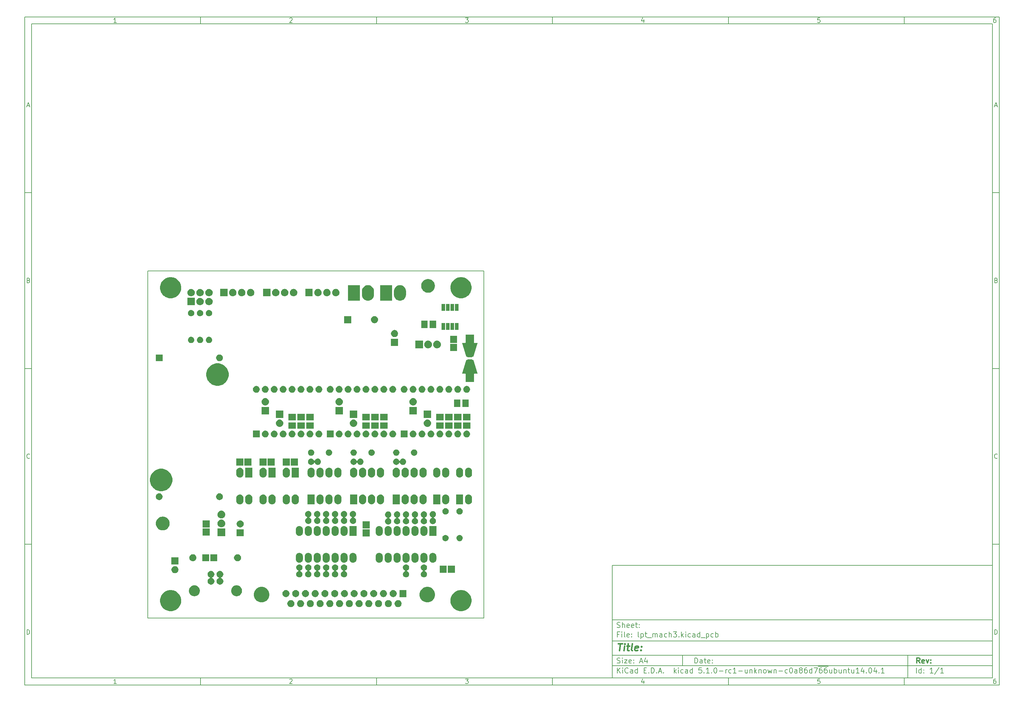
<source format=gbs>
G04 #@! TF.GenerationSoftware,KiCad,Pcbnew,5.1.0-rc1-unknown-c0a86d7~66~ubuntu14.04.1*
G04 #@! TF.CreationDate,2019-02-13T06:07:19+01:00
G04 #@! TF.ProjectId,lpt_mach3,6c70745f-6d61-4636-9833-2e6b69636164,rev?*
G04 #@! TF.SameCoordinates,Original*
G04 #@! TF.FileFunction,Soldermask,Bot*
G04 #@! TF.FilePolarity,Negative*
%FSLAX46Y46*%
G04 Gerber Fmt 4.6, Leading zero omitted, Abs format (unit mm)*
G04 Created by KiCad (PCBNEW 5.1.0-rc1-unknown-c0a86d7~66~ubuntu14.04.1) date 2019-02-13 06:07:19*
%MOMM*%
%LPD*%
G04 APERTURE LIST*
%ADD10C,0.100000*%
%ADD11C,0.150000*%
%ADD12C,0.300000*%
%ADD13C,0.400000*%
G04 APERTURE END LIST*
D10*
D11*
X177002200Y-166007200D02*
X177002200Y-198007200D01*
X285002200Y-198007200D01*
X285002200Y-166007200D01*
X177002200Y-166007200D01*
D10*
D11*
X10000000Y-10000000D02*
X10000000Y-200007200D01*
X287002200Y-200007200D01*
X287002200Y-10000000D01*
X10000000Y-10000000D01*
D10*
D11*
X12000000Y-12000000D02*
X12000000Y-198007200D01*
X285002200Y-198007200D01*
X285002200Y-12000000D01*
X12000000Y-12000000D01*
D10*
D11*
X60000000Y-12000000D02*
X60000000Y-10000000D01*
D10*
D11*
X110000000Y-12000000D02*
X110000000Y-10000000D01*
D10*
D11*
X160000000Y-12000000D02*
X160000000Y-10000000D01*
D10*
D11*
X210000000Y-12000000D02*
X210000000Y-10000000D01*
D10*
D11*
X260000000Y-12000000D02*
X260000000Y-10000000D01*
D10*
D11*
X36065476Y-11588095D02*
X35322619Y-11588095D01*
X35694047Y-11588095D02*
X35694047Y-10288095D01*
X35570238Y-10473809D01*
X35446428Y-10597619D01*
X35322619Y-10659523D01*
D10*
D11*
X85322619Y-10411904D02*
X85384523Y-10350000D01*
X85508333Y-10288095D01*
X85817857Y-10288095D01*
X85941666Y-10350000D01*
X86003571Y-10411904D01*
X86065476Y-10535714D01*
X86065476Y-10659523D01*
X86003571Y-10845238D01*
X85260714Y-11588095D01*
X86065476Y-11588095D01*
D10*
D11*
X135260714Y-10288095D02*
X136065476Y-10288095D01*
X135632142Y-10783333D01*
X135817857Y-10783333D01*
X135941666Y-10845238D01*
X136003571Y-10907142D01*
X136065476Y-11030952D01*
X136065476Y-11340476D01*
X136003571Y-11464285D01*
X135941666Y-11526190D01*
X135817857Y-11588095D01*
X135446428Y-11588095D01*
X135322619Y-11526190D01*
X135260714Y-11464285D01*
D10*
D11*
X185941666Y-10721428D02*
X185941666Y-11588095D01*
X185632142Y-10226190D02*
X185322619Y-11154761D01*
X186127380Y-11154761D01*
D10*
D11*
X236003571Y-10288095D02*
X235384523Y-10288095D01*
X235322619Y-10907142D01*
X235384523Y-10845238D01*
X235508333Y-10783333D01*
X235817857Y-10783333D01*
X235941666Y-10845238D01*
X236003571Y-10907142D01*
X236065476Y-11030952D01*
X236065476Y-11340476D01*
X236003571Y-11464285D01*
X235941666Y-11526190D01*
X235817857Y-11588095D01*
X235508333Y-11588095D01*
X235384523Y-11526190D01*
X235322619Y-11464285D01*
D10*
D11*
X285941666Y-10288095D02*
X285694047Y-10288095D01*
X285570238Y-10350000D01*
X285508333Y-10411904D01*
X285384523Y-10597619D01*
X285322619Y-10845238D01*
X285322619Y-11340476D01*
X285384523Y-11464285D01*
X285446428Y-11526190D01*
X285570238Y-11588095D01*
X285817857Y-11588095D01*
X285941666Y-11526190D01*
X286003571Y-11464285D01*
X286065476Y-11340476D01*
X286065476Y-11030952D01*
X286003571Y-10907142D01*
X285941666Y-10845238D01*
X285817857Y-10783333D01*
X285570238Y-10783333D01*
X285446428Y-10845238D01*
X285384523Y-10907142D01*
X285322619Y-11030952D01*
D10*
D11*
X60000000Y-198007200D02*
X60000000Y-200007200D01*
D10*
D11*
X110000000Y-198007200D02*
X110000000Y-200007200D01*
D10*
D11*
X160000000Y-198007200D02*
X160000000Y-200007200D01*
D10*
D11*
X210000000Y-198007200D02*
X210000000Y-200007200D01*
D10*
D11*
X260000000Y-198007200D02*
X260000000Y-200007200D01*
D10*
D11*
X36065476Y-199595295D02*
X35322619Y-199595295D01*
X35694047Y-199595295D02*
X35694047Y-198295295D01*
X35570238Y-198481009D01*
X35446428Y-198604819D01*
X35322619Y-198666723D01*
D10*
D11*
X85322619Y-198419104D02*
X85384523Y-198357200D01*
X85508333Y-198295295D01*
X85817857Y-198295295D01*
X85941666Y-198357200D01*
X86003571Y-198419104D01*
X86065476Y-198542914D01*
X86065476Y-198666723D01*
X86003571Y-198852438D01*
X85260714Y-199595295D01*
X86065476Y-199595295D01*
D10*
D11*
X135260714Y-198295295D02*
X136065476Y-198295295D01*
X135632142Y-198790533D01*
X135817857Y-198790533D01*
X135941666Y-198852438D01*
X136003571Y-198914342D01*
X136065476Y-199038152D01*
X136065476Y-199347676D01*
X136003571Y-199471485D01*
X135941666Y-199533390D01*
X135817857Y-199595295D01*
X135446428Y-199595295D01*
X135322619Y-199533390D01*
X135260714Y-199471485D01*
D10*
D11*
X185941666Y-198728628D02*
X185941666Y-199595295D01*
X185632142Y-198233390D02*
X185322619Y-199161961D01*
X186127380Y-199161961D01*
D10*
D11*
X236003571Y-198295295D02*
X235384523Y-198295295D01*
X235322619Y-198914342D01*
X235384523Y-198852438D01*
X235508333Y-198790533D01*
X235817857Y-198790533D01*
X235941666Y-198852438D01*
X236003571Y-198914342D01*
X236065476Y-199038152D01*
X236065476Y-199347676D01*
X236003571Y-199471485D01*
X235941666Y-199533390D01*
X235817857Y-199595295D01*
X235508333Y-199595295D01*
X235384523Y-199533390D01*
X235322619Y-199471485D01*
D10*
D11*
X285941666Y-198295295D02*
X285694047Y-198295295D01*
X285570238Y-198357200D01*
X285508333Y-198419104D01*
X285384523Y-198604819D01*
X285322619Y-198852438D01*
X285322619Y-199347676D01*
X285384523Y-199471485D01*
X285446428Y-199533390D01*
X285570238Y-199595295D01*
X285817857Y-199595295D01*
X285941666Y-199533390D01*
X286003571Y-199471485D01*
X286065476Y-199347676D01*
X286065476Y-199038152D01*
X286003571Y-198914342D01*
X285941666Y-198852438D01*
X285817857Y-198790533D01*
X285570238Y-198790533D01*
X285446428Y-198852438D01*
X285384523Y-198914342D01*
X285322619Y-199038152D01*
D10*
D11*
X10000000Y-60000000D02*
X12000000Y-60000000D01*
D10*
D11*
X10000000Y-110000000D02*
X12000000Y-110000000D01*
D10*
D11*
X10000000Y-160000000D02*
X12000000Y-160000000D01*
D10*
D11*
X10690476Y-35216666D02*
X11309523Y-35216666D01*
X10566666Y-35588095D02*
X11000000Y-34288095D01*
X11433333Y-35588095D01*
D10*
D11*
X11092857Y-84907142D02*
X11278571Y-84969047D01*
X11340476Y-85030952D01*
X11402380Y-85154761D01*
X11402380Y-85340476D01*
X11340476Y-85464285D01*
X11278571Y-85526190D01*
X11154761Y-85588095D01*
X10659523Y-85588095D01*
X10659523Y-84288095D01*
X11092857Y-84288095D01*
X11216666Y-84350000D01*
X11278571Y-84411904D01*
X11340476Y-84535714D01*
X11340476Y-84659523D01*
X11278571Y-84783333D01*
X11216666Y-84845238D01*
X11092857Y-84907142D01*
X10659523Y-84907142D01*
D10*
D11*
X11402380Y-135464285D02*
X11340476Y-135526190D01*
X11154761Y-135588095D01*
X11030952Y-135588095D01*
X10845238Y-135526190D01*
X10721428Y-135402380D01*
X10659523Y-135278571D01*
X10597619Y-135030952D01*
X10597619Y-134845238D01*
X10659523Y-134597619D01*
X10721428Y-134473809D01*
X10845238Y-134350000D01*
X11030952Y-134288095D01*
X11154761Y-134288095D01*
X11340476Y-134350000D01*
X11402380Y-134411904D01*
D10*
D11*
X10659523Y-185588095D02*
X10659523Y-184288095D01*
X10969047Y-184288095D01*
X11154761Y-184350000D01*
X11278571Y-184473809D01*
X11340476Y-184597619D01*
X11402380Y-184845238D01*
X11402380Y-185030952D01*
X11340476Y-185278571D01*
X11278571Y-185402380D01*
X11154761Y-185526190D01*
X10969047Y-185588095D01*
X10659523Y-185588095D01*
D10*
D11*
X287002200Y-60000000D02*
X285002200Y-60000000D01*
D10*
D11*
X287002200Y-110000000D02*
X285002200Y-110000000D01*
D10*
D11*
X287002200Y-160000000D02*
X285002200Y-160000000D01*
D10*
D11*
X285692676Y-35216666D02*
X286311723Y-35216666D01*
X285568866Y-35588095D02*
X286002200Y-34288095D01*
X286435533Y-35588095D01*
D10*
D11*
X286095057Y-84907142D02*
X286280771Y-84969047D01*
X286342676Y-85030952D01*
X286404580Y-85154761D01*
X286404580Y-85340476D01*
X286342676Y-85464285D01*
X286280771Y-85526190D01*
X286156961Y-85588095D01*
X285661723Y-85588095D01*
X285661723Y-84288095D01*
X286095057Y-84288095D01*
X286218866Y-84350000D01*
X286280771Y-84411904D01*
X286342676Y-84535714D01*
X286342676Y-84659523D01*
X286280771Y-84783333D01*
X286218866Y-84845238D01*
X286095057Y-84907142D01*
X285661723Y-84907142D01*
D10*
D11*
X286404580Y-135464285D02*
X286342676Y-135526190D01*
X286156961Y-135588095D01*
X286033152Y-135588095D01*
X285847438Y-135526190D01*
X285723628Y-135402380D01*
X285661723Y-135278571D01*
X285599819Y-135030952D01*
X285599819Y-134845238D01*
X285661723Y-134597619D01*
X285723628Y-134473809D01*
X285847438Y-134350000D01*
X286033152Y-134288095D01*
X286156961Y-134288095D01*
X286342676Y-134350000D01*
X286404580Y-134411904D01*
D10*
D11*
X285661723Y-185588095D02*
X285661723Y-184288095D01*
X285971247Y-184288095D01*
X286156961Y-184350000D01*
X286280771Y-184473809D01*
X286342676Y-184597619D01*
X286404580Y-184845238D01*
X286404580Y-185030952D01*
X286342676Y-185278571D01*
X286280771Y-185402380D01*
X286156961Y-185526190D01*
X285971247Y-185588095D01*
X285661723Y-185588095D01*
D10*
D11*
X200434342Y-193785771D02*
X200434342Y-192285771D01*
X200791485Y-192285771D01*
X201005771Y-192357200D01*
X201148628Y-192500057D01*
X201220057Y-192642914D01*
X201291485Y-192928628D01*
X201291485Y-193142914D01*
X201220057Y-193428628D01*
X201148628Y-193571485D01*
X201005771Y-193714342D01*
X200791485Y-193785771D01*
X200434342Y-193785771D01*
X202577200Y-193785771D02*
X202577200Y-193000057D01*
X202505771Y-192857200D01*
X202362914Y-192785771D01*
X202077200Y-192785771D01*
X201934342Y-192857200D01*
X202577200Y-193714342D02*
X202434342Y-193785771D01*
X202077200Y-193785771D01*
X201934342Y-193714342D01*
X201862914Y-193571485D01*
X201862914Y-193428628D01*
X201934342Y-193285771D01*
X202077200Y-193214342D01*
X202434342Y-193214342D01*
X202577200Y-193142914D01*
X203077200Y-192785771D02*
X203648628Y-192785771D01*
X203291485Y-192285771D02*
X203291485Y-193571485D01*
X203362914Y-193714342D01*
X203505771Y-193785771D01*
X203648628Y-193785771D01*
X204720057Y-193714342D02*
X204577200Y-193785771D01*
X204291485Y-193785771D01*
X204148628Y-193714342D01*
X204077200Y-193571485D01*
X204077200Y-193000057D01*
X204148628Y-192857200D01*
X204291485Y-192785771D01*
X204577200Y-192785771D01*
X204720057Y-192857200D01*
X204791485Y-193000057D01*
X204791485Y-193142914D01*
X204077200Y-193285771D01*
X205434342Y-193642914D02*
X205505771Y-193714342D01*
X205434342Y-193785771D01*
X205362914Y-193714342D01*
X205434342Y-193642914D01*
X205434342Y-193785771D01*
X205434342Y-192857200D02*
X205505771Y-192928628D01*
X205434342Y-193000057D01*
X205362914Y-192928628D01*
X205434342Y-192857200D01*
X205434342Y-193000057D01*
D10*
D11*
X177002200Y-194507200D02*
X285002200Y-194507200D01*
D10*
D11*
X178434342Y-196585771D02*
X178434342Y-195085771D01*
X179291485Y-196585771D02*
X178648628Y-195728628D01*
X179291485Y-195085771D02*
X178434342Y-195942914D01*
X179934342Y-196585771D02*
X179934342Y-195585771D01*
X179934342Y-195085771D02*
X179862914Y-195157200D01*
X179934342Y-195228628D01*
X180005771Y-195157200D01*
X179934342Y-195085771D01*
X179934342Y-195228628D01*
X181505771Y-196442914D02*
X181434342Y-196514342D01*
X181220057Y-196585771D01*
X181077200Y-196585771D01*
X180862914Y-196514342D01*
X180720057Y-196371485D01*
X180648628Y-196228628D01*
X180577200Y-195942914D01*
X180577200Y-195728628D01*
X180648628Y-195442914D01*
X180720057Y-195300057D01*
X180862914Y-195157200D01*
X181077200Y-195085771D01*
X181220057Y-195085771D01*
X181434342Y-195157200D01*
X181505771Y-195228628D01*
X182791485Y-196585771D02*
X182791485Y-195800057D01*
X182720057Y-195657200D01*
X182577200Y-195585771D01*
X182291485Y-195585771D01*
X182148628Y-195657200D01*
X182791485Y-196514342D02*
X182648628Y-196585771D01*
X182291485Y-196585771D01*
X182148628Y-196514342D01*
X182077200Y-196371485D01*
X182077200Y-196228628D01*
X182148628Y-196085771D01*
X182291485Y-196014342D01*
X182648628Y-196014342D01*
X182791485Y-195942914D01*
X184148628Y-196585771D02*
X184148628Y-195085771D01*
X184148628Y-196514342D02*
X184005771Y-196585771D01*
X183720057Y-196585771D01*
X183577200Y-196514342D01*
X183505771Y-196442914D01*
X183434342Y-196300057D01*
X183434342Y-195871485D01*
X183505771Y-195728628D01*
X183577200Y-195657200D01*
X183720057Y-195585771D01*
X184005771Y-195585771D01*
X184148628Y-195657200D01*
X186005771Y-195800057D02*
X186505771Y-195800057D01*
X186720057Y-196585771D02*
X186005771Y-196585771D01*
X186005771Y-195085771D01*
X186720057Y-195085771D01*
X187362914Y-196442914D02*
X187434342Y-196514342D01*
X187362914Y-196585771D01*
X187291485Y-196514342D01*
X187362914Y-196442914D01*
X187362914Y-196585771D01*
X188077200Y-196585771D02*
X188077200Y-195085771D01*
X188434342Y-195085771D01*
X188648628Y-195157200D01*
X188791485Y-195300057D01*
X188862914Y-195442914D01*
X188934342Y-195728628D01*
X188934342Y-195942914D01*
X188862914Y-196228628D01*
X188791485Y-196371485D01*
X188648628Y-196514342D01*
X188434342Y-196585771D01*
X188077200Y-196585771D01*
X189577200Y-196442914D02*
X189648628Y-196514342D01*
X189577200Y-196585771D01*
X189505771Y-196514342D01*
X189577200Y-196442914D01*
X189577200Y-196585771D01*
X190220057Y-196157200D02*
X190934342Y-196157200D01*
X190077200Y-196585771D02*
X190577200Y-195085771D01*
X191077200Y-196585771D01*
X191577200Y-196442914D02*
X191648628Y-196514342D01*
X191577200Y-196585771D01*
X191505771Y-196514342D01*
X191577200Y-196442914D01*
X191577200Y-196585771D01*
X194577200Y-196585771D02*
X194577200Y-195085771D01*
X194720057Y-196014342D02*
X195148628Y-196585771D01*
X195148628Y-195585771D02*
X194577200Y-196157200D01*
X195791485Y-196585771D02*
X195791485Y-195585771D01*
X195791485Y-195085771D02*
X195720057Y-195157200D01*
X195791485Y-195228628D01*
X195862914Y-195157200D01*
X195791485Y-195085771D01*
X195791485Y-195228628D01*
X197148628Y-196514342D02*
X197005771Y-196585771D01*
X196720057Y-196585771D01*
X196577200Y-196514342D01*
X196505771Y-196442914D01*
X196434342Y-196300057D01*
X196434342Y-195871485D01*
X196505771Y-195728628D01*
X196577200Y-195657200D01*
X196720057Y-195585771D01*
X197005771Y-195585771D01*
X197148628Y-195657200D01*
X198434342Y-196585771D02*
X198434342Y-195800057D01*
X198362914Y-195657200D01*
X198220057Y-195585771D01*
X197934342Y-195585771D01*
X197791485Y-195657200D01*
X198434342Y-196514342D02*
X198291485Y-196585771D01*
X197934342Y-196585771D01*
X197791485Y-196514342D01*
X197720057Y-196371485D01*
X197720057Y-196228628D01*
X197791485Y-196085771D01*
X197934342Y-196014342D01*
X198291485Y-196014342D01*
X198434342Y-195942914D01*
X199791485Y-196585771D02*
X199791485Y-195085771D01*
X199791485Y-196514342D02*
X199648628Y-196585771D01*
X199362914Y-196585771D01*
X199220057Y-196514342D01*
X199148628Y-196442914D01*
X199077200Y-196300057D01*
X199077200Y-195871485D01*
X199148628Y-195728628D01*
X199220057Y-195657200D01*
X199362914Y-195585771D01*
X199648628Y-195585771D01*
X199791485Y-195657200D01*
X202362914Y-195085771D02*
X201648628Y-195085771D01*
X201577200Y-195800057D01*
X201648628Y-195728628D01*
X201791485Y-195657200D01*
X202148628Y-195657200D01*
X202291485Y-195728628D01*
X202362914Y-195800057D01*
X202434342Y-195942914D01*
X202434342Y-196300057D01*
X202362914Y-196442914D01*
X202291485Y-196514342D01*
X202148628Y-196585771D01*
X201791485Y-196585771D01*
X201648628Y-196514342D01*
X201577200Y-196442914D01*
X203077200Y-196442914D02*
X203148628Y-196514342D01*
X203077200Y-196585771D01*
X203005771Y-196514342D01*
X203077200Y-196442914D01*
X203077200Y-196585771D01*
X204577200Y-196585771D02*
X203720057Y-196585771D01*
X204148628Y-196585771D02*
X204148628Y-195085771D01*
X204005771Y-195300057D01*
X203862914Y-195442914D01*
X203720057Y-195514342D01*
X205220057Y-196442914D02*
X205291485Y-196514342D01*
X205220057Y-196585771D01*
X205148628Y-196514342D01*
X205220057Y-196442914D01*
X205220057Y-196585771D01*
X206220057Y-195085771D02*
X206362914Y-195085771D01*
X206505771Y-195157200D01*
X206577200Y-195228628D01*
X206648628Y-195371485D01*
X206720057Y-195657200D01*
X206720057Y-196014342D01*
X206648628Y-196300057D01*
X206577200Y-196442914D01*
X206505771Y-196514342D01*
X206362914Y-196585771D01*
X206220057Y-196585771D01*
X206077200Y-196514342D01*
X206005771Y-196442914D01*
X205934342Y-196300057D01*
X205862914Y-196014342D01*
X205862914Y-195657200D01*
X205934342Y-195371485D01*
X206005771Y-195228628D01*
X206077200Y-195157200D01*
X206220057Y-195085771D01*
X207362914Y-196014342D02*
X208505771Y-196014342D01*
X209220057Y-196585771D02*
X209220057Y-195585771D01*
X209220057Y-195871485D02*
X209291485Y-195728628D01*
X209362914Y-195657200D01*
X209505771Y-195585771D01*
X209648628Y-195585771D01*
X210791485Y-196514342D02*
X210648628Y-196585771D01*
X210362914Y-196585771D01*
X210220057Y-196514342D01*
X210148628Y-196442914D01*
X210077200Y-196300057D01*
X210077200Y-195871485D01*
X210148628Y-195728628D01*
X210220057Y-195657200D01*
X210362914Y-195585771D01*
X210648628Y-195585771D01*
X210791485Y-195657200D01*
X212220057Y-196585771D02*
X211362914Y-196585771D01*
X211791485Y-196585771D02*
X211791485Y-195085771D01*
X211648628Y-195300057D01*
X211505771Y-195442914D01*
X211362914Y-195514342D01*
X212862914Y-196014342D02*
X214005771Y-196014342D01*
X215362914Y-195585771D02*
X215362914Y-196585771D01*
X214720057Y-195585771D02*
X214720057Y-196371485D01*
X214791485Y-196514342D01*
X214934342Y-196585771D01*
X215148628Y-196585771D01*
X215291485Y-196514342D01*
X215362914Y-196442914D01*
X216077200Y-195585771D02*
X216077200Y-196585771D01*
X216077200Y-195728628D02*
X216148628Y-195657200D01*
X216291485Y-195585771D01*
X216505771Y-195585771D01*
X216648628Y-195657200D01*
X216720057Y-195800057D01*
X216720057Y-196585771D01*
X217434342Y-196585771D02*
X217434342Y-195085771D01*
X217577200Y-196014342D02*
X218005771Y-196585771D01*
X218005771Y-195585771D02*
X217434342Y-196157200D01*
X218648628Y-195585771D02*
X218648628Y-196585771D01*
X218648628Y-195728628D02*
X218720057Y-195657200D01*
X218862914Y-195585771D01*
X219077200Y-195585771D01*
X219220057Y-195657200D01*
X219291485Y-195800057D01*
X219291485Y-196585771D01*
X220220057Y-196585771D02*
X220077200Y-196514342D01*
X220005771Y-196442914D01*
X219934342Y-196300057D01*
X219934342Y-195871485D01*
X220005771Y-195728628D01*
X220077200Y-195657200D01*
X220220057Y-195585771D01*
X220434342Y-195585771D01*
X220577200Y-195657200D01*
X220648628Y-195728628D01*
X220720057Y-195871485D01*
X220720057Y-196300057D01*
X220648628Y-196442914D01*
X220577200Y-196514342D01*
X220434342Y-196585771D01*
X220220057Y-196585771D01*
X221220057Y-195585771D02*
X221505771Y-196585771D01*
X221791485Y-195871485D01*
X222077200Y-196585771D01*
X222362914Y-195585771D01*
X222934342Y-195585771D02*
X222934342Y-196585771D01*
X222934342Y-195728628D02*
X223005771Y-195657200D01*
X223148628Y-195585771D01*
X223362914Y-195585771D01*
X223505771Y-195657200D01*
X223577200Y-195800057D01*
X223577200Y-196585771D01*
X224291485Y-196014342D02*
X225434342Y-196014342D01*
X226791485Y-196514342D02*
X226648628Y-196585771D01*
X226362914Y-196585771D01*
X226220057Y-196514342D01*
X226148628Y-196442914D01*
X226077200Y-196300057D01*
X226077200Y-195871485D01*
X226148628Y-195728628D01*
X226220057Y-195657200D01*
X226362914Y-195585771D01*
X226648628Y-195585771D01*
X226791485Y-195657200D01*
X227720057Y-195085771D02*
X227862914Y-195085771D01*
X228005771Y-195157200D01*
X228077200Y-195228628D01*
X228148628Y-195371485D01*
X228220057Y-195657200D01*
X228220057Y-196014342D01*
X228148628Y-196300057D01*
X228077200Y-196442914D01*
X228005771Y-196514342D01*
X227862914Y-196585771D01*
X227720057Y-196585771D01*
X227577200Y-196514342D01*
X227505771Y-196442914D01*
X227434342Y-196300057D01*
X227362914Y-196014342D01*
X227362914Y-195657200D01*
X227434342Y-195371485D01*
X227505771Y-195228628D01*
X227577200Y-195157200D01*
X227720057Y-195085771D01*
X229505771Y-196585771D02*
X229505771Y-195800057D01*
X229434342Y-195657200D01*
X229291485Y-195585771D01*
X229005771Y-195585771D01*
X228862914Y-195657200D01*
X229505771Y-196514342D02*
X229362914Y-196585771D01*
X229005771Y-196585771D01*
X228862914Y-196514342D01*
X228791485Y-196371485D01*
X228791485Y-196228628D01*
X228862914Y-196085771D01*
X229005771Y-196014342D01*
X229362914Y-196014342D01*
X229505771Y-195942914D01*
X230434342Y-195728628D02*
X230291485Y-195657200D01*
X230220057Y-195585771D01*
X230148628Y-195442914D01*
X230148628Y-195371485D01*
X230220057Y-195228628D01*
X230291485Y-195157200D01*
X230434342Y-195085771D01*
X230720057Y-195085771D01*
X230862914Y-195157200D01*
X230934342Y-195228628D01*
X231005771Y-195371485D01*
X231005771Y-195442914D01*
X230934342Y-195585771D01*
X230862914Y-195657200D01*
X230720057Y-195728628D01*
X230434342Y-195728628D01*
X230291485Y-195800057D01*
X230220057Y-195871485D01*
X230148628Y-196014342D01*
X230148628Y-196300057D01*
X230220057Y-196442914D01*
X230291485Y-196514342D01*
X230434342Y-196585771D01*
X230720057Y-196585771D01*
X230862914Y-196514342D01*
X230934342Y-196442914D01*
X231005771Y-196300057D01*
X231005771Y-196014342D01*
X230934342Y-195871485D01*
X230862914Y-195800057D01*
X230720057Y-195728628D01*
X232291485Y-195085771D02*
X232005771Y-195085771D01*
X231862914Y-195157200D01*
X231791485Y-195228628D01*
X231648628Y-195442914D01*
X231577200Y-195728628D01*
X231577200Y-196300057D01*
X231648628Y-196442914D01*
X231720057Y-196514342D01*
X231862914Y-196585771D01*
X232148628Y-196585771D01*
X232291485Y-196514342D01*
X232362914Y-196442914D01*
X232434342Y-196300057D01*
X232434342Y-195942914D01*
X232362914Y-195800057D01*
X232291485Y-195728628D01*
X232148628Y-195657200D01*
X231862914Y-195657200D01*
X231720057Y-195728628D01*
X231648628Y-195800057D01*
X231577200Y-195942914D01*
X233720057Y-196585771D02*
X233720057Y-195085771D01*
X233720057Y-196514342D02*
X233577200Y-196585771D01*
X233291485Y-196585771D01*
X233148628Y-196514342D01*
X233077200Y-196442914D01*
X233005771Y-196300057D01*
X233005771Y-195871485D01*
X233077200Y-195728628D01*
X233148628Y-195657200D01*
X233291485Y-195585771D01*
X233577200Y-195585771D01*
X233720057Y-195657200D01*
X234291485Y-195085771D02*
X235291485Y-195085771D01*
X234648628Y-196585771D01*
X235505771Y-194677200D02*
X236934342Y-194677200D01*
X236505771Y-195085771D02*
X236220057Y-195085771D01*
X236077200Y-195157200D01*
X236005771Y-195228628D01*
X235862914Y-195442914D01*
X235791485Y-195728628D01*
X235791485Y-196300057D01*
X235862914Y-196442914D01*
X235934342Y-196514342D01*
X236077200Y-196585771D01*
X236362914Y-196585771D01*
X236505771Y-196514342D01*
X236577200Y-196442914D01*
X236648628Y-196300057D01*
X236648628Y-195942914D01*
X236577200Y-195800057D01*
X236505771Y-195728628D01*
X236362914Y-195657200D01*
X236077200Y-195657200D01*
X235934342Y-195728628D01*
X235862914Y-195800057D01*
X235791485Y-195942914D01*
X236934342Y-194677200D02*
X238362914Y-194677200D01*
X237934342Y-195085771D02*
X237648628Y-195085771D01*
X237505771Y-195157200D01*
X237434342Y-195228628D01*
X237291485Y-195442914D01*
X237220057Y-195728628D01*
X237220057Y-196300057D01*
X237291485Y-196442914D01*
X237362914Y-196514342D01*
X237505771Y-196585771D01*
X237791485Y-196585771D01*
X237934342Y-196514342D01*
X238005771Y-196442914D01*
X238077200Y-196300057D01*
X238077200Y-195942914D01*
X238005771Y-195800057D01*
X237934342Y-195728628D01*
X237791485Y-195657200D01*
X237505771Y-195657200D01*
X237362914Y-195728628D01*
X237291485Y-195800057D01*
X237220057Y-195942914D01*
X239362914Y-195585771D02*
X239362914Y-196585771D01*
X238720057Y-195585771D02*
X238720057Y-196371485D01*
X238791485Y-196514342D01*
X238934342Y-196585771D01*
X239148628Y-196585771D01*
X239291485Y-196514342D01*
X239362914Y-196442914D01*
X240077200Y-196585771D02*
X240077200Y-195085771D01*
X240077200Y-195657200D02*
X240220057Y-195585771D01*
X240505771Y-195585771D01*
X240648628Y-195657200D01*
X240720057Y-195728628D01*
X240791485Y-195871485D01*
X240791485Y-196300057D01*
X240720057Y-196442914D01*
X240648628Y-196514342D01*
X240505771Y-196585771D01*
X240220057Y-196585771D01*
X240077200Y-196514342D01*
X242077200Y-195585771D02*
X242077200Y-196585771D01*
X241434342Y-195585771D02*
X241434342Y-196371485D01*
X241505771Y-196514342D01*
X241648628Y-196585771D01*
X241862914Y-196585771D01*
X242005771Y-196514342D01*
X242077200Y-196442914D01*
X242791485Y-195585771D02*
X242791485Y-196585771D01*
X242791485Y-195728628D02*
X242862914Y-195657200D01*
X243005771Y-195585771D01*
X243220057Y-195585771D01*
X243362914Y-195657200D01*
X243434342Y-195800057D01*
X243434342Y-196585771D01*
X243934342Y-195585771D02*
X244505771Y-195585771D01*
X244148628Y-195085771D02*
X244148628Y-196371485D01*
X244220057Y-196514342D01*
X244362914Y-196585771D01*
X244505771Y-196585771D01*
X245648628Y-195585771D02*
X245648628Y-196585771D01*
X245005771Y-195585771D02*
X245005771Y-196371485D01*
X245077200Y-196514342D01*
X245220057Y-196585771D01*
X245434342Y-196585771D01*
X245577200Y-196514342D01*
X245648628Y-196442914D01*
X247148628Y-196585771D02*
X246291485Y-196585771D01*
X246720057Y-196585771D02*
X246720057Y-195085771D01*
X246577200Y-195300057D01*
X246434342Y-195442914D01*
X246291485Y-195514342D01*
X248434342Y-195585771D02*
X248434342Y-196585771D01*
X248077200Y-195014342D02*
X247720057Y-196085771D01*
X248648628Y-196085771D01*
X249220057Y-196442914D02*
X249291485Y-196514342D01*
X249220057Y-196585771D01*
X249148628Y-196514342D01*
X249220057Y-196442914D01*
X249220057Y-196585771D01*
X250220057Y-195085771D02*
X250362914Y-195085771D01*
X250505771Y-195157200D01*
X250577200Y-195228628D01*
X250648628Y-195371485D01*
X250720057Y-195657200D01*
X250720057Y-196014342D01*
X250648628Y-196300057D01*
X250577200Y-196442914D01*
X250505771Y-196514342D01*
X250362914Y-196585771D01*
X250220057Y-196585771D01*
X250077200Y-196514342D01*
X250005771Y-196442914D01*
X249934342Y-196300057D01*
X249862914Y-196014342D01*
X249862914Y-195657200D01*
X249934342Y-195371485D01*
X250005771Y-195228628D01*
X250077200Y-195157200D01*
X250220057Y-195085771D01*
X252005771Y-195585771D02*
X252005771Y-196585771D01*
X251648628Y-195014342D02*
X251291485Y-196085771D01*
X252220057Y-196085771D01*
X252791485Y-196442914D02*
X252862914Y-196514342D01*
X252791485Y-196585771D01*
X252720057Y-196514342D01*
X252791485Y-196442914D01*
X252791485Y-196585771D01*
X254291485Y-196585771D02*
X253434342Y-196585771D01*
X253862914Y-196585771D02*
X253862914Y-195085771D01*
X253720057Y-195300057D01*
X253577200Y-195442914D01*
X253434342Y-195514342D01*
D10*
D11*
X177002200Y-191507200D02*
X285002200Y-191507200D01*
D10*
D12*
X264411485Y-193785771D02*
X263911485Y-193071485D01*
X263554342Y-193785771D02*
X263554342Y-192285771D01*
X264125771Y-192285771D01*
X264268628Y-192357200D01*
X264340057Y-192428628D01*
X264411485Y-192571485D01*
X264411485Y-192785771D01*
X264340057Y-192928628D01*
X264268628Y-193000057D01*
X264125771Y-193071485D01*
X263554342Y-193071485D01*
X265625771Y-193714342D02*
X265482914Y-193785771D01*
X265197200Y-193785771D01*
X265054342Y-193714342D01*
X264982914Y-193571485D01*
X264982914Y-193000057D01*
X265054342Y-192857200D01*
X265197200Y-192785771D01*
X265482914Y-192785771D01*
X265625771Y-192857200D01*
X265697200Y-193000057D01*
X265697200Y-193142914D01*
X264982914Y-193285771D01*
X266197200Y-192785771D02*
X266554342Y-193785771D01*
X266911485Y-192785771D01*
X267482914Y-193642914D02*
X267554342Y-193714342D01*
X267482914Y-193785771D01*
X267411485Y-193714342D01*
X267482914Y-193642914D01*
X267482914Y-193785771D01*
X267482914Y-192857200D02*
X267554342Y-192928628D01*
X267482914Y-193000057D01*
X267411485Y-192928628D01*
X267482914Y-192857200D01*
X267482914Y-193000057D01*
D10*
D11*
X178362914Y-193714342D02*
X178577200Y-193785771D01*
X178934342Y-193785771D01*
X179077200Y-193714342D01*
X179148628Y-193642914D01*
X179220057Y-193500057D01*
X179220057Y-193357200D01*
X179148628Y-193214342D01*
X179077200Y-193142914D01*
X178934342Y-193071485D01*
X178648628Y-193000057D01*
X178505771Y-192928628D01*
X178434342Y-192857200D01*
X178362914Y-192714342D01*
X178362914Y-192571485D01*
X178434342Y-192428628D01*
X178505771Y-192357200D01*
X178648628Y-192285771D01*
X179005771Y-192285771D01*
X179220057Y-192357200D01*
X179862914Y-193785771D02*
X179862914Y-192785771D01*
X179862914Y-192285771D02*
X179791485Y-192357200D01*
X179862914Y-192428628D01*
X179934342Y-192357200D01*
X179862914Y-192285771D01*
X179862914Y-192428628D01*
X180434342Y-192785771D02*
X181220057Y-192785771D01*
X180434342Y-193785771D01*
X181220057Y-193785771D01*
X182362914Y-193714342D02*
X182220057Y-193785771D01*
X181934342Y-193785771D01*
X181791485Y-193714342D01*
X181720057Y-193571485D01*
X181720057Y-193000057D01*
X181791485Y-192857200D01*
X181934342Y-192785771D01*
X182220057Y-192785771D01*
X182362914Y-192857200D01*
X182434342Y-193000057D01*
X182434342Y-193142914D01*
X181720057Y-193285771D01*
X183077200Y-193642914D02*
X183148628Y-193714342D01*
X183077200Y-193785771D01*
X183005771Y-193714342D01*
X183077200Y-193642914D01*
X183077200Y-193785771D01*
X183077200Y-192857200D02*
X183148628Y-192928628D01*
X183077200Y-193000057D01*
X183005771Y-192928628D01*
X183077200Y-192857200D01*
X183077200Y-193000057D01*
X184862914Y-193357200D02*
X185577200Y-193357200D01*
X184720057Y-193785771D02*
X185220057Y-192285771D01*
X185720057Y-193785771D01*
X186862914Y-192785771D02*
X186862914Y-193785771D01*
X186505771Y-192214342D02*
X186148628Y-193285771D01*
X187077200Y-193285771D01*
D10*
D11*
X263434342Y-196585771D02*
X263434342Y-195085771D01*
X264791485Y-196585771D02*
X264791485Y-195085771D01*
X264791485Y-196514342D02*
X264648628Y-196585771D01*
X264362914Y-196585771D01*
X264220057Y-196514342D01*
X264148628Y-196442914D01*
X264077200Y-196300057D01*
X264077200Y-195871485D01*
X264148628Y-195728628D01*
X264220057Y-195657200D01*
X264362914Y-195585771D01*
X264648628Y-195585771D01*
X264791485Y-195657200D01*
X265505771Y-196442914D02*
X265577200Y-196514342D01*
X265505771Y-196585771D01*
X265434342Y-196514342D01*
X265505771Y-196442914D01*
X265505771Y-196585771D01*
X265505771Y-195657200D02*
X265577200Y-195728628D01*
X265505771Y-195800057D01*
X265434342Y-195728628D01*
X265505771Y-195657200D01*
X265505771Y-195800057D01*
X268148628Y-196585771D02*
X267291485Y-196585771D01*
X267720057Y-196585771D02*
X267720057Y-195085771D01*
X267577200Y-195300057D01*
X267434342Y-195442914D01*
X267291485Y-195514342D01*
X269862914Y-195014342D02*
X268577200Y-196942914D01*
X271148628Y-196585771D02*
X270291485Y-196585771D01*
X270720057Y-196585771D02*
X270720057Y-195085771D01*
X270577200Y-195300057D01*
X270434342Y-195442914D01*
X270291485Y-195514342D01*
D10*
D11*
X177002200Y-187507200D02*
X285002200Y-187507200D01*
D10*
D13*
X178714580Y-188211961D02*
X179857438Y-188211961D01*
X179036009Y-190211961D02*
X179286009Y-188211961D01*
X180274104Y-190211961D02*
X180440771Y-188878628D01*
X180524104Y-188211961D02*
X180416961Y-188307200D01*
X180500295Y-188402438D01*
X180607438Y-188307200D01*
X180524104Y-188211961D01*
X180500295Y-188402438D01*
X181107438Y-188878628D02*
X181869342Y-188878628D01*
X181476485Y-188211961D02*
X181262200Y-189926247D01*
X181333628Y-190116723D01*
X181512200Y-190211961D01*
X181702676Y-190211961D01*
X182655057Y-190211961D02*
X182476485Y-190116723D01*
X182405057Y-189926247D01*
X182619342Y-188211961D01*
X184190771Y-190116723D02*
X183988390Y-190211961D01*
X183607438Y-190211961D01*
X183428866Y-190116723D01*
X183357438Y-189926247D01*
X183452676Y-189164342D01*
X183571723Y-188973866D01*
X183774104Y-188878628D01*
X184155057Y-188878628D01*
X184333628Y-188973866D01*
X184405057Y-189164342D01*
X184381247Y-189354819D01*
X183405057Y-189545295D01*
X185155057Y-190021485D02*
X185238390Y-190116723D01*
X185131247Y-190211961D01*
X185047914Y-190116723D01*
X185155057Y-190021485D01*
X185131247Y-190211961D01*
X185286009Y-188973866D02*
X185369342Y-189069104D01*
X185262200Y-189164342D01*
X185178866Y-189069104D01*
X185286009Y-188973866D01*
X185262200Y-189164342D01*
D10*
D11*
X178934342Y-185600057D02*
X178434342Y-185600057D01*
X178434342Y-186385771D02*
X178434342Y-184885771D01*
X179148628Y-184885771D01*
X179720057Y-186385771D02*
X179720057Y-185385771D01*
X179720057Y-184885771D02*
X179648628Y-184957200D01*
X179720057Y-185028628D01*
X179791485Y-184957200D01*
X179720057Y-184885771D01*
X179720057Y-185028628D01*
X180648628Y-186385771D02*
X180505771Y-186314342D01*
X180434342Y-186171485D01*
X180434342Y-184885771D01*
X181791485Y-186314342D02*
X181648628Y-186385771D01*
X181362914Y-186385771D01*
X181220057Y-186314342D01*
X181148628Y-186171485D01*
X181148628Y-185600057D01*
X181220057Y-185457200D01*
X181362914Y-185385771D01*
X181648628Y-185385771D01*
X181791485Y-185457200D01*
X181862914Y-185600057D01*
X181862914Y-185742914D01*
X181148628Y-185885771D01*
X182505771Y-186242914D02*
X182577200Y-186314342D01*
X182505771Y-186385771D01*
X182434342Y-186314342D01*
X182505771Y-186242914D01*
X182505771Y-186385771D01*
X182505771Y-185457200D02*
X182577200Y-185528628D01*
X182505771Y-185600057D01*
X182434342Y-185528628D01*
X182505771Y-185457200D01*
X182505771Y-185600057D01*
X184577200Y-186385771D02*
X184434342Y-186314342D01*
X184362914Y-186171485D01*
X184362914Y-184885771D01*
X185148628Y-185385771D02*
X185148628Y-186885771D01*
X185148628Y-185457200D02*
X185291485Y-185385771D01*
X185577200Y-185385771D01*
X185720057Y-185457200D01*
X185791485Y-185528628D01*
X185862914Y-185671485D01*
X185862914Y-186100057D01*
X185791485Y-186242914D01*
X185720057Y-186314342D01*
X185577200Y-186385771D01*
X185291485Y-186385771D01*
X185148628Y-186314342D01*
X186291485Y-185385771D02*
X186862914Y-185385771D01*
X186505771Y-184885771D02*
X186505771Y-186171485D01*
X186577200Y-186314342D01*
X186720057Y-186385771D01*
X186862914Y-186385771D01*
X187005771Y-186528628D02*
X188148628Y-186528628D01*
X188505771Y-186385771D02*
X188505771Y-185385771D01*
X188505771Y-185528628D02*
X188577200Y-185457200D01*
X188720057Y-185385771D01*
X188934342Y-185385771D01*
X189077200Y-185457200D01*
X189148628Y-185600057D01*
X189148628Y-186385771D01*
X189148628Y-185600057D02*
X189220057Y-185457200D01*
X189362914Y-185385771D01*
X189577200Y-185385771D01*
X189720057Y-185457200D01*
X189791485Y-185600057D01*
X189791485Y-186385771D01*
X191148628Y-186385771D02*
X191148628Y-185600057D01*
X191077200Y-185457200D01*
X190934342Y-185385771D01*
X190648628Y-185385771D01*
X190505771Y-185457200D01*
X191148628Y-186314342D02*
X191005771Y-186385771D01*
X190648628Y-186385771D01*
X190505771Y-186314342D01*
X190434342Y-186171485D01*
X190434342Y-186028628D01*
X190505771Y-185885771D01*
X190648628Y-185814342D01*
X191005771Y-185814342D01*
X191148628Y-185742914D01*
X192505771Y-186314342D02*
X192362914Y-186385771D01*
X192077200Y-186385771D01*
X191934342Y-186314342D01*
X191862914Y-186242914D01*
X191791485Y-186100057D01*
X191791485Y-185671485D01*
X191862914Y-185528628D01*
X191934342Y-185457200D01*
X192077200Y-185385771D01*
X192362914Y-185385771D01*
X192505771Y-185457200D01*
X193148628Y-186385771D02*
X193148628Y-184885771D01*
X193791485Y-186385771D02*
X193791485Y-185600057D01*
X193720057Y-185457200D01*
X193577200Y-185385771D01*
X193362914Y-185385771D01*
X193220057Y-185457200D01*
X193148628Y-185528628D01*
X194362914Y-184885771D02*
X195291485Y-184885771D01*
X194791485Y-185457200D01*
X195005771Y-185457200D01*
X195148628Y-185528628D01*
X195220057Y-185600057D01*
X195291485Y-185742914D01*
X195291485Y-186100057D01*
X195220057Y-186242914D01*
X195148628Y-186314342D01*
X195005771Y-186385771D01*
X194577200Y-186385771D01*
X194434342Y-186314342D01*
X194362914Y-186242914D01*
X195934342Y-186242914D02*
X196005771Y-186314342D01*
X195934342Y-186385771D01*
X195862914Y-186314342D01*
X195934342Y-186242914D01*
X195934342Y-186385771D01*
X196648628Y-186385771D02*
X196648628Y-184885771D01*
X196791485Y-185814342D02*
X197220057Y-186385771D01*
X197220057Y-185385771D02*
X196648628Y-185957200D01*
X197862914Y-186385771D02*
X197862914Y-185385771D01*
X197862914Y-184885771D02*
X197791485Y-184957200D01*
X197862914Y-185028628D01*
X197934342Y-184957200D01*
X197862914Y-184885771D01*
X197862914Y-185028628D01*
X199220057Y-186314342D02*
X199077200Y-186385771D01*
X198791485Y-186385771D01*
X198648628Y-186314342D01*
X198577200Y-186242914D01*
X198505771Y-186100057D01*
X198505771Y-185671485D01*
X198577200Y-185528628D01*
X198648628Y-185457200D01*
X198791485Y-185385771D01*
X199077200Y-185385771D01*
X199220057Y-185457200D01*
X200505771Y-186385771D02*
X200505771Y-185600057D01*
X200434342Y-185457200D01*
X200291485Y-185385771D01*
X200005771Y-185385771D01*
X199862914Y-185457200D01*
X200505771Y-186314342D02*
X200362914Y-186385771D01*
X200005771Y-186385771D01*
X199862914Y-186314342D01*
X199791485Y-186171485D01*
X199791485Y-186028628D01*
X199862914Y-185885771D01*
X200005771Y-185814342D01*
X200362914Y-185814342D01*
X200505771Y-185742914D01*
X201862914Y-186385771D02*
X201862914Y-184885771D01*
X201862914Y-186314342D02*
X201720057Y-186385771D01*
X201434342Y-186385771D01*
X201291485Y-186314342D01*
X201220057Y-186242914D01*
X201148628Y-186100057D01*
X201148628Y-185671485D01*
X201220057Y-185528628D01*
X201291485Y-185457200D01*
X201434342Y-185385771D01*
X201720057Y-185385771D01*
X201862914Y-185457200D01*
X202220057Y-186528628D02*
X203362914Y-186528628D01*
X203720057Y-185385771D02*
X203720057Y-186885771D01*
X203720057Y-185457200D02*
X203862914Y-185385771D01*
X204148628Y-185385771D01*
X204291485Y-185457200D01*
X204362914Y-185528628D01*
X204434342Y-185671485D01*
X204434342Y-186100057D01*
X204362914Y-186242914D01*
X204291485Y-186314342D01*
X204148628Y-186385771D01*
X203862914Y-186385771D01*
X203720057Y-186314342D01*
X205720057Y-186314342D02*
X205577200Y-186385771D01*
X205291485Y-186385771D01*
X205148628Y-186314342D01*
X205077200Y-186242914D01*
X205005771Y-186100057D01*
X205005771Y-185671485D01*
X205077200Y-185528628D01*
X205148628Y-185457200D01*
X205291485Y-185385771D01*
X205577200Y-185385771D01*
X205720057Y-185457200D01*
X206362914Y-186385771D02*
X206362914Y-184885771D01*
X206362914Y-185457200D02*
X206505771Y-185385771D01*
X206791485Y-185385771D01*
X206934342Y-185457200D01*
X207005771Y-185528628D01*
X207077200Y-185671485D01*
X207077200Y-186100057D01*
X207005771Y-186242914D01*
X206934342Y-186314342D01*
X206791485Y-186385771D01*
X206505771Y-186385771D01*
X206362914Y-186314342D01*
D10*
D11*
X177002200Y-181507200D02*
X285002200Y-181507200D01*
D10*
D11*
X178362914Y-183614342D02*
X178577200Y-183685771D01*
X178934342Y-183685771D01*
X179077200Y-183614342D01*
X179148628Y-183542914D01*
X179220057Y-183400057D01*
X179220057Y-183257200D01*
X179148628Y-183114342D01*
X179077200Y-183042914D01*
X178934342Y-182971485D01*
X178648628Y-182900057D01*
X178505771Y-182828628D01*
X178434342Y-182757200D01*
X178362914Y-182614342D01*
X178362914Y-182471485D01*
X178434342Y-182328628D01*
X178505771Y-182257200D01*
X178648628Y-182185771D01*
X179005771Y-182185771D01*
X179220057Y-182257200D01*
X179862914Y-183685771D02*
X179862914Y-182185771D01*
X180505771Y-183685771D02*
X180505771Y-182900057D01*
X180434342Y-182757200D01*
X180291485Y-182685771D01*
X180077200Y-182685771D01*
X179934342Y-182757200D01*
X179862914Y-182828628D01*
X181791485Y-183614342D02*
X181648628Y-183685771D01*
X181362914Y-183685771D01*
X181220057Y-183614342D01*
X181148628Y-183471485D01*
X181148628Y-182900057D01*
X181220057Y-182757200D01*
X181362914Y-182685771D01*
X181648628Y-182685771D01*
X181791485Y-182757200D01*
X181862914Y-182900057D01*
X181862914Y-183042914D01*
X181148628Y-183185771D01*
X183077200Y-183614342D02*
X182934342Y-183685771D01*
X182648628Y-183685771D01*
X182505771Y-183614342D01*
X182434342Y-183471485D01*
X182434342Y-182900057D01*
X182505771Y-182757200D01*
X182648628Y-182685771D01*
X182934342Y-182685771D01*
X183077200Y-182757200D01*
X183148628Y-182900057D01*
X183148628Y-183042914D01*
X182434342Y-183185771D01*
X183577200Y-182685771D02*
X184148628Y-182685771D01*
X183791485Y-182185771D02*
X183791485Y-183471485D01*
X183862914Y-183614342D01*
X184005771Y-183685771D01*
X184148628Y-183685771D01*
X184648628Y-183542914D02*
X184720057Y-183614342D01*
X184648628Y-183685771D01*
X184577200Y-183614342D01*
X184648628Y-183542914D01*
X184648628Y-183685771D01*
X184648628Y-182757200D02*
X184720057Y-182828628D01*
X184648628Y-182900057D01*
X184577200Y-182828628D01*
X184648628Y-182757200D01*
X184648628Y-182900057D01*
D10*
D11*
X197002200Y-191507200D02*
X197002200Y-194507200D01*
D10*
D11*
X261002200Y-191507200D02*
X261002200Y-198007200D01*
X45000000Y-82200000D02*
X140500000Y-82200000D01*
X45000000Y-181000000D02*
X45000000Y-82200000D01*
X140500000Y-181000000D02*
X45000000Y-181000000D01*
X140500000Y-82200000D02*
X140500000Y-181000000D01*
D10*
G36*
X134681870Y-173076859D02*
G01*
X134875068Y-173115288D01*
X135421033Y-173341434D01*
X135668378Y-173506705D01*
X135912388Y-173669747D01*
X136330253Y-174087612D01*
X136466612Y-174291688D01*
X136658566Y-174578967D01*
X136817046Y-174961571D01*
X136884712Y-175124933D01*
X137000000Y-175704524D01*
X137000000Y-176295476D01*
X136949708Y-176548311D01*
X136884712Y-176875068D01*
X136658566Y-177421033D01*
X136330252Y-177912389D01*
X135912389Y-178330252D01*
X135421033Y-178658566D01*
X134875068Y-178884712D01*
X134681870Y-178923141D01*
X134295476Y-179000000D01*
X133704524Y-179000000D01*
X133318130Y-178923141D01*
X133124932Y-178884712D01*
X132578967Y-178658566D01*
X132087611Y-178330252D01*
X131669748Y-177912389D01*
X131341434Y-177421033D01*
X131115288Y-176875068D01*
X131050292Y-176548311D01*
X131000000Y-176295476D01*
X131000000Y-175704524D01*
X131115288Y-175124933D01*
X131182955Y-174961571D01*
X131341434Y-174578967D01*
X131533388Y-174291688D01*
X131669747Y-174087612D01*
X132087612Y-173669747D01*
X132331622Y-173506705D01*
X132578967Y-173341434D01*
X133124932Y-173115288D01*
X133318130Y-173076859D01*
X133704524Y-173000000D01*
X134295476Y-173000000D01*
X134681870Y-173076859D01*
X134681870Y-173076859D01*
G37*
G36*
X52181870Y-173076859D02*
G01*
X52375068Y-173115288D01*
X52921033Y-173341434D01*
X53168378Y-173506705D01*
X53412388Y-173669747D01*
X53830253Y-174087612D01*
X53966612Y-174291688D01*
X54158566Y-174578967D01*
X54317046Y-174961571D01*
X54384712Y-175124933D01*
X54500000Y-175704524D01*
X54500000Y-176295476D01*
X54449708Y-176548311D01*
X54384712Y-176875068D01*
X54158566Y-177421033D01*
X53830252Y-177912389D01*
X53412389Y-178330252D01*
X52921033Y-178658566D01*
X52375068Y-178884712D01*
X52181870Y-178923141D01*
X51795476Y-179000000D01*
X51204524Y-179000000D01*
X50818130Y-178923141D01*
X50624932Y-178884712D01*
X50078967Y-178658566D01*
X49587611Y-178330252D01*
X49169748Y-177912389D01*
X48841434Y-177421033D01*
X48615288Y-176875068D01*
X48550292Y-176548311D01*
X48500000Y-176295476D01*
X48500000Y-175704524D01*
X48615288Y-175124933D01*
X48682955Y-174961571D01*
X48841434Y-174578967D01*
X49033388Y-174291688D01*
X49169747Y-174087612D01*
X49587612Y-173669747D01*
X49831622Y-173506705D01*
X50078967Y-173341434D01*
X50624932Y-173115288D01*
X50818130Y-173076859D01*
X51204524Y-173000000D01*
X51795476Y-173000000D01*
X52181870Y-173076859D01*
X52181870Y-173076859D01*
G37*
G36*
X91412290Y-175865619D02*
G01*
X91476689Y-175878429D01*
X91658678Y-175953811D01*
X91822463Y-176063249D01*
X91961751Y-176202537D01*
X92071189Y-176366322D01*
X92146571Y-176548311D01*
X92185000Y-176741509D01*
X92185000Y-176938491D01*
X92146571Y-177131689D01*
X92071189Y-177313678D01*
X91961751Y-177477463D01*
X91822463Y-177616751D01*
X91658678Y-177726189D01*
X91476689Y-177801571D01*
X91412290Y-177814381D01*
X91283493Y-177840000D01*
X91086507Y-177840000D01*
X90957710Y-177814381D01*
X90893311Y-177801571D01*
X90711322Y-177726189D01*
X90547537Y-177616751D01*
X90408249Y-177477463D01*
X90298811Y-177313678D01*
X90223429Y-177131689D01*
X90185000Y-176938491D01*
X90185000Y-176741509D01*
X90223429Y-176548311D01*
X90298811Y-176366322D01*
X90408249Y-176202537D01*
X90547537Y-176063249D01*
X90711322Y-175953811D01*
X90893311Y-175878429D01*
X90957710Y-175865619D01*
X91086507Y-175840000D01*
X91283493Y-175840000D01*
X91412290Y-175865619D01*
X91412290Y-175865619D01*
G37*
G36*
X85872290Y-175865619D02*
G01*
X85936689Y-175878429D01*
X86118678Y-175953811D01*
X86282463Y-176063249D01*
X86421751Y-176202537D01*
X86531189Y-176366322D01*
X86606571Y-176548311D01*
X86645000Y-176741509D01*
X86645000Y-176938491D01*
X86606571Y-177131689D01*
X86531189Y-177313678D01*
X86421751Y-177477463D01*
X86282463Y-177616751D01*
X86118678Y-177726189D01*
X85936689Y-177801571D01*
X85872290Y-177814381D01*
X85743493Y-177840000D01*
X85546507Y-177840000D01*
X85417710Y-177814381D01*
X85353311Y-177801571D01*
X85171322Y-177726189D01*
X85007537Y-177616751D01*
X84868249Y-177477463D01*
X84758811Y-177313678D01*
X84683429Y-177131689D01*
X84645000Y-176938491D01*
X84645000Y-176741509D01*
X84683429Y-176548311D01*
X84758811Y-176366322D01*
X84868249Y-176202537D01*
X85007537Y-176063249D01*
X85171322Y-175953811D01*
X85353311Y-175878429D01*
X85417710Y-175865619D01*
X85546507Y-175840000D01*
X85743493Y-175840000D01*
X85872290Y-175865619D01*
X85872290Y-175865619D01*
G37*
G36*
X88642290Y-175865619D02*
G01*
X88706689Y-175878429D01*
X88888678Y-175953811D01*
X89052463Y-176063249D01*
X89191751Y-176202537D01*
X89301189Y-176366322D01*
X89376571Y-176548311D01*
X89415000Y-176741509D01*
X89415000Y-176938491D01*
X89376571Y-177131689D01*
X89301189Y-177313678D01*
X89191751Y-177477463D01*
X89052463Y-177616751D01*
X88888678Y-177726189D01*
X88706689Y-177801571D01*
X88642290Y-177814381D01*
X88513493Y-177840000D01*
X88316507Y-177840000D01*
X88187710Y-177814381D01*
X88123311Y-177801571D01*
X87941322Y-177726189D01*
X87777537Y-177616751D01*
X87638249Y-177477463D01*
X87528811Y-177313678D01*
X87453429Y-177131689D01*
X87415000Y-176938491D01*
X87415000Y-176741509D01*
X87453429Y-176548311D01*
X87528811Y-176366322D01*
X87638249Y-176202537D01*
X87777537Y-176063249D01*
X87941322Y-175953811D01*
X88123311Y-175878429D01*
X88187710Y-175865619D01*
X88316507Y-175840000D01*
X88513493Y-175840000D01*
X88642290Y-175865619D01*
X88642290Y-175865619D01*
G37*
G36*
X94182290Y-175865619D02*
G01*
X94246689Y-175878429D01*
X94428678Y-175953811D01*
X94592463Y-176063249D01*
X94731751Y-176202537D01*
X94841189Y-176366322D01*
X94916571Y-176548311D01*
X94955000Y-176741509D01*
X94955000Y-176938491D01*
X94916571Y-177131689D01*
X94841189Y-177313678D01*
X94731751Y-177477463D01*
X94592463Y-177616751D01*
X94428678Y-177726189D01*
X94246689Y-177801571D01*
X94182290Y-177814381D01*
X94053493Y-177840000D01*
X93856507Y-177840000D01*
X93727710Y-177814381D01*
X93663311Y-177801571D01*
X93481322Y-177726189D01*
X93317537Y-177616751D01*
X93178249Y-177477463D01*
X93068811Y-177313678D01*
X92993429Y-177131689D01*
X92955000Y-176938491D01*
X92955000Y-176741509D01*
X92993429Y-176548311D01*
X93068811Y-176366322D01*
X93178249Y-176202537D01*
X93317537Y-176063249D01*
X93481322Y-175953811D01*
X93663311Y-175878429D01*
X93727710Y-175865619D01*
X93856507Y-175840000D01*
X94053493Y-175840000D01*
X94182290Y-175865619D01*
X94182290Y-175865619D01*
G37*
G36*
X96952290Y-175865619D02*
G01*
X97016689Y-175878429D01*
X97198678Y-175953811D01*
X97362463Y-176063249D01*
X97501751Y-176202537D01*
X97611189Y-176366322D01*
X97686571Y-176548311D01*
X97725000Y-176741509D01*
X97725000Y-176938491D01*
X97686571Y-177131689D01*
X97611189Y-177313678D01*
X97501751Y-177477463D01*
X97362463Y-177616751D01*
X97198678Y-177726189D01*
X97016689Y-177801571D01*
X96952290Y-177814381D01*
X96823493Y-177840000D01*
X96626507Y-177840000D01*
X96497710Y-177814381D01*
X96433311Y-177801571D01*
X96251322Y-177726189D01*
X96087537Y-177616751D01*
X95948249Y-177477463D01*
X95838811Y-177313678D01*
X95763429Y-177131689D01*
X95725000Y-176938491D01*
X95725000Y-176741509D01*
X95763429Y-176548311D01*
X95838811Y-176366322D01*
X95948249Y-176202537D01*
X96087537Y-176063249D01*
X96251322Y-175953811D01*
X96433311Y-175878429D01*
X96497710Y-175865619D01*
X96626507Y-175840000D01*
X96823493Y-175840000D01*
X96952290Y-175865619D01*
X96952290Y-175865619D01*
G37*
G36*
X99722290Y-175865619D02*
G01*
X99786689Y-175878429D01*
X99968678Y-175953811D01*
X100132463Y-176063249D01*
X100271751Y-176202537D01*
X100381189Y-176366322D01*
X100456571Y-176548311D01*
X100495000Y-176741509D01*
X100495000Y-176938491D01*
X100456571Y-177131689D01*
X100381189Y-177313678D01*
X100271751Y-177477463D01*
X100132463Y-177616751D01*
X99968678Y-177726189D01*
X99786689Y-177801571D01*
X99722290Y-177814381D01*
X99593493Y-177840000D01*
X99396507Y-177840000D01*
X99267710Y-177814381D01*
X99203311Y-177801571D01*
X99021322Y-177726189D01*
X98857537Y-177616751D01*
X98718249Y-177477463D01*
X98608811Y-177313678D01*
X98533429Y-177131689D01*
X98495000Y-176938491D01*
X98495000Y-176741509D01*
X98533429Y-176548311D01*
X98608811Y-176366322D01*
X98718249Y-176202537D01*
X98857537Y-176063249D01*
X99021322Y-175953811D01*
X99203311Y-175878429D01*
X99267710Y-175865619D01*
X99396507Y-175840000D01*
X99593493Y-175840000D01*
X99722290Y-175865619D01*
X99722290Y-175865619D01*
G37*
G36*
X102492290Y-175865619D02*
G01*
X102556689Y-175878429D01*
X102738678Y-175953811D01*
X102902463Y-176063249D01*
X103041751Y-176202537D01*
X103151189Y-176366322D01*
X103226571Y-176548311D01*
X103265000Y-176741509D01*
X103265000Y-176938491D01*
X103226571Y-177131689D01*
X103151189Y-177313678D01*
X103041751Y-177477463D01*
X102902463Y-177616751D01*
X102738678Y-177726189D01*
X102556689Y-177801571D01*
X102492290Y-177814381D01*
X102363493Y-177840000D01*
X102166507Y-177840000D01*
X102037710Y-177814381D01*
X101973311Y-177801571D01*
X101791322Y-177726189D01*
X101627537Y-177616751D01*
X101488249Y-177477463D01*
X101378811Y-177313678D01*
X101303429Y-177131689D01*
X101265000Y-176938491D01*
X101265000Y-176741509D01*
X101303429Y-176548311D01*
X101378811Y-176366322D01*
X101488249Y-176202537D01*
X101627537Y-176063249D01*
X101791322Y-175953811D01*
X101973311Y-175878429D01*
X102037710Y-175865619D01*
X102166507Y-175840000D01*
X102363493Y-175840000D01*
X102492290Y-175865619D01*
X102492290Y-175865619D01*
G37*
G36*
X116342290Y-175865619D02*
G01*
X116406689Y-175878429D01*
X116588678Y-175953811D01*
X116752463Y-176063249D01*
X116891751Y-176202537D01*
X117001189Y-176366322D01*
X117076571Y-176548311D01*
X117115000Y-176741509D01*
X117115000Y-176938491D01*
X117076571Y-177131689D01*
X117001189Y-177313678D01*
X116891751Y-177477463D01*
X116752463Y-177616751D01*
X116588678Y-177726189D01*
X116406689Y-177801571D01*
X116342290Y-177814381D01*
X116213493Y-177840000D01*
X116016507Y-177840000D01*
X115887710Y-177814381D01*
X115823311Y-177801571D01*
X115641322Y-177726189D01*
X115477537Y-177616751D01*
X115338249Y-177477463D01*
X115228811Y-177313678D01*
X115153429Y-177131689D01*
X115115000Y-176938491D01*
X115115000Y-176741509D01*
X115153429Y-176548311D01*
X115228811Y-176366322D01*
X115338249Y-176202537D01*
X115477537Y-176063249D01*
X115641322Y-175953811D01*
X115823311Y-175878429D01*
X115887710Y-175865619D01*
X116016507Y-175840000D01*
X116213493Y-175840000D01*
X116342290Y-175865619D01*
X116342290Y-175865619D01*
G37*
G36*
X113572290Y-175865619D02*
G01*
X113636689Y-175878429D01*
X113818678Y-175953811D01*
X113982463Y-176063249D01*
X114121751Y-176202537D01*
X114231189Y-176366322D01*
X114306571Y-176548311D01*
X114345000Y-176741509D01*
X114345000Y-176938491D01*
X114306571Y-177131689D01*
X114231189Y-177313678D01*
X114121751Y-177477463D01*
X113982463Y-177616751D01*
X113818678Y-177726189D01*
X113636689Y-177801571D01*
X113572290Y-177814381D01*
X113443493Y-177840000D01*
X113246507Y-177840000D01*
X113117710Y-177814381D01*
X113053311Y-177801571D01*
X112871322Y-177726189D01*
X112707537Y-177616751D01*
X112568249Y-177477463D01*
X112458811Y-177313678D01*
X112383429Y-177131689D01*
X112345000Y-176938491D01*
X112345000Y-176741509D01*
X112383429Y-176548311D01*
X112458811Y-176366322D01*
X112568249Y-176202537D01*
X112707537Y-176063249D01*
X112871322Y-175953811D01*
X113053311Y-175878429D01*
X113117710Y-175865619D01*
X113246507Y-175840000D01*
X113443493Y-175840000D01*
X113572290Y-175865619D01*
X113572290Y-175865619D01*
G37*
G36*
X110802290Y-175865619D02*
G01*
X110866689Y-175878429D01*
X111048678Y-175953811D01*
X111212463Y-176063249D01*
X111351751Y-176202537D01*
X111461189Y-176366322D01*
X111536571Y-176548311D01*
X111575000Y-176741509D01*
X111575000Y-176938491D01*
X111536571Y-177131689D01*
X111461189Y-177313678D01*
X111351751Y-177477463D01*
X111212463Y-177616751D01*
X111048678Y-177726189D01*
X110866689Y-177801571D01*
X110802290Y-177814381D01*
X110673493Y-177840000D01*
X110476507Y-177840000D01*
X110347710Y-177814381D01*
X110283311Y-177801571D01*
X110101322Y-177726189D01*
X109937537Y-177616751D01*
X109798249Y-177477463D01*
X109688811Y-177313678D01*
X109613429Y-177131689D01*
X109575000Y-176938491D01*
X109575000Y-176741509D01*
X109613429Y-176548311D01*
X109688811Y-176366322D01*
X109798249Y-176202537D01*
X109937537Y-176063249D01*
X110101322Y-175953811D01*
X110283311Y-175878429D01*
X110347710Y-175865619D01*
X110476507Y-175840000D01*
X110673493Y-175840000D01*
X110802290Y-175865619D01*
X110802290Y-175865619D01*
G37*
G36*
X108032290Y-175865619D02*
G01*
X108096689Y-175878429D01*
X108278678Y-175953811D01*
X108442463Y-176063249D01*
X108581751Y-176202537D01*
X108691189Y-176366322D01*
X108766571Y-176548311D01*
X108805000Y-176741509D01*
X108805000Y-176938491D01*
X108766571Y-177131689D01*
X108691189Y-177313678D01*
X108581751Y-177477463D01*
X108442463Y-177616751D01*
X108278678Y-177726189D01*
X108096689Y-177801571D01*
X108032290Y-177814381D01*
X107903493Y-177840000D01*
X107706507Y-177840000D01*
X107577710Y-177814381D01*
X107513311Y-177801571D01*
X107331322Y-177726189D01*
X107167537Y-177616751D01*
X107028249Y-177477463D01*
X106918811Y-177313678D01*
X106843429Y-177131689D01*
X106805000Y-176938491D01*
X106805000Y-176741509D01*
X106843429Y-176548311D01*
X106918811Y-176366322D01*
X107028249Y-176202537D01*
X107167537Y-176063249D01*
X107331322Y-175953811D01*
X107513311Y-175878429D01*
X107577710Y-175865619D01*
X107706507Y-175840000D01*
X107903493Y-175840000D01*
X108032290Y-175865619D01*
X108032290Y-175865619D01*
G37*
G36*
X105262290Y-175865619D02*
G01*
X105326689Y-175878429D01*
X105508678Y-175953811D01*
X105672463Y-176063249D01*
X105811751Y-176202537D01*
X105921189Y-176366322D01*
X105996571Y-176548311D01*
X106035000Y-176741509D01*
X106035000Y-176938491D01*
X105996571Y-177131689D01*
X105921189Y-177313678D01*
X105811751Y-177477463D01*
X105672463Y-177616751D01*
X105508678Y-177726189D01*
X105326689Y-177801571D01*
X105262290Y-177814381D01*
X105133493Y-177840000D01*
X104936507Y-177840000D01*
X104807710Y-177814381D01*
X104743311Y-177801571D01*
X104561322Y-177726189D01*
X104397537Y-177616751D01*
X104258249Y-177477463D01*
X104148811Y-177313678D01*
X104073429Y-177131689D01*
X104035000Y-176938491D01*
X104035000Y-176741509D01*
X104073429Y-176548311D01*
X104148811Y-176366322D01*
X104258249Y-176202537D01*
X104397537Y-176063249D01*
X104561322Y-175953811D01*
X104743311Y-175878429D01*
X104807710Y-175865619D01*
X104936507Y-175840000D01*
X105133493Y-175840000D01*
X105262290Y-175865619D01*
X105262290Y-175865619D01*
G37*
G36*
X125071715Y-172184544D02*
G01*
X125472089Y-172350384D01*
X125472091Y-172350385D01*
X125832418Y-172591148D01*
X126138852Y-172897582D01*
X126284319Y-173115288D01*
X126379616Y-173257911D01*
X126545456Y-173658285D01*
X126630000Y-174083318D01*
X126630000Y-174516682D01*
X126545456Y-174941715D01*
X126379616Y-175342089D01*
X126379615Y-175342091D01*
X126138852Y-175702418D01*
X125832418Y-176008852D01*
X125472091Y-176249615D01*
X125472090Y-176249616D01*
X125472089Y-176249616D01*
X125071715Y-176415456D01*
X124646682Y-176500000D01*
X124213318Y-176500000D01*
X123788285Y-176415456D01*
X123387911Y-176249616D01*
X123387910Y-176249616D01*
X123387909Y-176249615D01*
X123027582Y-176008852D01*
X122721148Y-175702418D01*
X122480385Y-175342091D01*
X122480384Y-175342089D01*
X122314544Y-174941715D01*
X122230000Y-174516682D01*
X122230000Y-174083318D01*
X122314544Y-173658285D01*
X122480384Y-173257911D01*
X122575682Y-173115288D01*
X122721148Y-172897582D01*
X123027582Y-172591148D01*
X123387909Y-172350385D01*
X123387911Y-172350384D01*
X123788285Y-172184544D01*
X124213318Y-172100000D01*
X124646682Y-172100000D01*
X125071715Y-172184544D01*
X125071715Y-172184544D01*
G37*
G36*
X77971715Y-172184544D02*
G01*
X78372089Y-172350384D01*
X78372091Y-172350385D01*
X78732418Y-172591148D01*
X79038852Y-172897582D01*
X79184319Y-173115288D01*
X79279616Y-173257911D01*
X79445456Y-173658285D01*
X79530000Y-174083318D01*
X79530000Y-174516682D01*
X79445456Y-174941715D01*
X79279616Y-175342089D01*
X79279615Y-175342091D01*
X79038852Y-175702418D01*
X78732418Y-176008852D01*
X78372091Y-176249615D01*
X78372090Y-176249616D01*
X78372089Y-176249616D01*
X77971715Y-176415456D01*
X77546682Y-176500000D01*
X77113318Y-176500000D01*
X76688285Y-176415456D01*
X76287911Y-176249616D01*
X76287910Y-176249616D01*
X76287909Y-176249615D01*
X75927582Y-176008852D01*
X75621148Y-175702418D01*
X75380385Y-175342091D01*
X75380384Y-175342089D01*
X75214544Y-174941715D01*
X75130000Y-174516682D01*
X75130000Y-174083318D01*
X75214544Y-173658285D01*
X75380384Y-173257911D01*
X75475682Y-173115288D01*
X75621148Y-172897582D01*
X75927582Y-172591148D01*
X76287909Y-172350385D01*
X76287911Y-172350384D01*
X76688285Y-172184544D01*
X77113318Y-172100000D01*
X77546682Y-172100000D01*
X77971715Y-172184544D01*
X77971715Y-172184544D01*
G37*
G36*
X112187290Y-173025619D02*
G01*
X112251689Y-173038429D01*
X112433678Y-173113811D01*
X112597463Y-173223249D01*
X112736751Y-173362537D01*
X112846189Y-173526322D01*
X112921571Y-173708311D01*
X112921571Y-173708312D01*
X112960000Y-173901507D01*
X112960000Y-174098493D01*
X112942182Y-174188068D01*
X112921571Y-174291689D01*
X112846189Y-174473678D01*
X112736751Y-174637463D01*
X112597463Y-174776751D01*
X112433678Y-174886189D01*
X112251689Y-174961571D01*
X112187290Y-174974381D01*
X112058493Y-175000000D01*
X111861507Y-175000000D01*
X111732710Y-174974381D01*
X111668311Y-174961571D01*
X111486322Y-174886189D01*
X111322537Y-174776751D01*
X111183249Y-174637463D01*
X111073811Y-174473678D01*
X110998429Y-174291689D01*
X110977818Y-174188068D01*
X110960000Y-174098493D01*
X110960000Y-173901507D01*
X110998429Y-173708312D01*
X110998429Y-173708311D01*
X111073811Y-173526322D01*
X111183249Y-173362537D01*
X111322537Y-173223249D01*
X111486322Y-173113811D01*
X111668311Y-173038429D01*
X111732710Y-173025619D01*
X111861507Y-173000000D01*
X112058493Y-173000000D01*
X112187290Y-173025619D01*
X112187290Y-173025619D01*
G37*
G36*
X84487290Y-173025619D02*
G01*
X84551689Y-173038429D01*
X84733678Y-173113811D01*
X84897463Y-173223249D01*
X85036751Y-173362537D01*
X85146189Y-173526322D01*
X85221571Y-173708311D01*
X85221571Y-173708312D01*
X85260000Y-173901507D01*
X85260000Y-174098493D01*
X85242182Y-174188068D01*
X85221571Y-174291689D01*
X85146189Y-174473678D01*
X85036751Y-174637463D01*
X84897463Y-174776751D01*
X84733678Y-174886189D01*
X84551689Y-174961571D01*
X84487290Y-174974381D01*
X84358493Y-175000000D01*
X84161507Y-175000000D01*
X84032710Y-174974381D01*
X83968311Y-174961571D01*
X83786322Y-174886189D01*
X83622537Y-174776751D01*
X83483249Y-174637463D01*
X83373811Y-174473678D01*
X83298429Y-174291689D01*
X83277818Y-174188068D01*
X83260000Y-174098493D01*
X83260000Y-173901507D01*
X83298429Y-173708312D01*
X83298429Y-173708311D01*
X83373811Y-173526322D01*
X83483249Y-173362537D01*
X83622537Y-173223249D01*
X83786322Y-173113811D01*
X83968311Y-173038429D01*
X84032710Y-173025619D01*
X84161507Y-173000000D01*
X84358493Y-173000000D01*
X84487290Y-173025619D01*
X84487290Y-173025619D01*
G37*
G36*
X87257290Y-173025619D02*
G01*
X87321689Y-173038429D01*
X87503678Y-173113811D01*
X87667463Y-173223249D01*
X87806751Y-173362537D01*
X87916189Y-173526322D01*
X87991571Y-173708311D01*
X87991571Y-173708312D01*
X88030000Y-173901507D01*
X88030000Y-174098493D01*
X88012182Y-174188068D01*
X87991571Y-174291689D01*
X87916189Y-174473678D01*
X87806751Y-174637463D01*
X87667463Y-174776751D01*
X87503678Y-174886189D01*
X87321689Y-174961571D01*
X87257290Y-174974381D01*
X87128493Y-175000000D01*
X86931507Y-175000000D01*
X86802710Y-174974381D01*
X86738311Y-174961571D01*
X86556322Y-174886189D01*
X86392537Y-174776751D01*
X86253249Y-174637463D01*
X86143811Y-174473678D01*
X86068429Y-174291689D01*
X86047818Y-174188068D01*
X86030000Y-174098493D01*
X86030000Y-173901507D01*
X86068429Y-173708312D01*
X86068429Y-173708311D01*
X86143811Y-173526322D01*
X86253249Y-173362537D01*
X86392537Y-173223249D01*
X86556322Y-173113811D01*
X86738311Y-173038429D01*
X86802710Y-173025619D01*
X86931507Y-173000000D01*
X87128493Y-173000000D01*
X87257290Y-173025619D01*
X87257290Y-173025619D01*
G37*
G36*
X90027290Y-173025619D02*
G01*
X90091689Y-173038429D01*
X90273678Y-173113811D01*
X90437463Y-173223249D01*
X90576751Y-173362537D01*
X90686189Y-173526322D01*
X90761571Y-173708311D01*
X90761571Y-173708312D01*
X90800000Y-173901507D01*
X90800000Y-174098493D01*
X90782182Y-174188068D01*
X90761571Y-174291689D01*
X90686189Y-174473678D01*
X90576751Y-174637463D01*
X90437463Y-174776751D01*
X90273678Y-174886189D01*
X90091689Y-174961571D01*
X90027290Y-174974381D01*
X89898493Y-175000000D01*
X89701507Y-175000000D01*
X89572710Y-174974381D01*
X89508311Y-174961571D01*
X89326322Y-174886189D01*
X89162537Y-174776751D01*
X89023249Y-174637463D01*
X88913811Y-174473678D01*
X88838429Y-174291689D01*
X88817818Y-174188068D01*
X88800000Y-174098493D01*
X88800000Y-173901507D01*
X88838429Y-173708312D01*
X88838429Y-173708311D01*
X88913811Y-173526322D01*
X89023249Y-173362537D01*
X89162537Y-173223249D01*
X89326322Y-173113811D01*
X89508311Y-173038429D01*
X89572710Y-173025619D01*
X89701507Y-173000000D01*
X89898493Y-173000000D01*
X90027290Y-173025619D01*
X90027290Y-173025619D01*
G37*
G36*
X92797290Y-173025619D02*
G01*
X92861689Y-173038429D01*
X93043678Y-173113811D01*
X93207463Y-173223249D01*
X93346751Y-173362537D01*
X93456189Y-173526322D01*
X93531571Y-173708311D01*
X93531571Y-173708312D01*
X93570000Y-173901507D01*
X93570000Y-174098493D01*
X93552182Y-174188068D01*
X93531571Y-174291689D01*
X93456189Y-174473678D01*
X93346751Y-174637463D01*
X93207463Y-174776751D01*
X93043678Y-174886189D01*
X92861689Y-174961571D01*
X92797290Y-174974381D01*
X92668493Y-175000000D01*
X92471507Y-175000000D01*
X92342710Y-174974381D01*
X92278311Y-174961571D01*
X92096322Y-174886189D01*
X91932537Y-174776751D01*
X91793249Y-174637463D01*
X91683811Y-174473678D01*
X91608429Y-174291689D01*
X91587818Y-174188068D01*
X91570000Y-174098493D01*
X91570000Y-173901507D01*
X91608429Y-173708312D01*
X91608429Y-173708311D01*
X91683811Y-173526322D01*
X91793249Y-173362537D01*
X91932537Y-173223249D01*
X92096322Y-173113811D01*
X92278311Y-173038429D01*
X92342710Y-173025619D01*
X92471507Y-173000000D01*
X92668493Y-173000000D01*
X92797290Y-173025619D01*
X92797290Y-173025619D01*
G37*
G36*
X95567290Y-173025619D02*
G01*
X95631689Y-173038429D01*
X95813678Y-173113811D01*
X95977463Y-173223249D01*
X96116751Y-173362537D01*
X96226189Y-173526322D01*
X96301571Y-173708311D01*
X96301571Y-173708312D01*
X96340000Y-173901507D01*
X96340000Y-174098493D01*
X96322182Y-174188068D01*
X96301571Y-174291689D01*
X96226189Y-174473678D01*
X96116751Y-174637463D01*
X95977463Y-174776751D01*
X95813678Y-174886189D01*
X95631689Y-174961571D01*
X95567290Y-174974381D01*
X95438493Y-175000000D01*
X95241507Y-175000000D01*
X95112710Y-174974381D01*
X95048311Y-174961571D01*
X94866322Y-174886189D01*
X94702537Y-174776751D01*
X94563249Y-174637463D01*
X94453811Y-174473678D01*
X94378429Y-174291689D01*
X94357818Y-174188068D01*
X94340000Y-174098493D01*
X94340000Y-173901507D01*
X94378429Y-173708312D01*
X94378429Y-173708311D01*
X94453811Y-173526322D01*
X94563249Y-173362537D01*
X94702537Y-173223249D01*
X94866322Y-173113811D01*
X95048311Y-173038429D01*
X95112710Y-173025619D01*
X95241507Y-173000000D01*
X95438493Y-173000000D01*
X95567290Y-173025619D01*
X95567290Y-173025619D01*
G37*
G36*
X98337290Y-173025619D02*
G01*
X98401689Y-173038429D01*
X98583678Y-173113811D01*
X98747463Y-173223249D01*
X98886751Y-173362537D01*
X98996189Y-173526322D01*
X99071571Y-173708311D01*
X99071571Y-173708312D01*
X99110000Y-173901507D01*
X99110000Y-174098493D01*
X99092182Y-174188068D01*
X99071571Y-174291689D01*
X98996189Y-174473678D01*
X98886751Y-174637463D01*
X98747463Y-174776751D01*
X98583678Y-174886189D01*
X98401689Y-174961571D01*
X98337290Y-174974381D01*
X98208493Y-175000000D01*
X98011507Y-175000000D01*
X97882710Y-174974381D01*
X97818311Y-174961571D01*
X97636322Y-174886189D01*
X97472537Y-174776751D01*
X97333249Y-174637463D01*
X97223811Y-174473678D01*
X97148429Y-174291689D01*
X97127818Y-174188068D01*
X97110000Y-174098493D01*
X97110000Y-173901507D01*
X97148429Y-173708312D01*
X97148429Y-173708311D01*
X97223811Y-173526322D01*
X97333249Y-173362537D01*
X97472537Y-173223249D01*
X97636322Y-173113811D01*
X97818311Y-173038429D01*
X97882710Y-173025619D01*
X98011507Y-173000000D01*
X98208493Y-173000000D01*
X98337290Y-173025619D01*
X98337290Y-173025619D01*
G37*
G36*
X101107290Y-173025619D02*
G01*
X101171689Y-173038429D01*
X101353678Y-173113811D01*
X101517463Y-173223249D01*
X101656751Y-173362537D01*
X101766189Y-173526322D01*
X101841571Y-173708311D01*
X101841571Y-173708312D01*
X101880000Y-173901507D01*
X101880000Y-174098493D01*
X101862182Y-174188068D01*
X101841571Y-174291689D01*
X101766189Y-174473678D01*
X101656751Y-174637463D01*
X101517463Y-174776751D01*
X101353678Y-174886189D01*
X101171689Y-174961571D01*
X101107290Y-174974381D01*
X100978493Y-175000000D01*
X100781507Y-175000000D01*
X100652710Y-174974381D01*
X100588311Y-174961571D01*
X100406322Y-174886189D01*
X100242537Y-174776751D01*
X100103249Y-174637463D01*
X99993811Y-174473678D01*
X99918429Y-174291689D01*
X99897818Y-174188068D01*
X99880000Y-174098493D01*
X99880000Y-173901507D01*
X99918429Y-173708312D01*
X99918429Y-173708311D01*
X99993811Y-173526322D01*
X100103249Y-173362537D01*
X100242537Y-173223249D01*
X100406322Y-173113811D01*
X100588311Y-173038429D01*
X100652710Y-173025619D01*
X100781507Y-173000000D01*
X100978493Y-173000000D01*
X101107290Y-173025619D01*
X101107290Y-173025619D01*
G37*
G36*
X103877290Y-173025619D02*
G01*
X103941689Y-173038429D01*
X104123678Y-173113811D01*
X104287463Y-173223249D01*
X104426751Y-173362537D01*
X104536189Y-173526322D01*
X104611571Y-173708311D01*
X104611571Y-173708312D01*
X104650000Y-173901507D01*
X104650000Y-174098493D01*
X104632182Y-174188068D01*
X104611571Y-174291689D01*
X104536189Y-174473678D01*
X104426751Y-174637463D01*
X104287463Y-174776751D01*
X104123678Y-174886189D01*
X103941689Y-174961571D01*
X103877290Y-174974381D01*
X103748493Y-175000000D01*
X103551507Y-175000000D01*
X103422710Y-174974381D01*
X103358311Y-174961571D01*
X103176322Y-174886189D01*
X103012537Y-174776751D01*
X102873249Y-174637463D01*
X102763811Y-174473678D01*
X102688429Y-174291689D01*
X102667818Y-174188068D01*
X102650000Y-174098493D01*
X102650000Y-173901507D01*
X102688429Y-173708312D01*
X102688429Y-173708311D01*
X102763811Y-173526322D01*
X102873249Y-173362537D01*
X103012537Y-173223249D01*
X103176322Y-173113811D01*
X103358311Y-173038429D01*
X103422710Y-173025619D01*
X103551507Y-173000000D01*
X103748493Y-173000000D01*
X103877290Y-173025619D01*
X103877290Y-173025619D01*
G37*
G36*
X106647290Y-173025619D02*
G01*
X106711689Y-173038429D01*
X106893678Y-173113811D01*
X107057463Y-173223249D01*
X107196751Y-173362537D01*
X107306189Y-173526322D01*
X107381571Y-173708311D01*
X107381571Y-173708312D01*
X107420000Y-173901507D01*
X107420000Y-174098493D01*
X107402182Y-174188068D01*
X107381571Y-174291689D01*
X107306189Y-174473678D01*
X107196751Y-174637463D01*
X107057463Y-174776751D01*
X106893678Y-174886189D01*
X106711689Y-174961571D01*
X106647290Y-174974381D01*
X106518493Y-175000000D01*
X106321507Y-175000000D01*
X106192710Y-174974381D01*
X106128311Y-174961571D01*
X105946322Y-174886189D01*
X105782537Y-174776751D01*
X105643249Y-174637463D01*
X105533811Y-174473678D01*
X105458429Y-174291689D01*
X105437818Y-174188068D01*
X105420000Y-174098493D01*
X105420000Y-173901507D01*
X105458429Y-173708312D01*
X105458429Y-173708311D01*
X105533811Y-173526322D01*
X105643249Y-173362537D01*
X105782537Y-173223249D01*
X105946322Y-173113811D01*
X106128311Y-173038429D01*
X106192710Y-173025619D01*
X106321507Y-173000000D01*
X106518493Y-173000000D01*
X106647290Y-173025619D01*
X106647290Y-173025619D01*
G37*
G36*
X109417290Y-173025619D02*
G01*
X109481689Y-173038429D01*
X109663678Y-173113811D01*
X109827463Y-173223249D01*
X109966751Y-173362537D01*
X110076189Y-173526322D01*
X110151571Y-173708311D01*
X110151571Y-173708312D01*
X110190000Y-173901507D01*
X110190000Y-174098493D01*
X110172182Y-174188068D01*
X110151571Y-174291689D01*
X110076189Y-174473678D01*
X109966751Y-174637463D01*
X109827463Y-174776751D01*
X109663678Y-174886189D01*
X109481689Y-174961571D01*
X109417290Y-174974381D01*
X109288493Y-175000000D01*
X109091507Y-175000000D01*
X108962710Y-174974381D01*
X108898311Y-174961571D01*
X108716322Y-174886189D01*
X108552537Y-174776751D01*
X108413249Y-174637463D01*
X108303811Y-174473678D01*
X108228429Y-174291689D01*
X108207818Y-174188068D01*
X108190000Y-174098493D01*
X108190000Y-173901507D01*
X108228429Y-173708312D01*
X108228429Y-173708311D01*
X108303811Y-173526322D01*
X108413249Y-173362537D01*
X108552537Y-173223249D01*
X108716322Y-173113811D01*
X108898311Y-173038429D01*
X108962710Y-173025619D01*
X109091507Y-173000000D01*
X109288493Y-173000000D01*
X109417290Y-173025619D01*
X109417290Y-173025619D01*
G37*
G36*
X118500000Y-175000000D02*
G01*
X116500000Y-175000000D01*
X116500000Y-173000000D01*
X118500000Y-173000000D01*
X118500000Y-175000000D01*
X118500000Y-175000000D01*
G37*
G36*
X114957290Y-173025619D02*
G01*
X115021689Y-173038429D01*
X115203678Y-173113811D01*
X115367463Y-173223249D01*
X115506751Y-173362537D01*
X115616189Y-173526322D01*
X115691571Y-173708311D01*
X115691571Y-173708312D01*
X115730000Y-173901507D01*
X115730000Y-174098493D01*
X115712182Y-174188068D01*
X115691571Y-174291689D01*
X115616189Y-174473678D01*
X115506751Y-174637463D01*
X115367463Y-174776751D01*
X115203678Y-174886189D01*
X115021689Y-174961571D01*
X114957290Y-174974381D01*
X114828493Y-175000000D01*
X114631507Y-175000000D01*
X114502710Y-174974381D01*
X114438311Y-174961571D01*
X114256322Y-174886189D01*
X114092537Y-174776751D01*
X113953249Y-174637463D01*
X113843811Y-174473678D01*
X113768429Y-174291689D01*
X113747818Y-174188068D01*
X113730000Y-174098493D01*
X113730000Y-173901507D01*
X113768429Y-173708312D01*
X113768429Y-173708311D01*
X113843811Y-173526322D01*
X113953249Y-173362537D01*
X114092537Y-173223249D01*
X114256322Y-173113811D01*
X114438311Y-173038429D01*
X114502710Y-173025619D01*
X114631507Y-173000000D01*
X114828493Y-173000000D01*
X114957290Y-173025619D01*
X114957290Y-173025619D01*
G37*
G36*
X70532390Y-171679782D02*
G01*
X70682118Y-171709565D01*
X70798960Y-171757963D01*
X70964199Y-171826407D01*
X70964200Y-171826408D01*
X71218068Y-171996036D01*
X71433964Y-172211932D01*
X71526474Y-172350384D01*
X71603593Y-172465801D01*
X71720435Y-172747883D01*
X71780000Y-173047337D01*
X71780000Y-173352663D01*
X71750218Y-173502390D01*
X71720435Y-173652118D01*
X71672037Y-173768960D01*
X71603593Y-173934199D01*
X71603592Y-173934200D01*
X71433964Y-174188068D01*
X71218068Y-174403964D01*
X71113736Y-174473676D01*
X70964199Y-174573593D01*
X70810008Y-174637461D01*
X70682118Y-174690435D01*
X70532390Y-174720218D01*
X70382663Y-174750000D01*
X70077337Y-174750000D01*
X69927610Y-174720218D01*
X69777882Y-174690435D01*
X69649992Y-174637461D01*
X69495801Y-174573593D01*
X69346264Y-174473676D01*
X69241932Y-174403964D01*
X69026036Y-174188068D01*
X68856408Y-173934200D01*
X68856407Y-173934199D01*
X68787963Y-173768960D01*
X68739565Y-173652118D01*
X68709783Y-173502390D01*
X68680000Y-173352663D01*
X68680000Y-173047337D01*
X68739565Y-172747883D01*
X68856407Y-172465801D01*
X68933526Y-172350384D01*
X69026036Y-172211932D01*
X69241932Y-171996036D01*
X69495800Y-171826408D01*
X69495801Y-171826407D01*
X69661040Y-171757963D01*
X69777882Y-171709565D01*
X69927610Y-171679782D01*
X70077337Y-171650000D01*
X70382663Y-171650000D01*
X70532390Y-171679782D01*
X70532390Y-171679782D01*
G37*
G36*
X58532390Y-171679782D02*
G01*
X58682118Y-171709565D01*
X58798960Y-171757963D01*
X58964199Y-171826407D01*
X58964200Y-171826408D01*
X59218068Y-171996036D01*
X59433964Y-172211932D01*
X59526474Y-172350384D01*
X59603593Y-172465801D01*
X59720435Y-172747883D01*
X59780000Y-173047337D01*
X59780000Y-173352663D01*
X59750218Y-173502390D01*
X59720435Y-173652118D01*
X59672037Y-173768960D01*
X59603593Y-173934199D01*
X59603592Y-173934200D01*
X59433964Y-174188068D01*
X59218068Y-174403964D01*
X59113736Y-174473676D01*
X58964199Y-174573593D01*
X58810008Y-174637461D01*
X58682118Y-174690435D01*
X58532390Y-174720218D01*
X58382663Y-174750000D01*
X58077337Y-174750000D01*
X57927610Y-174720218D01*
X57777882Y-174690435D01*
X57649992Y-174637461D01*
X57495801Y-174573593D01*
X57346264Y-174473676D01*
X57241932Y-174403964D01*
X57026036Y-174188068D01*
X56856408Y-173934200D01*
X56856407Y-173934199D01*
X56787963Y-173768960D01*
X56739565Y-173652118D01*
X56709783Y-173502390D01*
X56680000Y-173352663D01*
X56680000Y-173047337D01*
X56739565Y-172747883D01*
X56856407Y-172465801D01*
X56933526Y-172350384D01*
X57026036Y-172211932D01*
X57241932Y-171996036D01*
X57495800Y-171826408D01*
X57495801Y-171826407D01*
X57661040Y-171757963D01*
X57777882Y-171709565D01*
X57927610Y-171679782D01*
X58077337Y-171650000D01*
X58382663Y-171650000D01*
X58532390Y-171679782D01*
X58532390Y-171679782D01*
G37*
G36*
X65657450Y-167552511D02*
G01*
X65780022Y-167576892D01*
X65863452Y-167611450D01*
X65912635Y-167631822D01*
X65954731Y-167649259D01*
X66111964Y-167754319D01*
X66245681Y-167888036D01*
X66350741Y-168045269D01*
X66423108Y-168219978D01*
X66460000Y-168405448D01*
X66460000Y-168594552D01*
X66423108Y-168780022D01*
X66350741Y-168954731D01*
X66271237Y-169073717D01*
X66245681Y-169111964D01*
X66111964Y-169245681D01*
X65954730Y-169350742D01*
X65873191Y-169384516D01*
X65851581Y-169396067D01*
X65832639Y-169411612D01*
X65817093Y-169430554D01*
X65805542Y-169452165D01*
X65798429Y-169475614D01*
X65796027Y-169500000D01*
X65798429Y-169524386D01*
X65805542Y-169547835D01*
X65817093Y-169569445D01*
X65832638Y-169588387D01*
X65851580Y-169603933D01*
X65873191Y-169615484D01*
X65954730Y-169649258D01*
X65954731Y-169649259D01*
X66111964Y-169754319D01*
X66245681Y-169888036D01*
X66350741Y-170045269D01*
X66423108Y-170219978D01*
X66460000Y-170405448D01*
X66460000Y-170594552D01*
X66423108Y-170780022D01*
X66350741Y-170954731D01*
X66245681Y-171111964D01*
X66111964Y-171245681D01*
X65954731Y-171350741D01*
X65780022Y-171423108D01*
X65687287Y-171441554D01*
X65594553Y-171460000D01*
X65405447Y-171460000D01*
X65312713Y-171441554D01*
X65219978Y-171423108D01*
X65045269Y-171350741D01*
X64888036Y-171245681D01*
X64754319Y-171111964D01*
X64649259Y-170954731D01*
X64576892Y-170780022D01*
X64540000Y-170594552D01*
X64540000Y-170405448D01*
X64576892Y-170219978D01*
X64649259Y-170045269D01*
X64754319Y-169888036D01*
X64888036Y-169754319D01*
X65045269Y-169649259D01*
X65045270Y-169649258D01*
X65126809Y-169615484D01*
X65148419Y-169603933D01*
X65167361Y-169588388D01*
X65182907Y-169569446D01*
X65194458Y-169547835D01*
X65201571Y-169524386D01*
X65203973Y-169500000D01*
X65201571Y-169475614D01*
X65194458Y-169452165D01*
X65182907Y-169430555D01*
X65167362Y-169411613D01*
X65148420Y-169396067D01*
X65126809Y-169384516D01*
X65045270Y-169350742D01*
X64888036Y-169245681D01*
X64754319Y-169111964D01*
X64728763Y-169073717D01*
X64649259Y-168954731D01*
X64576892Y-168780022D01*
X64540000Y-168594552D01*
X64540000Y-168405448D01*
X64576892Y-168219978D01*
X64649259Y-168045269D01*
X64754319Y-167888036D01*
X64888036Y-167754319D01*
X65045269Y-167649259D01*
X65087366Y-167631822D01*
X65136548Y-167611450D01*
X65219978Y-167576892D01*
X65342550Y-167552511D01*
X65405447Y-167540000D01*
X65594553Y-167540000D01*
X65657450Y-167552511D01*
X65657450Y-167552511D01*
G37*
G36*
X63117450Y-167552511D02*
G01*
X63240022Y-167576892D01*
X63323452Y-167611450D01*
X63372635Y-167631822D01*
X63414731Y-167649259D01*
X63571964Y-167754319D01*
X63705681Y-167888036D01*
X63810741Y-168045269D01*
X63883108Y-168219978D01*
X63920000Y-168405448D01*
X63920000Y-168594552D01*
X63883108Y-168780022D01*
X63810741Y-168954731D01*
X63731237Y-169073717D01*
X63705681Y-169111964D01*
X63571964Y-169245681D01*
X63414730Y-169350742D01*
X63333191Y-169384516D01*
X63311581Y-169396067D01*
X63292639Y-169411612D01*
X63277093Y-169430554D01*
X63265542Y-169452165D01*
X63258429Y-169475614D01*
X63256027Y-169500000D01*
X63258429Y-169524386D01*
X63265542Y-169547835D01*
X63277093Y-169569445D01*
X63292638Y-169588387D01*
X63311580Y-169603933D01*
X63333191Y-169615484D01*
X63414730Y-169649258D01*
X63414731Y-169649259D01*
X63571964Y-169754319D01*
X63705681Y-169888036D01*
X63810741Y-170045269D01*
X63883108Y-170219978D01*
X63920000Y-170405448D01*
X63920000Y-170594552D01*
X63883108Y-170780022D01*
X63810741Y-170954731D01*
X63705681Y-171111964D01*
X63571964Y-171245681D01*
X63414731Y-171350741D01*
X63240022Y-171423108D01*
X63147287Y-171441554D01*
X63054553Y-171460000D01*
X62865447Y-171460000D01*
X62772713Y-171441554D01*
X62679978Y-171423108D01*
X62505269Y-171350741D01*
X62348036Y-171245681D01*
X62214319Y-171111964D01*
X62109259Y-170954731D01*
X62036892Y-170780022D01*
X62000000Y-170594552D01*
X62000000Y-170405448D01*
X62036892Y-170219978D01*
X62109259Y-170045269D01*
X62214319Y-169888036D01*
X62348036Y-169754319D01*
X62505269Y-169649259D01*
X62505270Y-169649258D01*
X62586809Y-169615484D01*
X62608419Y-169603933D01*
X62627361Y-169588388D01*
X62642907Y-169569446D01*
X62654458Y-169547835D01*
X62661571Y-169524386D01*
X62663973Y-169500000D01*
X62661571Y-169475614D01*
X62654458Y-169452165D01*
X62642907Y-169430555D01*
X62627362Y-169411613D01*
X62608420Y-169396067D01*
X62586809Y-169384516D01*
X62505270Y-169350742D01*
X62348036Y-169245681D01*
X62214319Y-169111964D01*
X62188763Y-169073717D01*
X62109259Y-168954731D01*
X62036892Y-168780022D01*
X62000000Y-168594552D01*
X62000000Y-168405448D01*
X62036892Y-168219978D01*
X62109259Y-168045269D01*
X62214319Y-167888036D01*
X62348036Y-167754319D01*
X62505269Y-167649259D01*
X62547366Y-167631822D01*
X62596548Y-167611450D01*
X62679978Y-167576892D01*
X62802550Y-167552511D01*
X62865447Y-167540000D01*
X63054553Y-167540000D01*
X63117450Y-167552511D01*
X63117450Y-167552511D01*
G37*
G36*
X118556427Y-165713022D02*
G01*
X118556430Y-165713023D01*
X118556431Y-165713023D01*
X118726081Y-165764486D01*
X118726083Y-165764487D01*
X118726086Y-165764488D01*
X118882431Y-165848056D01*
X119019475Y-165960525D01*
X119131944Y-166097569D01*
X119215512Y-166253914D01*
X119266978Y-166423573D01*
X119284354Y-166600000D01*
X119266978Y-166776427D01*
X119215512Y-166946086D01*
X119131944Y-167102431D01*
X119019475Y-167239475D01*
X118882431Y-167351944D01*
X118718109Y-167439776D01*
X118712068Y-167442279D01*
X118691696Y-167455896D01*
X118674371Y-167473225D01*
X118660760Y-167493602D01*
X118651386Y-167516242D01*
X118646609Y-167540276D01*
X118646613Y-167564780D01*
X118651397Y-167588812D01*
X118660777Y-167611450D01*
X118674394Y-167631822D01*
X118691723Y-167649147D01*
X118723174Y-167667994D01*
X118806307Y-167702428D01*
X118806310Y-167702430D01*
X118953717Y-167800924D01*
X119079076Y-167926283D01*
X119158581Y-168045271D01*
X119177571Y-168073692D01*
X119245414Y-168237480D01*
X119280000Y-168411356D01*
X119280000Y-168588644D01*
X119245414Y-168762520D01*
X119177570Y-168926310D01*
X119079076Y-169073717D01*
X118953717Y-169199076D01*
X118806310Y-169297570D01*
X118806309Y-169297571D01*
X118806308Y-169297571D01*
X118642520Y-169365414D01*
X118468644Y-169400000D01*
X118291356Y-169400000D01*
X118117480Y-169365414D01*
X117953692Y-169297571D01*
X117953691Y-169297571D01*
X117953690Y-169297570D01*
X117806283Y-169199076D01*
X117680924Y-169073717D01*
X117582430Y-168926310D01*
X117514586Y-168762520D01*
X117480000Y-168588644D01*
X117480000Y-168411356D01*
X117514586Y-168237480D01*
X117582429Y-168073692D01*
X117601419Y-168045271D01*
X117680924Y-167926283D01*
X117806283Y-167800924D01*
X117953690Y-167702430D01*
X117953693Y-167702428D01*
X118036826Y-167667994D01*
X118058437Y-167656443D01*
X118077379Y-167640898D01*
X118092924Y-167621956D01*
X118104476Y-167600346D01*
X118111589Y-167576897D01*
X118113991Y-167552511D01*
X118111589Y-167528125D01*
X118104476Y-167504676D01*
X118092925Y-167483065D01*
X118077380Y-167464123D01*
X118058438Y-167448578D01*
X118044436Y-167441954D01*
X118044776Y-167441318D01*
X117877569Y-167351944D01*
X117740525Y-167239475D01*
X117628056Y-167102431D01*
X117544488Y-166946086D01*
X117493022Y-166776427D01*
X117475646Y-166600000D01*
X117493022Y-166423573D01*
X117544488Y-166253914D01*
X117628056Y-166097569D01*
X117740525Y-165960525D01*
X117877569Y-165848056D01*
X118033914Y-165764488D01*
X118033917Y-165764487D01*
X118033919Y-165764486D01*
X118203569Y-165713023D01*
X118203570Y-165713023D01*
X118203573Y-165713022D01*
X118335789Y-165700000D01*
X118424211Y-165700000D01*
X118556427Y-165713022D01*
X118556427Y-165713022D01*
G37*
G36*
X95856427Y-165713022D02*
G01*
X95856430Y-165713023D01*
X95856431Y-165713023D01*
X96026081Y-165764486D01*
X96026083Y-165764487D01*
X96026086Y-165764488D01*
X96182431Y-165848056D01*
X96319475Y-165960525D01*
X96431944Y-166097569D01*
X96515512Y-166253914D01*
X96566978Y-166423573D01*
X96584354Y-166600000D01*
X96566978Y-166776427D01*
X96515512Y-166946086D01*
X96431944Y-167102431D01*
X96319475Y-167239475D01*
X96182431Y-167351944D01*
X96018109Y-167439776D01*
X96012068Y-167442279D01*
X95991696Y-167455896D01*
X95974371Y-167473225D01*
X95960760Y-167493602D01*
X95951386Y-167516242D01*
X95946609Y-167540276D01*
X95946613Y-167564780D01*
X95951397Y-167588812D01*
X95960777Y-167611450D01*
X95974394Y-167631822D01*
X95991723Y-167649147D01*
X96023174Y-167667994D01*
X96106307Y-167702428D01*
X96106310Y-167702430D01*
X96253717Y-167800924D01*
X96379076Y-167926283D01*
X96458581Y-168045271D01*
X96477571Y-168073692D01*
X96545414Y-168237480D01*
X96580000Y-168411356D01*
X96580000Y-168588644D01*
X96545414Y-168762520D01*
X96477570Y-168926310D01*
X96379076Y-169073717D01*
X96253717Y-169199076D01*
X96106310Y-169297570D01*
X96106309Y-169297571D01*
X96106308Y-169297571D01*
X95942520Y-169365414D01*
X95768644Y-169400000D01*
X95591356Y-169400000D01*
X95417480Y-169365414D01*
X95253692Y-169297571D01*
X95253691Y-169297571D01*
X95253690Y-169297570D01*
X95106283Y-169199076D01*
X94980924Y-169073717D01*
X94882430Y-168926310D01*
X94814586Y-168762520D01*
X94780000Y-168588644D01*
X94780000Y-168411356D01*
X94814586Y-168237480D01*
X94882429Y-168073692D01*
X94901419Y-168045271D01*
X94980924Y-167926283D01*
X95106283Y-167800924D01*
X95253690Y-167702430D01*
X95253693Y-167702428D01*
X95336826Y-167667994D01*
X95358437Y-167656443D01*
X95377379Y-167640898D01*
X95392924Y-167621956D01*
X95404476Y-167600346D01*
X95411589Y-167576897D01*
X95413991Y-167552511D01*
X95411589Y-167528125D01*
X95404476Y-167504676D01*
X95392925Y-167483065D01*
X95377380Y-167464123D01*
X95358438Y-167448578D01*
X95344436Y-167441954D01*
X95344776Y-167441318D01*
X95177569Y-167351944D01*
X95040525Y-167239475D01*
X94928056Y-167102431D01*
X94844488Y-166946086D01*
X94793022Y-166776427D01*
X94775646Y-166600000D01*
X94793022Y-166423573D01*
X94844488Y-166253914D01*
X94928056Y-166097569D01*
X95040525Y-165960525D01*
X95177569Y-165848056D01*
X95333914Y-165764488D01*
X95333917Y-165764487D01*
X95333919Y-165764486D01*
X95503569Y-165713023D01*
X95503570Y-165713023D01*
X95503573Y-165713022D01*
X95635789Y-165700000D01*
X95724211Y-165700000D01*
X95856427Y-165713022D01*
X95856427Y-165713022D01*
G37*
G36*
X90776427Y-165713022D02*
G01*
X90776430Y-165713023D01*
X90776431Y-165713023D01*
X90946081Y-165764486D01*
X90946083Y-165764487D01*
X90946086Y-165764488D01*
X91102431Y-165848056D01*
X91239475Y-165960525D01*
X91351944Y-166097569D01*
X91435512Y-166253914D01*
X91486978Y-166423573D01*
X91504354Y-166600000D01*
X91486978Y-166776427D01*
X91435512Y-166946086D01*
X91351944Y-167102431D01*
X91239475Y-167239475D01*
X91102431Y-167351944D01*
X90938109Y-167439776D01*
X90932068Y-167442279D01*
X90911696Y-167455896D01*
X90894371Y-167473225D01*
X90880760Y-167493602D01*
X90871386Y-167516242D01*
X90866609Y-167540276D01*
X90866613Y-167564780D01*
X90871397Y-167588812D01*
X90880777Y-167611450D01*
X90894394Y-167631822D01*
X90911723Y-167649147D01*
X90943174Y-167667994D01*
X91026307Y-167702428D01*
X91026310Y-167702430D01*
X91173717Y-167800924D01*
X91299076Y-167926283D01*
X91378581Y-168045271D01*
X91397571Y-168073692D01*
X91465414Y-168237480D01*
X91500000Y-168411356D01*
X91500000Y-168588644D01*
X91465414Y-168762520D01*
X91397570Y-168926310D01*
X91299076Y-169073717D01*
X91173717Y-169199076D01*
X91026310Y-169297570D01*
X91026309Y-169297571D01*
X91026308Y-169297571D01*
X90862520Y-169365414D01*
X90688644Y-169400000D01*
X90511356Y-169400000D01*
X90337480Y-169365414D01*
X90173692Y-169297571D01*
X90173691Y-169297571D01*
X90173690Y-169297570D01*
X90026283Y-169199076D01*
X89900924Y-169073717D01*
X89802430Y-168926310D01*
X89734586Y-168762520D01*
X89700000Y-168588644D01*
X89700000Y-168411356D01*
X89734586Y-168237480D01*
X89802429Y-168073692D01*
X89821419Y-168045271D01*
X89900924Y-167926283D01*
X90026283Y-167800924D01*
X90173690Y-167702430D01*
X90173693Y-167702428D01*
X90256826Y-167667994D01*
X90278437Y-167656443D01*
X90297379Y-167640898D01*
X90312924Y-167621956D01*
X90324476Y-167600346D01*
X90331589Y-167576897D01*
X90333991Y-167552511D01*
X90331589Y-167528125D01*
X90324476Y-167504676D01*
X90312925Y-167483065D01*
X90297380Y-167464123D01*
X90278438Y-167448578D01*
X90264436Y-167441954D01*
X90264776Y-167441318D01*
X90097569Y-167351944D01*
X89960525Y-167239475D01*
X89848056Y-167102431D01*
X89764488Y-166946086D01*
X89713022Y-166776427D01*
X89695646Y-166600000D01*
X89713022Y-166423573D01*
X89764488Y-166253914D01*
X89848056Y-166097569D01*
X89960525Y-165960525D01*
X90097569Y-165848056D01*
X90253914Y-165764488D01*
X90253917Y-165764487D01*
X90253919Y-165764486D01*
X90423569Y-165713023D01*
X90423570Y-165713023D01*
X90423573Y-165713022D01*
X90555789Y-165700000D01*
X90644211Y-165700000D01*
X90776427Y-165713022D01*
X90776427Y-165713022D01*
G37*
G36*
X100936427Y-165713022D02*
G01*
X100936430Y-165713023D01*
X100936431Y-165713023D01*
X101106081Y-165764486D01*
X101106083Y-165764487D01*
X101106086Y-165764488D01*
X101262431Y-165848056D01*
X101399475Y-165960525D01*
X101511944Y-166097569D01*
X101595512Y-166253914D01*
X101646978Y-166423573D01*
X101664354Y-166600000D01*
X101646978Y-166776427D01*
X101595512Y-166946086D01*
X101511944Y-167102431D01*
X101399475Y-167239475D01*
X101262431Y-167351944D01*
X101098109Y-167439776D01*
X101092068Y-167442279D01*
X101071696Y-167455896D01*
X101054371Y-167473225D01*
X101040760Y-167493602D01*
X101031386Y-167516242D01*
X101026609Y-167540276D01*
X101026613Y-167564780D01*
X101031397Y-167588812D01*
X101040777Y-167611450D01*
X101054394Y-167631822D01*
X101071723Y-167649147D01*
X101103174Y-167667994D01*
X101186307Y-167702428D01*
X101186310Y-167702430D01*
X101333717Y-167800924D01*
X101459076Y-167926283D01*
X101538581Y-168045271D01*
X101557571Y-168073692D01*
X101625414Y-168237480D01*
X101660000Y-168411356D01*
X101660000Y-168588644D01*
X101625414Y-168762520D01*
X101557570Y-168926310D01*
X101459076Y-169073717D01*
X101333717Y-169199076D01*
X101186310Y-169297570D01*
X101186309Y-169297571D01*
X101186308Y-169297571D01*
X101022520Y-169365414D01*
X100848644Y-169400000D01*
X100671356Y-169400000D01*
X100497480Y-169365414D01*
X100333692Y-169297571D01*
X100333691Y-169297571D01*
X100333690Y-169297570D01*
X100186283Y-169199076D01*
X100060924Y-169073717D01*
X99962430Y-168926310D01*
X99894586Y-168762520D01*
X99860000Y-168588644D01*
X99860000Y-168411356D01*
X99894586Y-168237480D01*
X99962429Y-168073692D01*
X99981419Y-168045271D01*
X100060924Y-167926283D01*
X100186283Y-167800924D01*
X100333690Y-167702430D01*
X100333693Y-167702428D01*
X100416826Y-167667994D01*
X100438437Y-167656443D01*
X100457379Y-167640898D01*
X100472924Y-167621956D01*
X100484476Y-167600346D01*
X100491589Y-167576897D01*
X100493991Y-167552511D01*
X100491589Y-167528125D01*
X100484476Y-167504676D01*
X100472925Y-167483065D01*
X100457380Y-167464123D01*
X100438438Y-167448578D01*
X100424436Y-167441954D01*
X100424776Y-167441318D01*
X100257569Y-167351944D01*
X100120525Y-167239475D01*
X100008056Y-167102431D01*
X99924488Y-166946086D01*
X99873022Y-166776427D01*
X99855646Y-166600000D01*
X99873022Y-166423573D01*
X99924488Y-166253914D01*
X100008056Y-166097569D01*
X100120525Y-165960525D01*
X100257569Y-165848056D01*
X100413914Y-165764488D01*
X100413917Y-165764487D01*
X100413919Y-165764486D01*
X100583569Y-165713023D01*
X100583570Y-165713023D01*
X100583573Y-165713022D01*
X100715789Y-165700000D01*
X100804211Y-165700000D01*
X100936427Y-165713022D01*
X100936427Y-165713022D01*
G37*
G36*
X98396427Y-165713022D02*
G01*
X98396430Y-165713023D01*
X98396431Y-165713023D01*
X98566081Y-165764486D01*
X98566083Y-165764487D01*
X98566086Y-165764488D01*
X98722431Y-165848056D01*
X98859475Y-165960525D01*
X98971944Y-166097569D01*
X99055512Y-166253914D01*
X99106978Y-166423573D01*
X99124354Y-166600000D01*
X99106978Y-166776427D01*
X99055512Y-166946086D01*
X98971944Y-167102431D01*
X98859475Y-167239475D01*
X98722431Y-167351944D01*
X98558109Y-167439776D01*
X98552068Y-167442279D01*
X98531696Y-167455896D01*
X98514371Y-167473225D01*
X98500760Y-167493602D01*
X98491386Y-167516242D01*
X98486609Y-167540276D01*
X98486613Y-167564780D01*
X98491397Y-167588812D01*
X98500777Y-167611450D01*
X98514394Y-167631822D01*
X98531723Y-167649147D01*
X98563174Y-167667994D01*
X98646307Y-167702428D01*
X98646310Y-167702430D01*
X98793717Y-167800924D01*
X98919076Y-167926283D01*
X98998581Y-168045271D01*
X99017571Y-168073692D01*
X99085414Y-168237480D01*
X99120000Y-168411356D01*
X99120000Y-168588644D01*
X99085414Y-168762520D01*
X99017570Y-168926310D01*
X98919076Y-169073717D01*
X98793717Y-169199076D01*
X98646310Y-169297570D01*
X98646309Y-169297571D01*
X98646308Y-169297571D01*
X98482520Y-169365414D01*
X98308644Y-169400000D01*
X98131356Y-169400000D01*
X97957480Y-169365414D01*
X97793692Y-169297571D01*
X97793691Y-169297571D01*
X97793690Y-169297570D01*
X97646283Y-169199076D01*
X97520924Y-169073717D01*
X97422430Y-168926310D01*
X97354586Y-168762520D01*
X97320000Y-168588644D01*
X97320000Y-168411356D01*
X97354586Y-168237480D01*
X97422429Y-168073692D01*
X97441419Y-168045271D01*
X97520924Y-167926283D01*
X97646283Y-167800924D01*
X97793690Y-167702430D01*
X97793693Y-167702428D01*
X97876826Y-167667994D01*
X97898437Y-167656443D01*
X97917379Y-167640898D01*
X97932924Y-167621956D01*
X97944476Y-167600346D01*
X97951589Y-167576897D01*
X97953991Y-167552511D01*
X97951589Y-167528125D01*
X97944476Y-167504676D01*
X97932925Y-167483065D01*
X97917380Y-167464123D01*
X97898438Y-167448578D01*
X97884436Y-167441954D01*
X97884776Y-167441318D01*
X97717569Y-167351944D01*
X97580525Y-167239475D01*
X97468056Y-167102431D01*
X97384488Y-166946086D01*
X97333022Y-166776427D01*
X97315646Y-166600000D01*
X97333022Y-166423573D01*
X97384488Y-166253914D01*
X97468056Y-166097569D01*
X97580525Y-165960525D01*
X97717569Y-165848056D01*
X97873914Y-165764488D01*
X97873917Y-165764487D01*
X97873919Y-165764486D01*
X98043569Y-165713023D01*
X98043570Y-165713023D01*
X98043573Y-165713022D01*
X98175789Y-165700000D01*
X98264211Y-165700000D01*
X98396427Y-165713022D01*
X98396427Y-165713022D01*
G37*
G36*
X123636427Y-165713022D02*
G01*
X123636430Y-165713023D01*
X123636431Y-165713023D01*
X123806081Y-165764486D01*
X123806083Y-165764487D01*
X123806086Y-165764488D01*
X123962431Y-165848056D01*
X124099475Y-165960525D01*
X124211944Y-166097569D01*
X124295512Y-166253914D01*
X124346978Y-166423573D01*
X124364354Y-166600000D01*
X124346978Y-166776427D01*
X124295512Y-166946086D01*
X124211944Y-167102431D01*
X124099475Y-167239475D01*
X123962431Y-167351944D01*
X123798109Y-167439776D01*
X123792068Y-167442279D01*
X123771696Y-167455896D01*
X123754371Y-167473225D01*
X123740760Y-167493602D01*
X123731386Y-167516242D01*
X123726609Y-167540276D01*
X123726613Y-167564780D01*
X123731397Y-167588812D01*
X123740777Y-167611450D01*
X123754394Y-167631822D01*
X123771723Y-167649147D01*
X123803174Y-167667994D01*
X123886307Y-167702428D01*
X123886310Y-167702430D01*
X124033717Y-167800924D01*
X124159076Y-167926283D01*
X124238581Y-168045271D01*
X124257571Y-168073692D01*
X124325414Y-168237480D01*
X124360000Y-168411356D01*
X124360000Y-168588644D01*
X124325414Y-168762520D01*
X124257570Y-168926310D01*
X124159076Y-169073717D01*
X124033717Y-169199076D01*
X123886310Y-169297570D01*
X123886309Y-169297571D01*
X123886308Y-169297571D01*
X123722520Y-169365414D01*
X123548644Y-169400000D01*
X123371356Y-169400000D01*
X123197480Y-169365414D01*
X123033692Y-169297571D01*
X123033691Y-169297571D01*
X123033690Y-169297570D01*
X122886283Y-169199076D01*
X122760924Y-169073717D01*
X122662430Y-168926310D01*
X122594586Y-168762520D01*
X122560000Y-168588644D01*
X122560000Y-168411356D01*
X122594586Y-168237480D01*
X122662429Y-168073692D01*
X122681419Y-168045271D01*
X122760924Y-167926283D01*
X122886283Y-167800924D01*
X123033690Y-167702430D01*
X123033693Y-167702428D01*
X123116826Y-167667994D01*
X123138437Y-167656443D01*
X123157379Y-167640898D01*
X123172924Y-167621956D01*
X123184476Y-167600346D01*
X123191589Y-167576897D01*
X123193991Y-167552511D01*
X123191589Y-167528125D01*
X123184476Y-167504676D01*
X123172925Y-167483065D01*
X123157380Y-167464123D01*
X123138438Y-167448578D01*
X123124436Y-167441954D01*
X123124776Y-167441318D01*
X122957569Y-167351944D01*
X122820525Y-167239475D01*
X122708056Y-167102431D01*
X122624488Y-166946086D01*
X122573022Y-166776427D01*
X122555646Y-166600000D01*
X122573022Y-166423573D01*
X122624488Y-166253914D01*
X122708056Y-166097569D01*
X122820525Y-165960525D01*
X122957569Y-165848056D01*
X123113914Y-165764488D01*
X123113917Y-165764487D01*
X123113919Y-165764486D01*
X123283569Y-165713023D01*
X123283570Y-165713023D01*
X123283573Y-165713022D01*
X123415789Y-165700000D01*
X123504211Y-165700000D01*
X123636427Y-165713022D01*
X123636427Y-165713022D01*
G37*
G36*
X93316427Y-165713022D02*
G01*
X93316430Y-165713023D01*
X93316431Y-165713023D01*
X93486081Y-165764486D01*
X93486083Y-165764487D01*
X93486086Y-165764488D01*
X93642431Y-165848056D01*
X93779475Y-165960525D01*
X93891944Y-166097569D01*
X93975512Y-166253914D01*
X94026978Y-166423573D01*
X94044354Y-166600000D01*
X94026978Y-166776427D01*
X93975512Y-166946086D01*
X93891944Y-167102431D01*
X93779475Y-167239475D01*
X93642431Y-167351944D01*
X93478109Y-167439776D01*
X93472068Y-167442279D01*
X93451696Y-167455896D01*
X93434371Y-167473225D01*
X93420760Y-167493602D01*
X93411386Y-167516242D01*
X93406609Y-167540276D01*
X93406613Y-167564780D01*
X93411397Y-167588812D01*
X93420777Y-167611450D01*
X93434394Y-167631822D01*
X93451723Y-167649147D01*
X93483174Y-167667994D01*
X93566307Y-167702428D01*
X93566310Y-167702430D01*
X93713717Y-167800924D01*
X93839076Y-167926283D01*
X93918581Y-168045271D01*
X93937571Y-168073692D01*
X94005414Y-168237480D01*
X94040000Y-168411356D01*
X94040000Y-168588644D01*
X94005414Y-168762520D01*
X93937570Y-168926310D01*
X93839076Y-169073717D01*
X93713717Y-169199076D01*
X93566310Y-169297570D01*
X93566309Y-169297571D01*
X93566308Y-169297571D01*
X93402520Y-169365414D01*
X93228644Y-169400000D01*
X93051356Y-169400000D01*
X92877480Y-169365414D01*
X92713692Y-169297571D01*
X92713691Y-169297571D01*
X92713690Y-169297570D01*
X92566283Y-169199076D01*
X92440924Y-169073717D01*
X92342430Y-168926310D01*
X92274586Y-168762520D01*
X92240000Y-168588644D01*
X92240000Y-168411356D01*
X92274586Y-168237480D01*
X92342429Y-168073692D01*
X92361419Y-168045271D01*
X92440924Y-167926283D01*
X92566283Y-167800924D01*
X92713690Y-167702430D01*
X92713693Y-167702428D01*
X92796826Y-167667994D01*
X92818437Y-167656443D01*
X92837379Y-167640898D01*
X92852924Y-167621956D01*
X92864476Y-167600346D01*
X92871589Y-167576897D01*
X92873991Y-167552511D01*
X92871589Y-167528125D01*
X92864476Y-167504676D01*
X92852925Y-167483065D01*
X92837380Y-167464123D01*
X92818438Y-167448578D01*
X92804436Y-167441954D01*
X92804776Y-167441318D01*
X92637569Y-167351944D01*
X92500525Y-167239475D01*
X92388056Y-167102431D01*
X92304488Y-166946086D01*
X92253022Y-166776427D01*
X92235646Y-166600000D01*
X92253022Y-166423573D01*
X92304488Y-166253914D01*
X92388056Y-166097569D01*
X92500525Y-165960525D01*
X92637569Y-165848056D01*
X92793914Y-165764488D01*
X92793917Y-165764487D01*
X92793919Y-165764486D01*
X92963569Y-165713023D01*
X92963570Y-165713023D01*
X92963573Y-165713022D01*
X93095789Y-165700000D01*
X93184211Y-165700000D01*
X93316427Y-165713022D01*
X93316427Y-165713022D01*
G37*
G36*
X88236427Y-165713022D02*
G01*
X88236430Y-165713023D01*
X88236431Y-165713023D01*
X88406081Y-165764486D01*
X88406083Y-165764487D01*
X88406086Y-165764488D01*
X88562431Y-165848056D01*
X88699475Y-165960525D01*
X88811944Y-166097569D01*
X88895512Y-166253914D01*
X88946978Y-166423573D01*
X88964354Y-166600000D01*
X88946978Y-166776427D01*
X88895512Y-166946086D01*
X88811944Y-167102431D01*
X88699475Y-167239475D01*
X88562431Y-167351944D01*
X88398109Y-167439776D01*
X88392068Y-167442279D01*
X88371696Y-167455896D01*
X88354371Y-167473225D01*
X88340760Y-167493602D01*
X88331386Y-167516242D01*
X88326609Y-167540276D01*
X88326613Y-167564780D01*
X88331397Y-167588812D01*
X88340777Y-167611450D01*
X88354394Y-167631822D01*
X88371723Y-167649147D01*
X88403174Y-167667994D01*
X88486307Y-167702428D01*
X88486310Y-167702430D01*
X88633717Y-167800924D01*
X88759076Y-167926283D01*
X88838581Y-168045271D01*
X88857571Y-168073692D01*
X88925414Y-168237480D01*
X88960000Y-168411356D01*
X88960000Y-168588644D01*
X88925414Y-168762520D01*
X88857570Y-168926310D01*
X88759076Y-169073717D01*
X88633717Y-169199076D01*
X88486310Y-169297570D01*
X88486309Y-169297571D01*
X88486308Y-169297571D01*
X88322520Y-169365414D01*
X88148644Y-169400000D01*
X87971356Y-169400000D01*
X87797480Y-169365414D01*
X87633692Y-169297571D01*
X87633691Y-169297571D01*
X87633690Y-169297570D01*
X87486283Y-169199076D01*
X87360924Y-169073717D01*
X87262430Y-168926310D01*
X87194586Y-168762520D01*
X87160000Y-168588644D01*
X87160000Y-168411356D01*
X87194586Y-168237480D01*
X87262429Y-168073692D01*
X87281419Y-168045271D01*
X87360924Y-167926283D01*
X87486283Y-167800924D01*
X87633690Y-167702430D01*
X87633693Y-167702428D01*
X87716826Y-167667994D01*
X87738437Y-167656443D01*
X87757379Y-167640898D01*
X87772924Y-167621956D01*
X87784476Y-167600346D01*
X87791589Y-167576897D01*
X87793991Y-167552511D01*
X87791589Y-167528125D01*
X87784476Y-167504676D01*
X87772925Y-167483065D01*
X87757380Y-167464123D01*
X87738438Y-167448578D01*
X87724436Y-167441954D01*
X87724776Y-167441318D01*
X87557569Y-167351944D01*
X87420525Y-167239475D01*
X87308056Y-167102431D01*
X87224488Y-166946086D01*
X87173022Y-166776427D01*
X87155646Y-166600000D01*
X87173022Y-166423573D01*
X87224488Y-166253914D01*
X87308056Y-166097569D01*
X87420525Y-165960525D01*
X87557569Y-165848056D01*
X87713914Y-165764488D01*
X87713917Y-165764487D01*
X87713919Y-165764486D01*
X87883569Y-165713023D01*
X87883570Y-165713023D01*
X87883573Y-165713022D01*
X88015789Y-165700000D01*
X88104211Y-165700000D01*
X88236427Y-165713022D01*
X88236427Y-165713022D01*
G37*
G36*
X52927290Y-166225619D02*
G01*
X52991689Y-166238429D01*
X53173678Y-166313811D01*
X53337463Y-166423249D01*
X53476751Y-166562537D01*
X53586189Y-166726322D01*
X53661571Y-166908311D01*
X53700000Y-167101509D01*
X53700000Y-167298491D01*
X53661571Y-167491689D01*
X53586189Y-167673678D01*
X53476751Y-167837463D01*
X53337463Y-167976751D01*
X53173678Y-168086189D01*
X52991689Y-168161571D01*
X52927290Y-168174381D01*
X52798493Y-168200000D01*
X52601507Y-168200000D01*
X52472710Y-168174381D01*
X52408311Y-168161571D01*
X52226322Y-168086189D01*
X52062537Y-167976751D01*
X51923249Y-167837463D01*
X51813811Y-167673678D01*
X51738429Y-167491689D01*
X51700000Y-167298491D01*
X51700000Y-167101509D01*
X51738429Y-166908311D01*
X51813811Y-166726322D01*
X51923249Y-166562537D01*
X52062537Y-166423249D01*
X52226322Y-166313811D01*
X52408311Y-166238429D01*
X52472710Y-166225619D01*
X52601507Y-166200000D01*
X52798493Y-166200000D01*
X52927290Y-166225619D01*
X52927290Y-166225619D01*
G37*
G36*
X132250000Y-168100000D02*
G01*
X130250000Y-168100000D01*
X130250000Y-166100000D01*
X132250000Y-166100000D01*
X132250000Y-168100000D01*
X132250000Y-168100000D01*
G37*
G36*
X129950000Y-168100000D02*
G01*
X127950000Y-168100000D01*
X127950000Y-166100000D01*
X129950000Y-166100000D01*
X129950000Y-168100000D01*
X129950000Y-168100000D01*
G37*
G36*
X53700000Y-165700000D02*
G01*
X51700000Y-165700000D01*
X51700000Y-163700000D01*
X53700000Y-163700000D01*
X53700000Y-165700000D01*
X53700000Y-165700000D01*
G37*
G36*
X90796032Y-162434469D02*
G01*
X90890284Y-162463060D01*
X90984535Y-162491651D01*
X90984537Y-162491652D01*
X91158258Y-162584507D01*
X91310528Y-162709472D01*
X91435493Y-162861742D01*
X91528348Y-163035463D01*
X91585531Y-163223969D01*
X91600000Y-163370877D01*
X91600000Y-164269124D01*
X91585531Y-164416032D01*
X91528348Y-164604537D01*
X91435493Y-164778258D01*
X91310528Y-164930528D01*
X91158258Y-165055493D01*
X90984536Y-165148348D01*
X90984534Y-165148349D01*
X90890284Y-165176939D01*
X90796031Y-165205531D01*
X90600000Y-165224838D01*
X90403968Y-165205531D01*
X90309715Y-165176939D01*
X90215465Y-165148349D01*
X90215463Y-165148348D01*
X90041742Y-165055493D01*
X89889472Y-164930528D01*
X89764507Y-164778258D01*
X89671652Y-164604536D01*
X89614469Y-164416031D01*
X89600000Y-164269123D01*
X89600000Y-163370876D01*
X89614469Y-163223965D01*
X89671651Y-163035466D01*
X89764508Y-162861742D01*
X89889473Y-162709472D01*
X90041743Y-162584507D01*
X90215464Y-162491652D01*
X90215466Y-162491651D01*
X90309717Y-162463060D01*
X90403969Y-162434469D01*
X90600000Y-162415162D01*
X90796032Y-162434469D01*
X90796032Y-162434469D01*
G37*
G36*
X121116032Y-162434469D02*
G01*
X121210284Y-162463060D01*
X121304535Y-162491651D01*
X121304537Y-162491652D01*
X121478258Y-162584507D01*
X121630528Y-162709472D01*
X121755493Y-162861742D01*
X121848348Y-163035463D01*
X121905531Y-163223969D01*
X121920000Y-163370877D01*
X121920000Y-164269124D01*
X121905531Y-164416032D01*
X121848348Y-164604537D01*
X121755493Y-164778258D01*
X121630528Y-164930528D01*
X121478258Y-165055493D01*
X121304536Y-165148348D01*
X121304534Y-165148349D01*
X121210284Y-165176939D01*
X121116031Y-165205531D01*
X120920000Y-165224838D01*
X120723968Y-165205531D01*
X120629715Y-165176939D01*
X120535465Y-165148349D01*
X120535463Y-165148348D01*
X120361742Y-165055493D01*
X120209472Y-164930528D01*
X120084507Y-164778258D01*
X119991652Y-164604536D01*
X119934469Y-164416031D01*
X119920000Y-164269123D01*
X119920000Y-163370876D01*
X119934469Y-163223965D01*
X119991651Y-163035466D01*
X120084508Y-162861742D01*
X120209473Y-162709472D01*
X120361743Y-162584507D01*
X120535464Y-162491652D01*
X120535466Y-162491651D01*
X120629717Y-162463060D01*
X120723969Y-162434469D01*
X120920000Y-162415162D01*
X121116032Y-162434469D01*
X121116032Y-162434469D01*
G37*
G36*
X126196032Y-162434469D02*
G01*
X126290284Y-162463060D01*
X126384535Y-162491651D01*
X126384537Y-162491652D01*
X126558258Y-162584507D01*
X126710528Y-162709472D01*
X126835493Y-162861742D01*
X126928348Y-163035463D01*
X126985531Y-163223969D01*
X127000000Y-163370877D01*
X127000000Y-164269124D01*
X126985531Y-164416032D01*
X126928348Y-164604537D01*
X126835493Y-164778258D01*
X126710528Y-164930528D01*
X126558258Y-165055493D01*
X126384536Y-165148348D01*
X126384534Y-165148349D01*
X126290284Y-165176939D01*
X126196031Y-165205531D01*
X126000000Y-165224838D01*
X125803968Y-165205531D01*
X125709715Y-165176939D01*
X125615465Y-165148349D01*
X125615463Y-165148348D01*
X125441742Y-165055493D01*
X125289472Y-164930528D01*
X125164507Y-164778258D01*
X125071652Y-164604536D01*
X125014469Y-164416031D01*
X125000000Y-164269123D01*
X125000000Y-163370876D01*
X125014469Y-163223965D01*
X125071651Y-163035466D01*
X125164508Y-162861742D01*
X125289473Y-162709472D01*
X125441743Y-162584507D01*
X125615464Y-162491652D01*
X125615466Y-162491651D01*
X125709717Y-162463060D01*
X125803969Y-162434469D01*
X126000000Y-162415162D01*
X126196032Y-162434469D01*
X126196032Y-162434469D01*
G37*
G36*
X123656032Y-162434469D02*
G01*
X123750284Y-162463060D01*
X123844535Y-162491651D01*
X123844537Y-162491652D01*
X124018258Y-162584507D01*
X124170528Y-162709472D01*
X124295493Y-162861742D01*
X124388348Y-163035463D01*
X124445531Y-163223969D01*
X124460000Y-163370877D01*
X124460000Y-164269124D01*
X124445531Y-164416032D01*
X124388348Y-164604537D01*
X124295493Y-164778258D01*
X124170528Y-164930528D01*
X124018258Y-165055493D01*
X123844536Y-165148348D01*
X123844534Y-165148349D01*
X123750284Y-165176939D01*
X123656031Y-165205531D01*
X123460000Y-165224838D01*
X123263968Y-165205531D01*
X123169715Y-165176939D01*
X123075465Y-165148349D01*
X123075463Y-165148348D01*
X122901742Y-165055493D01*
X122749472Y-164930528D01*
X122624507Y-164778258D01*
X122531652Y-164604536D01*
X122474469Y-164416031D01*
X122460000Y-164269123D01*
X122460000Y-163370876D01*
X122474469Y-163223965D01*
X122531651Y-163035466D01*
X122624508Y-162861742D01*
X122749473Y-162709472D01*
X122901743Y-162584507D01*
X123075464Y-162491652D01*
X123075466Y-162491651D01*
X123169717Y-162463060D01*
X123263969Y-162434469D01*
X123460000Y-162415162D01*
X123656032Y-162434469D01*
X123656032Y-162434469D01*
G37*
G36*
X93336032Y-162434469D02*
G01*
X93430284Y-162463060D01*
X93524535Y-162491651D01*
X93524537Y-162491652D01*
X93698258Y-162584507D01*
X93850528Y-162709472D01*
X93975493Y-162861742D01*
X94068348Y-163035463D01*
X94125531Y-163223969D01*
X94140000Y-163370877D01*
X94140000Y-164269124D01*
X94125531Y-164416032D01*
X94068348Y-164604537D01*
X93975493Y-164778258D01*
X93850528Y-164930528D01*
X93698258Y-165055493D01*
X93524536Y-165148348D01*
X93524534Y-165148349D01*
X93430284Y-165176939D01*
X93336031Y-165205531D01*
X93140000Y-165224838D01*
X92943968Y-165205531D01*
X92849715Y-165176939D01*
X92755465Y-165148349D01*
X92755463Y-165148348D01*
X92581742Y-165055493D01*
X92429472Y-164930528D01*
X92304507Y-164778258D01*
X92211652Y-164604536D01*
X92154469Y-164416031D01*
X92140000Y-164269123D01*
X92140000Y-163370876D01*
X92154469Y-163223965D01*
X92211651Y-163035466D01*
X92304508Y-162861742D01*
X92429473Y-162709472D01*
X92581743Y-162584507D01*
X92755464Y-162491652D01*
X92755466Y-162491651D01*
X92849717Y-162463060D01*
X92943969Y-162434469D01*
X93140000Y-162415162D01*
X93336032Y-162434469D01*
X93336032Y-162434469D01*
G37*
G36*
X95876032Y-162434469D02*
G01*
X95970284Y-162463060D01*
X96064535Y-162491651D01*
X96064537Y-162491652D01*
X96238258Y-162584507D01*
X96390528Y-162709472D01*
X96515493Y-162861742D01*
X96608348Y-163035463D01*
X96665531Y-163223969D01*
X96680000Y-163370877D01*
X96680000Y-164269124D01*
X96665531Y-164416032D01*
X96608348Y-164604537D01*
X96515493Y-164778258D01*
X96390528Y-164930528D01*
X96238258Y-165055493D01*
X96064536Y-165148348D01*
X96064534Y-165148349D01*
X95970284Y-165176939D01*
X95876031Y-165205531D01*
X95680000Y-165224838D01*
X95483968Y-165205531D01*
X95389715Y-165176939D01*
X95295465Y-165148349D01*
X95295463Y-165148348D01*
X95121742Y-165055493D01*
X94969472Y-164930528D01*
X94844507Y-164778258D01*
X94751652Y-164604536D01*
X94694469Y-164416031D01*
X94680000Y-164269123D01*
X94680000Y-163370876D01*
X94694469Y-163223965D01*
X94751651Y-163035466D01*
X94844508Y-162861742D01*
X94969473Y-162709472D01*
X95121743Y-162584507D01*
X95295464Y-162491652D01*
X95295466Y-162491651D01*
X95389717Y-162463060D01*
X95483969Y-162434469D01*
X95680000Y-162415162D01*
X95876032Y-162434469D01*
X95876032Y-162434469D01*
G37*
G36*
X98416032Y-162434469D02*
G01*
X98510284Y-162463060D01*
X98604535Y-162491651D01*
X98604537Y-162491652D01*
X98778258Y-162584507D01*
X98930528Y-162709472D01*
X99055493Y-162861742D01*
X99148348Y-163035463D01*
X99205531Y-163223969D01*
X99220000Y-163370877D01*
X99220000Y-164269124D01*
X99205531Y-164416032D01*
X99148348Y-164604537D01*
X99055493Y-164778258D01*
X98930528Y-164930528D01*
X98778258Y-165055493D01*
X98604536Y-165148348D01*
X98604534Y-165148349D01*
X98510284Y-165176939D01*
X98416031Y-165205531D01*
X98220000Y-165224838D01*
X98023968Y-165205531D01*
X97929715Y-165176939D01*
X97835465Y-165148349D01*
X97835463Y-165148348D01*
X97661742Y-165055493D01*
X97509472Y-164930528D01*
X97384507Y-164778258D01*
X97291652Y-164604536D01*
X97234469Y-164416031D01*
X97220000Y-164269123D01*
X97220000Y-163370876D01*
X97234469Y-163223965D01*
X97291651Y-163035466D01*
X97384508Y-162861742D01*
X97509473Y-162709472D01*
X97661743Y-162584507D01*
X97835464Y-162491652D01*
X97835466Y-162491651D01*
X97929717Y-162463060D01*
X98023969Y-162434469D01*
X98220000Y-162415162D01*
X98416032Y-162434469D01*
X98416032Y-162434469D01*
G37*
G36*
X103496032Y-162434469D02*
G01*
X103590284Y-162463060D01*
X103684535Y-162491651D01*
X103684537Y-162491652D01*
X103858258Y-162584507D01*
X104010528Y-162709472D01*
X104135493Y-162861742D01*
X104228348Y-163035463D01*
X104285531Y-163223969D01*
X104300000Y-163370877D01*
X104300000Y-164269124D01*
X104285531Y-164416032D01*
X104228348Y-164604537D01*
X104135493Y-164778258D01*
X104010528Y-164930528D01*
X103858258Y-165055493D01*
X103684536Y-165148348D01*
X103684534Y-165148349D01*
X103590284Y-165176939D01*
X103496031Y-165205531D01*
X103300000Y-165224838D01*
X103103968Y-165205531D01*
X103009715Y-165176939D01*
X102915465Y-165148349D01*
X102915463Y-165148348D01*
X102741742Y-165055493D01*
X102589472Y-164930528D01*
X102464507Y-164778258D01*
X102371652Y-164604536D01*
X102314469Y-164416031D01*
X102300000Y-164269123D01*
X102300000Y-163370876D01*
X102314469Y-163223965D01*
X102371651Y-163035466D01*
X102464508Y-162861742D01*
X102589473Y-162709472D01*
X102741743Y-162584507D01*
X102915464Y-162491652D01*
X102915466Y-162491651D01*
X103009717Y-162463060D01*
X103103969Y-162434469D01*
X103300000Y-162415162D01*
X103496032Y-162434469D01*
X103496032Y-162434469D01*
G37*
G36*
X110956032Y-162434469D02*
G01*
X111050284Y-162463060D01*
X111144535Y-162491651D01*
X111144537Y-162491652D01*
X111318258Y-162584507D01*
X111470528Y-162709472D01*
X111595493Y-162861742D01*
X111688348Y-163035463D01*
X111745531Y-163223969D01*
X111760000Y-163370877D01*
X111760000Y-164269124D01*
X111745531Y-164416032D01*
X111688348Y-164604537D01*
X111595493Y-164778258D01*
X111470528Y-164930528D01*
X111318258Y-165055493D01*
X111144536Y-165148348D01*
X111144534Y-165148349D01*
X111050284Y-165176939D01*
X110956031Y-165205531D01*
X110760000Y-165224838D01*
X110563968Y-165205531D01*
X110469715Y-165176939D01*
X110375465Y-165148349D01*
X110375463Y-165148348D01*
X110201742Y-165055493D01*
X110049472Y-164930528D01*
X109924507Y-164778258D01*
X109831652Y-164604536D01*
X109774469Y-164416031D01*
X109760000Y-164269123D01*
X109760000Y-163370876D01*
X109774469Y-163223965D01*
X109831651Y-163035466D01*
X109924508Y-162861742D01*
X110049473Y-162709472D01*
X110201743Y-162584507D01*
X110375464Y-162491652D01*
X110375466Y-162491651D01*
X110469717Y-162463060D01*
X110563969Y-162434469D01*
X110760000Y-162415162D01*
X110956032Y-162434469D01*
X110956032Y-162434469D01*
G37*
G36*
X88256032Y-162434469D02*
G01*
X88350284Y-162463060D01*
X88444535Y-162491651D01*
X88444537Y-162491652D01*
X88618258Y-162584507D01*
X88770528Y-162709472D01*
X88895493Y-162861742D01*
X88988348Y-163035463D01*
X89045531Y-163223969D01*
X89060000Y-163370877D01*
X89060000Y-164269124D01*
X89045531Y-164416032D01*
X88988348Y-164604537D01*
X88895493Y-164778258D01*
X88770528Y-164930528D01*
X88618258Y-165055493D01*
X88444536Y-165148348D01*
X88444534Y-165148349D01*
X88350284Y-165176939D01*
X88256031Y-165205531D01*
X88060000Y-165224838D01*
X87863968Y-165205531D01*
X87769715Y-165176939D01*
X87675465Y-165148349D01*
X87675463Y-165148348D01*
X87501742Y-165055493D01*
X87349472Y-164930528D01*
X87224507Y-164778258D01*
X87131652Y-164604536D01*
X87074469Y-164416031D01*
X87060000Y-164269123D01*
X87060000Y-163370876D01*
X87074469Y-163223965D01*
X87131651Y-163035466D01*
X87224508Y-162861742D01*
X87349473Y-162709472D01*
X87501743Y-162584507D01*
X87675464Y-162491652D01*
X87675466Y-162491651D01*
X87769717Y-162463060D01*
X87863969Y-162434469D01*
X88060000Y-162415162D01*
X88256032Y-162434469D01*
X88256032Y-162434469D01*
G37*
G36*
X113496032Y-162434469D02*
G01*
X113590284Y-162463060D01*
X113684535Y-162491651D01*
X113684537Y-162491652D01*
X113858258Y-162584507D01*
X114010528Y-162709472D01*
X114135493Y-162861742D01*
X114228348Y-163035463D01*
X114285531Y-163223969D01*
X114300000Y-163370877D01*
X114300000Y-164269124D01*
X114285531Y-164416032D01*
X114228348Y-164604537D01*
X114135493Y-164778258D01*
X114010528Y-164930528D01*
X113858258Y-165055493D01*
X113684536Y-165148348D01*
X113684534Y-165148349D01*
X113590284Y-165176939D01*
X113496031Y-165205531D01*
X113300000Y-165224838D01*
X113103968Y-165205531D01*
X113009715Y-165176939D01*
X112915465Y-165148349D01*
X112915463Y-165148348D01*
X112741742Y-165055493D01*
X112589472Y-164930528D01*
X112464507Y-164778258D01*
X112371652Y-164604536D01*
X112314469Y-164416031D01*
X112300000Y-164269123D01*
X112300000Y-163370876D01*
X112314469Y-163223965D01*
X112371651Y-163035466D01*
X112464508Y-162861742D01*
X112589473Y-162709472D01*
X112741743Y-162584507D01*
X112915464Y-162491652D01*
X112915466Y-162491651D01*
X113009717Y-162463060D01*
X113103969Y-162434469D01*
X113300000Y-162415162D01*
X113496032Y-162434469D01*
X113496032Y-162434469D01*
G37*
G36*
X116036032Y-162434469D02*
G01*
X116130284Y-162463060D01*
X116224535Y-162491651D01*
X116224537Y-162491652D01*
X116398258Y-162584507D01*
X116550528Y-162709472D01*
X116675493Y-162861742D01*
X116768348Y-163035463D01*
X116825531Y-163223969D01*
X116840000Y-163370877D01*
X116840000Y-164269124D01*
X116825531Y-164416032D01*
X116768348Y-164604537D01*
X116675493Y-164778258D01*
X116550528Y-164930528D01*
X116398258Y-165055493D01*
X116224536Y-165148348D01*
X116224534Y-165148349D01*
X116130284Y-165176939D01*
X116036031Y-165205531D01*
X115840000Y-165224838D01*
X115643968Y-165205531D01*
X115549715Y-165176939D01*
X115455465Y-165148349D01*
X115455463Y-165148348D01*
X115281742Y-165055493D01*
X115129472Y-164930528D01*
X115004507Y-164778258D01*
X114911652Y-164604536D01*
X114854469Y-164416031D01*
X114840000Y-164269123D01*
X114840000Y-163370876D01*
X114854469Y-163223965D01*
X114911651Y-163035466D01*
X115004508Y-162861742D01*
X115129473Y-162709472D01*
X115281743Y-162584507D01*
X115455464Y-162491652D01*
X115455466Y-162491651D01*
X115549717Y-162463060D01*
X115643969Y-162434469D01*
X115840000Y-162415162D01*
X116036032Y-162434469D01*
X116036032Y-162434469D01*
G37*
G36*
X118576032Y-162434469D02*
G01*
X118670284Y-162463060D01*
X118764535Y-162491651D01*
X118764537Y-162491652D01*
X118938258Y-162584507D01*
X119090528Y-162709472D01*
X119215493Y-162861742D01*
X119308348Y-163035463D01*
X119365531Y-163223969D01*
X119380000Y-163370877D01*
X119380000Y-164269124D01*
X119365531Y-164416032D01*
X119308348Y-164604537D01*
X119215493Y-164778258D01*
X119090528Y-164930528D01*
X118938258Y-165055493D01*
X118764536Y-165148348D01*
X118764534Y-165148349D01*
X118670284Y-165176939D01*
X118576031Y-165205531D01*
X118380000Y-165224838D01*
X118183968Y-165205531D01*
X118089715Y-165176939D01*
X117995465Y-165148349D01*
X117995463Y-165148348D01*
X117821742Y-165055493D01*
X117669472Y-164930528D01*
X117544507Y-164778258D01*
X117451652Y-164604536D01*
X117394469Y-164416031D01*
X117380000Y-164269123D01*
X117380000Y-163370876D01*
X117394469Y-163223965D01*
X117451651Y-163035466D01*
X117544508Y-162861742D01*
X117669473Y-162709472D01*
X117821743Y-162584507D01*
X117995464Y-162491652D01*
X117995466Y-162491651D01*
X118089717Y-162463060D01*
X118183969Y-162434469D01*
X118380000Y-162415162D01*
X118576032Y-162434469D01*
X118576032Y-162434469D01*
G37*
G36*
X100956032Y-162434469D02*
G01*
X101050284Y-162463060D01*
X101144535Y-162491651D01*
X101144537Y-162491652D01*
X101318258Y-162584507D01*
X101470528Y-162709472D01*
X101595493Y-162861742D01*
X101688348Y-163035463D01*
X101745531Y-163223969D01*
X101760000Y-163370877D01*
X101760000Y-164269124D01*
X101745531Y-164416032D01*
X101688348Y-164604537D01*
X101595493Y-164778258D01*
X101470528Y-164930528D01*
X101318258Y-165055493D01*
X101144536Y-165148348D01*
X101144534Y-165148349D01*
X101050284Y-165176939D01*
X100956031Y-165205531D01*
X100760000Y-165224838D01*
X100563968Y-165205531D01*
X100469715Y-165176939D01*
X100375465Y-165148349D01*
X100375463Y-165148348D01*
X100201742Y-165055493D01*
X100049472Y-164930528D01*
X99924507Y-164778258D01*
X99831652Y-164604536D01*
X99774469Y-164416031D01*
X99760000Y-164269123D01*
X99760000Y-163370876D01*
X99774469Y-163223965D01*
X99831651Y-163035466D01*
X99924508Y-162861742D01*
X100049473Y-162709472D01*
X100201743Y-162584507D01*
X100375464Y-162491652D01*
X100375466Y-162491651D01*
X100469717Y-162463060D01*
X100563969Y-162434469D01*
X100760000Y-162415162D01*
X100956032Y-162434469D01*
X100956032Y-162434469D01*
G37*
G36*
X62450000Y-164800000D02*
G01*
X60450000Y-164800000D01*
X60450000Y-162800000D01*
X62450000Y-162800000D01*
X62450000Y-164800000D01*
X62450000Y-164800000D01*
G37*
G36*
X64750000Y-164800000D02*
G01*
X62750000Y-164800000D01*
X62750000Y-162800000D01*
X64750000Y-162800000D01*
X64750000Y-164800000D01*
X64750000Y-164800000D01*
G37*
G36*
X70727290Y-162825619D02*
G01*
X70791689Y-162838429D01*
X70973678Y-162913811D01*
X71137463Y-163023249D01*
X71276751Y-163162537D01*
X71386189Y-163326322D01*
X71461571Y-163508311D01*
X71500000Y-163701509D01*
X71500000Y-163898491D01*
X71461571Y-164091689D01*
X71386189Y-164273678D01*
X71276751Y-164437463D01*
X71137463Y-164576751D01*
X70973678Y-164686189D01*
X70791689Y-164761571D01*
X70727290Y-164774381D01*
X70598493Y-164800000D01*
X70401507Y-164800000D01*
X70272710Y-164774381D01*
X70208311Y-164761571D01*
X70026322Y-164686189D01*
X69862537Y-164576751D01*
X69723249Y-164437463D01*
X69613811Y-164273678D01*
X69538429Y-164091689D01*
X69500000Y-163898491D01*
X69500000Y-163701509D01*
X69538429Y-163508311D01*
X69613811Y-163326322D01*
X69723249Y-163162537D01*
X69862537Y-163023249D01*
X70026322Y-162913811D01*
X70208311Y-162838429D01*
X70272710Y-162825619D01*
X70401507Y-162800000D01*
X70598493Y-162800000D01*
X70727290Y-162825619D01*
X70727290Y-162825619D01*
G37*
G36*
X57996032Y-162814469D02*
G01*
X58090285Y-162843061D01*
X58184535Y-162871651D01*
X58184537Y-162871652D01*
X58358258Y-162964507D01*
X58510528Y-163089472D01*
X58635493Y-163241742D01*
X58728348Y-163415463D01*
X58785531Y-163603968D01*
X58804838Y-163800000D01*
X58785531Y-163996032D01*
X58728348Y-164184537D01*
X58635493Y-164358258D01*
X58510528Y-164510528D01*
X58358258Y-164635493D01*
X58184537Y-164728348D01*
X58184535Y-164728349D01*
X58090285Y-164756939D01*
X57996032Y-164785531D01*
X57849124Y-164800000D01*
X57750876Y-164800000D01*
X57603968Y-164785531D01*
X57509715Y-164756939D01*
X57415465Y-164728349D01*
X57415463Y-164728348D01*
X57241742Y-164635493D01*
X57089472Y-164510528D01*
X56964507Y-164358258D01*
X56871652Y-164184537D01*
X56814469Y-163996032D01*
X56795162Y-163800000D01*
X56814469Y-163603968D01*
X56871652Y-163415463D01*
X56964507Y-163241742D01*
X57089472Y-163089472D01*
X57241742Y-162964507D01*
X57415463Y-162871652D01*
X57415465Y-162871651D01*
X57509715Y-162843061D01*
X57603968Y-162814469D01*
X57750876Y-162800000D01*
X57849124Y-162800000D01*
X57996032Y-162814469D01*
X57996032Y-162814469D01*
G37*
G36*
X129776427Y-157333022D02*
G01*
X129776430Y-157333023D01*
X129776431Y-157333023D01*
X129946081Y-157384486D01*
X129946083Y-157384487D01*
X129946086Y-157384488D01*
X130102431Y-157468056D01*
X130239475Y-157580525D01*
X130351944Y-157717569D01*
X130435512Y-157873914D01*
X130486978Y-158043573D01*
X130504354Y-158220000D01*
X130486978Y-158396427D01*
X130435512Y-158566086D01*
X130351944Y-158722431D01*
X130239475Y-158859475D01*
X130102431Y-158971944D01*
X129946086Y-159055512D01*
X129946083Y-159055513D01*
X129946081Y-159055514D01*
X129776431Y-159106977D01*
X129776430Y-159106977D01*
X129776427Y-159106978D01*
X129644211Y-159120000D01*
X129555789Y-159120000D01*
X129423573Y-159106978D01*
X129423570Y-159106977D01*
X129423569Y-159106977D01*
X129253919Y-159055514D01*
X129253917Y-159055513D01*
X129253914Y-159055512D01*
X129097569Y-158971944D01*
X128960525Y-158859475D01*
X128848056Y-158722431D01*
X128764488Y-158566086D01*
X128713022Y-158396427D01*
X128695646Y-158220000D01*
X128713022Y-158043573D01*
X128764488Y-157873914D01*
X128848056Y-157717569D01*
X128960525Y-157580525D01*
X129097569Y-157468056D01*
X129253914Y-157384488D01*
X129253917Y-157384487D01*
X129253919Y-157384486D01*
X129423569Y-157333023D01*
X129423570Y-157333023D01*
X129423573Y-157333022D01*
X129555789Y-157320000D01*
X129644211Y-157320000D01*
X129776427Y-157333022D01*
X129776427Y-157333022D01*
G37*
G36*
X133776427Y-157333022D02*
G01*
X133776430Y-157333023D01*
X133776431Y-157333023D01*
X133946081Y-157384486D01*
X133946083Y-157384487D01*
X133946086Y-157384488D01*
X134102431Y-157468056D01*
X134239475Y-157580525D01*
X134351944Y-157717569D01*
X134435512Y-157873914D01*
X134486978Y-158043573D01*
X134504354Y-158220000D01*
X134486978Y-158396427D01*
X134435512Y-158566086D01*
X134351944Y-158722431D01*
X134239475Y-158859475D01*
X134102431Y-158971944D01*
X133946086Y-159055512D01*
X133946083Y-159055513D01*
X133946081Y-159055514D01*
X133776431Y-159106977D01*
X133776430Y-159106977D01*
X133776427Y-159106978D01*
X133644211Y-159120000D01*
X133555789Y-159120000D01*
X133423573Y-159106978D01*
X133423570Y-159106977D01*
X133423569Y-159106977D01*
X133253919Y-159055514D01*
X133253917Y-159055513D01*
X133253914Y-159055512D01*
X133097569Y-158971944D01*
X132960525Y-158859475D01*
X132848056Y-158722431D01*
X132764488Y-158566086D01*
X132713022Y-158396427D01*
X132695646Y-158220000D01*
X132713022Y-158043573D01*
X132764488Y-157873914D01*
X132848056Y-157717569D01*
X132960525Y-157580525D01*
X133097569Y-157468056D01*
X133253914Y-157384488D01*
X133253917Y-157384487D01*
X133253919Y-157384486D01*
X133423569Y-157333023D01*
X133423570Y-157333023D01*
X133423573Y-157333022D01*
X133555789Y-157320000D01*
X133644211Y-157320000D01*
X133776427Y-157333022D01*
X133776427Y-157333022D01*
G37*
G36*
X108050000Y-157750000D02*
G01*
X106050000Y-157750000D01*
X106050000Y-155750000D01*
X108050000Y-155750000D01*
X108050000Y-157750000D01*
X108050000Y-157750000D01*
G37*
G36*
X72250000Y-157700000D02*
G01*
X70250000Y-157700000D01*
X70250000Y-155700000D01*
X72250000Y-155700000D01*
X72250000Y-157700000D01*
X72250000Y-157700000D01*
G37*
G36*
X67000000Y-157700000D02*
G01*
X64800000Y-157700000D01*
X64800000Y-155500000D01*
X67000000Y-155500000D01*
X67000000Y-157700000D01*
X67000000Y-157700000D01*
G37*
G36*
X88256032Y-154814469D02*
G01*
X88331832Y-154837463D01*
X88444535Y-154871651D01*
X88444537Y-154871652D01*
X88618258Y-154964507D01*
X88770528Y-155089472D01*
X88895493Y-155241742D01*
X88988348Y-155415463D01*
X89045531Y-155603969D01*
X89060000Y-155750877D01*
X89060000Y-156649124D01*
X89045531Y-156796032D01*
X88988348Y-156984537D01*
X88895493Y-157158258D01*
X88770528Y-157310528D01*
X88618258Y-157435493D01*
X88444536Y-157528348D01*
X88444534Y-157528349D01*
X88350284Y-157556939D01*
X88256031Y-157585531D01*
X88060000Y-157604838D01*
X87863968Y-157585531D01*
X87769715Y-157556939D01*
X87675465Y-157528349D01*
X87675463Y-157528348D01*
X87501742Y-157435493D01*
X87349472Y-157310528D01*
X87224507Y-157158258D01*
X87131652Y-156984536D01*
X87074469Y-156796031D01*
X87060000Y-156649123D01*
X87060000Y-155750876D01*
X87074469Y-155603965D01*
X87131651Y-155415466D01*
X87224508Y-155241742D01*
X87349473Y-155089472D01*
X87501743Y-154964507D01*
X87675464Y-154871652D01*
X87675466Y-154871651D01*
X87788169Y-154837463D01*
X87863969Y-154814469D01*
X88060000Y-154795162D01*
X88256032Y-154814469D01*
X88256032Y-154814469D01*
G37*
G36*
X95876032Y-154814469D02*
G01*
X95951832Y-154837463D01*
X96064535Y-154871651D01*
X96064537Y-154871652D01*
X96238258Y-154964507D01*
X96390528Y-155089472D01*
X96515493Y-155241742D01*
X96608348Y-155415463D01*
X96665531Y-155603969D01*
X96680000Y-155750877D01*
X96680000Y-156649124D01*
X96665531Y-156796032D01*
X96608348Y-156984537D01*
X96515493Y-157158258D01*
X96390528Y-157310528D01*
X96238258Y-157435493D01*
X96064536Y-157528348D01*
X96064534Y-157528349D01*
X95970284Y-157556939D01*
X95876031Y-157585531D01*
X95680000Y-157604838D01*
X95483968Y-157585531D01*
X95389715Y-157556939D01*
X95295465Y-157528349D01*
X95295463Y-157528348D01*
X95121742Y-157435493D01*
X94969472Y-157310528D01*
X94844507Y-157158258D01*
X94751652Y-156984536D01*
X94694469Y-156796031D01*
X94680000Y-156649123D01*
X94680000Y-155750876D01*
X94694469Y-155603965D01*
X94751651Y-155415466D01*
X94844508Y-155241742D01*
X94969473Y-155089472D01*
X95121743Y-154964507D01*
X95295464Y-154871652D01*
X95295466Y-154871651D01*
X95408169Y-154837463D01*
X95483969Y-154814469D01*
X95680000Y-154795162D01*
X95876032Y-154814469D01*
X95876032Y-154814469D01*
G37*
G36*
X93336032Y-154814469D02*
G01*
X93411832Y-154837463D01*
X93524535Y-154871651D01*
X93524537Y-154871652D01*
X93698258Y-154964507D01*
X93850528Y-155089472D01*
X93975493Y-155241742D01*
X94068348Y-155415463D01*
X94125531Y-155603969D01*
X94140000Y-155750877D01*
X94140000Y-156649124D01*
X94125531Y-156796032D01*
X94068348Y-156984537D01*
X93975493Y-157158258D01*
X93850528Y-157310528D01*
X93698258Y-157435493D01*
X93524536Y-157528348D01*
X93524534Y-157528349D01*
X93430284Y-157556939D01*
X93336031Y-157585531D01*
X93140000Y-157604838D01*
X92943968Y-157585531D01*
X92849715Y-157556939D01*
X92755465Y-157528349D01*
X92755463Y-157528348D01*
X92581742Y-157435493D01*
X92429472Y-157310528D01*
X92304507Y-157158258D01*
X92211652Y-156984536D01*
X92154469Y-156796031D01*
X92140000Y-156649123D01*
X92140000Y-155750876D01*
X92154469Y-155603965D01*
X92211651Y-155415466D01*
X92304508Y-155241742D01*
X92429473Y-155089472D01*
X92581743Y-154964507D01*
X92755464Y-154871652D01*
X92755466Y-154871651D01*
X92868169Y-154837463D01*
X92943969Y-154814469D01*
X93140000Y-154795162D01*
X93336032Y-154814469D01*
X93336032Y-154814469D01*
G37*
G36*
X90796032Y-154814469D02*
G01*
X90871832Y-154837463D01*
X90984535Y-154871651D01*
X90984537Y-154871652D01*
X91158258Y-154964507D01*
X91310528Y-155089472D01*
X91435493Y-155241742D01*
X91528348Y-155415463D01*
X91585531Y-155603969D01*
X91600000Y-155750877D01*
X91600000Y-156649124D01*
X91585531Y-156796032D01*
X91528348Y-156984537D01*
X91435493Y-157158258D01*
X91310528Y-157310528D01*
X91158258Y-157435493D01*
X90984536Y-157528348D01*
X90984534Y-157528349D01*
X90890284Y-157556939D01*
X90796031Y-157585531D01*
X90600000Y-157604838D01*
X90403968Y-157585531D01*
X90309715Y-157556939D01*
X90215465Y-157528349D01*
X90215463Y-157528348D01*
X90041742Y-157435493D01*
X89889472Y-157310528D01*
X89764507Y-157158258D01*
X89671652Y-156984536D01*
X89614469Y-156796031D01*
X89600000Y-156649123D01*
X89600000Y-155750876D01*
X89614469Y-155603965D01*
X89671651Y-155415466D01*
X89764508Y-155241742D01*
X89889473Y-155089472D01*
X90041743Y-154964507D01*
X90215464Y-154871652D01*
X90215466Y-154871651D01*
X90328169Y-154837463D01*
X90403969Y-154814469D01*
X90600000Y-154795162D01*
X90796032Y-154814469D01*
X90796032Y-154814469D01*
G37*
G36*
X100956032Y-154814469D02*
G01*
X101031832Y-154837463D01*
X101144535Y-154871651D01*
X101144537Y-154871652D01*
X101318258Y-154964507D01*
X101470528Y-155089472D01*
X101595493Y-155241742D01*
X101688348Y-155415463D01*
X101745531Y-155603969D01*
X101760000Y-155750877D01*
X101760000Y-156649124D01*
X101745531Y-156796032D01*
X101688348Y-156984537D01*
X101595493Y-157158258D01*
X101470528Y-157310528D01*
X101318258Y-157435493D01*
X101144536Y-157528348D01*
X101144534Y-157528349D01*
X101050284Y-157556939D01*
X100956031Y-157585531D01*
X100760000Y-157604838D01*
X100563968Y-157585531D01*
X100469715Y-157556939D01*
X100375465Y-157528349D01*
X100375463Y-157528348D01*
X100201742Y-157435493D01*
X100049472Y-157310528D01*
X99924507Y-157158258D01*
X99831652Y-156984536D01*
X99774469Y-156796031D01*
X99760000Y-156649123D01*
X99760000Y-155750876D01*
X99774469Y-155603965D01*
X99831651Y-155415466D01*
X99924508Y-155241742D01*
X100049473Y-155089472D01*
X100201743Y-154964507D01*
X100375464Y-154871652D01*
X100375466Y-154871651D01*
X100488169Y-154837463D01*
X100563969Y-154814469D01*
X100760000Y-154795162D01*
X100956032Y-154814469D01*
X100956032Y-154814469D01*
G37*
G36*
X123656032Y-154814469D02*
G01*
X123731832Y-154837463D01*
X123844535Y-154871651D01*
X123844537Y-154871652D01*
X124018258Y-154964507D01*
X124170528Y-155089472D01*
X124295493Y-155241742D01*
X124388348Y-155415463D01*
X124445531Y-155603969D01*
X124460000Y-155750877D01*
X124460000Y-156649124D01*
X124445531Y-156796032D01*
X124388348Y-156984537D01*
X124295493Y-157158258D01*
X124170528Y-157310528D01*
X124018258Y-157435493D01*
X123844536Y-157528348D01*
X123844534Y-157528349D01*
X123750284Y-157556939D01*
X123656031Y-157585531D01*
X123460000Y-157604838D01*
X123263968Y-157585531D01*
X123169715Y-157556939D01*
X123075465Y-157528349D01*
X123075463Y-157528348D01*
X122901742Y-157435493D01*
X122749472Y-157310528D01*
X122624507Y-157158258D01*
X122531652Y-156984536D01*
X122474469Y-156796031D01*
X122460000Y-156649123D01*
X122460000Y-155750876D01*
X122474469Y-155603965D01*
X122531651Y-155415466D01*
X122624508Y-155241742D01*
X122749473Y-155089472D01*
X122901743Y-154964507D01*
X123075464Y-154871652D01*
X123075466Y-154871651D01*
X123188169Y-154837463D01*
X123263969Y-154814469D01*
X123460000Y-154795162D01*
X123656032Y-154814469D01*
X123656032Y-154814469D01*
G37*
G36*
X118576032Y-154814469D02*
G01*
X118651832Y-154837463D01*
X118764535Y-154871651D01*
X118764537Y-154871652D01*
X118938258Y-154964507D01*
X119090528Y-155089472D01*
X119215493Y-155241742D01*
X119308348Y-155415463D01*
X119365531Y-155603969D01*
X119380000Y-155750877D01*
X119380000Y-156649124D01*
X119365531Y-156796032D01*
X119308348Y-156984537D01*
X119215493Y-157158258D01*
X119090528Y-157310528D01*
X118938258Y-157435493D01*
X118764536Y-157528348D01*
X118764534Y-157528349D01*
X118670284Y-157556939D01*
X118576031Y-157585531D01*
X118380000Y-157604838D01*
X118183968Y-157585531D01*
X118089715Y-157556939D01*
X117995465Y-157528349D01*
X117995463Y-157528348D01*
X117821742Y-157435493D01*
X117669472Y-157310528D01*
X117544507Y-157158258D01*
X117451652Y-156984536D01*
X117394469Y-156796031D01*
X117380000Y-156649123D01*
X117380000Y-155750876D01*
X117394469Y-155603965D01*
X117451651Y-155415466D01*
X117544508Y-155241742D01*
X117669473Y-155089472D01*
X117821743Y-154964507D01*
X117995464Y-154871652D01*
X117995466Y-154871651D01*
X118108169Y-154837463D01*
X118183969Y-154814469D01*
X118380000Y-154795162D01*
X118576032Y-154814469D01*
X118576032Y-154814469D01*
G37*
G36*
X98416032Y-154814469D02*
G01*
X98491832Y-154837463D01*
X98604535Y-154871651D01*
X98604537Y-154871652D01*
X98778258Y-154964507D01*
X98930528Y-155089472D01*
X99055493Y-155241742D01*
X99148348Y-155415463D01*
X99205531Y-155603969D01*
X99220000Y-155750877D01*
X99220000Y-156649124D01*
X99205531Y-156796032D01*
X99148348Y-156984537D01*
X99055493Y-157158258D01*
X98930528Y-157310528D01*
X98778258Y-157435493D01*
X98604536Y-157528348D01*
X98604534Y-157528349D01*
X98510284Y-157556939D01*
X98416031Y-157585531D01*
X98220000Y-157604838D01*
X98023968Y-157585531D01*
X97929715Y-157556939D01*
X97835465Y-157528349D01*
X97835463Y-157528348D01*
X97661742Y-157435493D01*
X97509472Y-157310528D01*
X97384507Y-157158258D01*
X97291652Y-156984536D01*
X97234469Y-156796031D01*
X97220000Y-156649123D01*
X97220000Y-155750876D01*
X97234469Y-155603965D01*
X97291651Y-155415466D01*
X97384508Y-155241742D01*
X97509473Y-155089472D01*
X97661743Y-154964507D01*
X97835464Y-154871652D01*
X97835466Y-154871651D01*
X97948169Y-154837463D01*
X98023969Y-154814469D01*
X98220000Y-154795162D01*
X98416032Y-154814469D01*
X98416032Y-154814469D01*
G37*
G36*
X116036032Y-154814469D02*
G01*
X116111832Y-154837463D01*
X116224535Y-154871651D01*
X116224537Y-154871652D01*
X116398258Y-154964507D01*
X116550528Y-155089472D01*
X116675493Y-155241742D01*
X116768348Y-155415463D01*
X116825531Y-155603969D01*
X116840000Y-155750877D01*
X116840000Y-156649124D01*
X116825531Y-156796032D01*
X116768348Y-156984537D01*
X116675493Y-157158258D01*
X116550528Y-157310528D01*
X116398258Y-157435493D01*
X116224536Y-157528348D01*
X116224534Y-157528349D01*
X116130284Y-157556939D01*
X116036031Y-157585531D01*
X115840000Y-157604838D01*
X115643968Y-157585531D01*
X115549715Y-157556939D01*
X115455465Y-157528349D01*
X115455463Y-157528348D01*
X115281742Y-157435493D01*
X115129472Y-157310528D01*
X115004507Y-157158258D01*
X114911652Y-156984536D01*
X114854469Y-156796031D01*
X114840000Y-156649123D01*
X114840000Y-155750876D01*
X114854469Y-155603965D01*
X114911651Y-155415466D01*
X115004508Y-155241742D01*
X115129473Y-155089472D01*
X115281743Y-154964507D01*
X115455464Y-154871652D01*
X115455466Y-154871651D01*
X115568169Y-154837463D01*
X115643969Y-154814469D01*
X115840000Y-154795162D01*
X116036032Y-154814469D01*
X116036032Y-154814469D01*
G37*
G36*
X113496032Y-154814469D02*
G01*
X113571832Y-154837463D01*
X113684535Y-154871651D01*
X113684537Y-154871652D01*
X113858258Y-154964507D01*
X114010528Y-155089472D01*
X114135493Y-155241742D01*
X114228348Y-155415463D01*
X114285531Y-155603969D01*
X114300000Y-155750877D01*
X114300000Y-156649124D01*
X114285531Y-156796032D01*
X114228348Y-156984537D01*
X114135493Y-157158258D01*
X114010528Y-157310528D01*
X113858258Y-157435493D01*
X113684536Y-157528348D01*
X113684534Y-157528349D01*
X113590284Y-157556939D01*
X113496031Y-157585531D01*
X113300000Y-157604838D01*
X113103968Y-157585531D01*
X113009715Y-157556939D01*
X112915465Y-157528349D01*
X112915463Y-157528348D01*
X112741742Y-157435493D01*
X112589472Y-157310528D01*
X112464507Y-157158258D01*
X112371652Y-156984536D01*
X112314469Y-156796031D01*
X112300000Y-156649123D01*
X112300000Y-155750876D01*
X112314469Y-155603965D01*
X112371651Y-155415466D01*
X112464508Y-155241742D01*
X112589473Y-155089472D01*
X112741743Y-154964507D01*
X112915464Y-154871652D01*
X112915466Y-154871651D01*
X113028169Y-154837463D01*
X113103969Y-154814469D01*
X113300000Y-154795162D01*
X113496032Y-154814469D01*
X113496032Y-154814469D01*
G37*
G36*
X110956032Y-154814469D02*
G01*
X111031832Y-154837463D01*
X111144535Y-154871651D01*
X111144537Y-154871652D01*
X111318258Y-154964507D01*
X111470528Y-155089472D01*
X111595493Y-155241742D01*
X111688348Y-155415463D01*
X111745531Y-155603969D01*
X111760000Y-155750877D01*
X111760000Y-156649124D01*
X111745531Y-156796032D01*
X111688348Y-156984537D01*
X111595493Y-157158258D01*
X111470528Y-157310528D01*
X111318258Y-157435493D01*
X111144536Y-157528348D01*
X111144534Y-157528349D01*
X111050284Y-157556939D01*
X110956031Y-157585531D01*
X110760000Y-157604838D01*
X110563968Y-157585531D01*
X110469715Y-157556939D01*
X110375465Y-157528349D01*
X110375463Y-157528348D01*
X110201742Y-157435493D01*
X110049472Y-157310528D01*
X109924507Y-157158258D01*
X109831652Y-156984536D01*
X109774469Y-156796031D01*
X109760000Y-156649123D01*
X109760000Y-155750876D01*
X109774469Y-155603965D01*
X109831651Y-155415466D01*
X109924508Y-155241742D01*
X110049473Y-155089472D01*
X110201743Y-154964507D01*
X110375464Y-154871652D01*
X110375466Y-154871651D01*
X110488169Y-154837463D01*
X110563969Y-154814469D01*
X110760000Y-154795162D01*
X110956032Y-154814469D01*
X110956032Y-154814469D01*
G37*
G36*
X121116032Y-154814469D02*
G01*
X121191832Y-154837463D01*
X121304535Y-154871651D01*
X121304537Y-154871652D01*
X121478258Y-154964507D01*
X121630528Y-155089472D01*
X121755493Y-155241742D01*
X121848348Y-155415463D01*
X121905531Y-155603969D01*
X121920000Y-155750877D01*
X121920000Y-156649124D01*
X121905531Y-156796032D01*
X121848348Y-156984537D01*
X121755493Y-157158258D01*
X121630528Y-157310528D01*
X121478258Y-157435493D01*
X121304536Y-157528348D01*
X121304534Y-157528349D01*
X121210284Y-157556939D01*
X121116031Y-157585531D01*
X120920000Y-157604838D01*
X120723968Y-157585531D01*
X120629715Y-157556939D01*
X120535465Y-157528349D01*
X120535463Y-157528348D01*
X120361742Y-157435493D01*
X120209472Y-157310528D01*
X120084507Y-157158258D01*
X119991652Y-156984536D01*
X119934469Y-156796031D01*
X119920000Y-156649123D01*
X119920000Y-155750876D01*
X119934469Y-155603965D01*
X119991651Y-155415466D01*
X120084508Y-155241742D01*
X120209473Y-155089472D01*
X120361743Y-154964507D01*
X120535464Y-154871652D01*
X120535466Y-154871651D01*
X120648169Y-154837463D01*
X120723969Y-154814469D01*
X120920000Y-154795162D01*
X121116032Y-154814469D01*
X121116032Y-154814469D01*
G37*
G36*
X104300000Y-157600000D02*
G01*
X102300000Y-157600000D01*
X102300000Y-154800000D01*
X104300000Y-154800000D01*
X104300000Y-157600000D01*
X104300000Y-157600000D01*
G37*
G36*
X127000000Y-157600000D02*
G01*
X125000000Y-157600000D01*
X125000000Y-154800000D01*
X127000000Y-154800000D01*
X127000000Y-157600000D01*
X127000000Y-157600000D01*
G37*
G36*
X62600000Y-157500000D02*
G01*
X60600000Y-157500000D01*
X60600000Y-155500000D01*
X62600000Y-155500000D01*
X62600000Y-157500000D01*
X62600000Y-157500000D01*
G37*
G36*
X49622265Y-152138214D02*
G01*
X49817941Y-152197572D01*
X49987727Y-152249076D01*
X49989846Y-152249719D01*
X50328603Y-152430788D01*
X50625530Y-152674470D01*
X50869212Y-152971397D01*
X51050281Y-153310154D01*
X51161786Y-153677735D01*
X51199435Y-154060000D01*
X51161786Y-154442265D01*
X51050281Y-154809846D01*
X50869212Y-155148603D01*
X50625530Y-155445530D01*
X50328603Y-155689212D01*
X49989846Y-155870281D01*
X49622265Y-155981786D01*
X49335799Y-156010000D01*
X49144201Y-156010000D01*
X48857735Y-155981786D01*
X48490154Y-155870281D01*
X48151397Y-155689212D01*
X47854470Y-155445530D01*
X47610788Y-155148603D01*
X47429719Y-154809846D01*
X47318214Y-154442265D01*
X47280565Y-154060000D01*
X47318214Y-153677735D01*
X47429719Y-153310154D01*
X47610788Y-152971397D01*
X47854470Y-152674470D01*
X48151397Y-152430788D01*
X48490154Y-152249719D01*
X48492274Y-152249076D01*
X48662059Y-152197572D01*
X48857735Y-152138214D01*
X49144201Y-152110000D01*
X49335799Y-152110000D01*
X49622265Y-152138214D01*
X49622265Y-152138214D01*
G37*
G36*
X108050000Y-155450000D02*
G01*
X106050000Y-155450000D01*
X106050000Y-153450000D01*
X108050000Y-153450000D01*
X108050000Y-155450000D01*
X108050000Y-155450000D01*
G37*
G36*
X71466982Y-153223569D02*
G01*
X71541689Y-153238429D01*
X71723678Y-153313811D01*
X71887463Y-153423249D01*
X72026751Y-153562537D01*
X72136189Y-153726322D01*
X72211571Y-153908311D01*
X72211571Y-153908312D01*
X72250000Y-154101507D01*
X72250000Y-154298493D01*
X72224381Y-154427290D01*
X72211571Y-154491689D01*
X72136189Y-154673678D01*
X72026751Y-154837463D01*
X71887463Y-154976751D01*
X71723678Y-155086189D01*
X71541689Y-155161571D01*
X71477290Y-155174381D01*
X71348493Y-155200000D01*
X71151507Y-155200000D01*
X71022710Y-155174381D01*
X70958311Y-155161571D01*
X70776322Y-155086189D01*
X70612537Y-154976751D01*
X70473249Y-154837463D01*
X70363811Y-154673678D01*
X70288429Y-154491689D01*
X70275619Y-154427290D01*
X70250000Y-154298493D01*
X70250000Y-154101507D01*
X70288429Y-153908312D01*
X70288429Y-153908311D01*
X70363811Y-153726322D01*
X70473249Y-153562537D01*
X70612537Y-153423249D01*
X70776322Y-153313811D01*
X70958311Y-153238429D01*
X71033018Y-153223569D01*
X71151507Y-153200000D01*
X71348493Y-153200000D01*
X71466982Y-153223569D01*
X71466982Y-153223569D01*
G37*
G36*
X62600000Y-155200000D02*
G01*
X60600000Y-155200000D01*
X60600000Y-153200000D01*
X62600000Y-153200000D01*
X62600000Y-155200000D01*
X62600000Y-155200000D01*
G37*
G36*
X66034837Y-152967958D02*
G01*
X66115638Y-152975916D01*
X66269034Y-153022449D01*
X66322992Y-153038817D01*
X66514084Y-153140957D01*
X66681581Y-153278419D01*
X66819043Y-153445916D01*
X66921183Y-153637008D01*
X66921184Y-153637012D01*
X66984084Y-153844362D01*
X67005322Y-154060000D01*
X66984084Y-154275638D01*
X66965476Y-154336978D01*
X66921183Y-154482992D01*
X66819043Y-154674084D01*
X66681581Y-154841581D01*
X66514084Y-154979043D01*
X66322992Y-155081183D01*
X66306489Y-155086189D01*
X66115638Y-155144084D01*
X66069744Y-155148604D01*
X65954038Y-155160000D01*
X65845962Y-155160000D01*
X65730256Y-155148604D01*
X65684362Y-155144084D01*
X65493511Y-155086189D01*
X65477008Y-155081183D01*
X65285916Y-154979043D01*
X65118419Y-154841581D01*
X64980957Y-154674084D01*
X64878817Y-154482992D01*
X64834524Y-154336978D01*
X64815916Y-154275638D01*
X64794678Y-154060000D01*
X64815916Y-153844362D01*
X64878816Y-153637012D01*
X64878817Y-153637008D01*
X64980957Y-153445916D01*
X65118419Y-153278419D01*
X65285916Y-153140957D01*
X65477008Y-153038817D01*
X65530966Y-153022449D01*
X65684362Y-152975916D01*
X65765163Y-152967958D01*
X65845962Y-152960000D01*
X65954038Y-152960000D01*
X66034837Y-152967958D01*
X66034837Y-152967958D01*
G37*
G36*
X113562520Y-150684586D02*
G01*
X113722675Y-150750924D01*
X113726310Y-150752430D01*
X113873717Y-150850924D01*
X113999076Y-150976283D01*
X114079744Y-151097012D01*
X114097571Y-151123692D01*
X114165414Y-151287480D01*
X114200000Y-151461356D01*
X114200000Y-151638644D01*
X114165414Y-151812520D01*
X114098645Y-151973716D01*
X114097570Y-151976310D01*
X113999076Y-152123717D01*
X113873717Y-152249076D01*
X113755533Y-152328044D01*
X113726307Y-152347572D01*
X113643174Y-152382006D01*
X113621563Y-152393557D01*
X113602621Y-152409102D01*
X113587076Y-152428044D01*
X113575524Y-152449654D01*
X113568411Y-152473103D01*
X113566009Y-152497489D01*
X113568411Y-152521875D01*
X113575524Y-152545324D01*
X113587075Y-152566935D01*
X113602620Y-152585877D01*
X113621562Y-152601422D01*
X113635564Y-152608046D01*
X113635224Y-152608682D01*
X113802431Y-152698056D01*
X113939475Y-152810525D01*
X114051944Y-152947569D01*
X114135512Y-153103914D01*
X114135513Y-153103917D01*
X114135514Y-153103919D01*
X114171811Y-153223573D01*
X114186978Y-153273573D01*
X114204354Y-153450000D01*
X114186978Y-153626427D01*
X114186977Y-153626430D01*
X114186977Y-153626431D01*
X114150680Y-153746086D01*
X114135512Y-153796086D01*
X114051944Y-153952431D01*
X113939475Y-154089475D01*
X113802431Y-154201944D01*
X113646086Y-154285512D01*
X113646083Y-154285513D01*
X113646081Y-154285514D01*
X113476431Y-154336977D01*
X113476430Y-154336977D01*
X113476427Y-154336978D01*
X113344211Y-154350000D01*
X113255789Y-154350000D01*
X113123573Y-154336978D01*
X113123570Y-154336977D01*
X113123569Y-154336977D01*
X112953919Y-154285514D01*
X112953917Y-154285513D01*
X112953914Y-154285512D01*
X112797569Y-154201944D01*
X112660525Y-154089475D01*
X112548056Y-153952431D01*
X112464488Y-153796086D01*
X112449321Y-153746086D01*
X112413023Y-153626431D01*
X112413023Y-153626430D01*
X112413022Y-153626427D01*
X112395646Y-153450000D01*
X112413022Y-153273573D01*
X112428189Y-153223573D01*
X112464486Y-153103919D01*
X112464487Y-153103917D01*
X112464488Y-153103914D01*
X112548056Y-152947569D01*
X112660525Y-152810525D01*
X112797569Y-152698056D01*
X112961891Y-152610224D01*
X112967932Y-152607721D01*
X112988304Y-152594104D01*
X113005629Y-152576775D01*
X113019240Y-152556398D01*
X113028614Y-152533758D01*
X113033391Y-152509724D01*
X113033387Y-152485220D01*
X113028603Y-152461188D01*
X113019223Y-152438550D01*
X113005606Y-152418178D01*
X112988277Y-152400853D01*
X112956826Y-152382006D01*
X112873693Y-152347572D01*
X112844467Y-152328044D01*
X112726283Y-152249076D01*
X112600924Y-152123717D01*
X112502430Y-151976310D01*
X112501356Y-151973716D01*
X112434586Y-151812520D01*
X112400000Y-151638644D01*
X112400000Y-151461356D01*
X112434586Y-151287480D01*
X112502429Y-151123692D01*
X112520256Y-151097012D01*
X112600924Y-150976283D01*
X112726283Y-150850924D01*
X112873690Y-150752430D01*
X112877326Y-150750924D01*
X113037480Y-150684586D01*
X113211356Y-150650000D01*
X113388644Y-150650000D01*
X113562520Y-150684586D01*
X113562520Y-150684586D01*
G37*
G36*
X123722520Y-150634586D02*
G01*
X123882675Y-150700924D01*
X123886310Y-150702430D01*
X124033717Y-150800924D01*
X124159076Y-150926283D01*
X124257570Y-151073690D01*
X124257571Y-151073692D01*
X124325414Y-151237480D01*
X124360000Y-151411356D01*
X124360000Y-151588644D01*
X124325414Y-151762520D01*
X124278282Y-151876308D01*
X124257570Y-151926310D01*
X124159076Y-152073717D01*
X124033717Y-152199076D01*
X123934435Y-152265414D01*
X123886307Y-152297572D01*
X123803174Y-152332006D01*
X123781563Y-152343557D01*
X123762621Y-152359102D01*
X123747076Y-152378044D01*
X123735524Y-152399654D01*
X123728411Y-152423103D01*
X123726009Y-152447489D01*
X123728411Y-152471875D01*
X123735524Y-152495324D01*
X123747075Y-152516935D01*
X123762620Y-152535877D01*
X123781562Y-152551422D01*
X123795564Y-152558046D01*
X123795224Y-152558682D01*
X123962431Y-152648056D01*
X124099475Y-152760525D01*
X124211944Y-152897569D01*
X124295512Y-153053914D01*
X124295513Y-153053917D01*
X124295514Y-153053919D01*
X124331811Y-153173573D01*
X124346978Y-153223573D01*
X124364354Y-153400000D01*
X124346978Y-153576427D01*
X124346977Y-153576430D01*
X124346977Y-153576431D01*
X124301508Y-153726322D01*
X124295512Y-153746086D01*
X124211944Y-153902431D01*
X124099475Y-154039475D01*
X123962431Y-154151944D01*
X123806086Y-154235512D01*
X123806083Y-154235513D01*
X123806081Y-154235514D01*
X123636431Y-154286977D01*
X123636430Y-154286977D01*
X123636427Y-154286978D01*
X123504211Y-154300000D01*
X123415789Y-154300000D01*
X123283573Y-154286978D01*
X123283570Y-154286977D01*
X123283569Y-154286977D01*
X123113919Y-154235514D01*
X123113917Y-154235513D01*
X123113914Y-154235512D01*
X122957569Y-154151944D01*
X122820525Y-154039475D01*
X122708056Y-153902431D01*
X122624488Y-153746086D01*
X122618493Y-153726322D01*
X122573023Y-153576431D01*
X122573023Y-153576430D01*
X122573022Y-153576427D01*
X122555646Y-153400000D01*
X122573022Y-153223573D01*
X122588189Y-153173573D01*
X122624486Y-153053919D01*
X122624487Y-153053917D01*
X122624488Y-153053914D01*
X122708056Y-152897569D01*
X122820525Y-152760525D01*
X122957569Y-152648056D01*
X123121891Y-152560224D01*
X123127932Y-152557721D01*
X123148304Y-152544104D01*
X123165629Y-152526775D01*
X123179240Y-152506398D01*
X123188614Y-152483758D01*
X123193391Y-152459724D01*
X123193387Y-152435220D01*
X123188603Y-152411188D01*
X123179223Y-152388550D01*
X123165606Y-152368178D01*
X123148277Y-152350853D01*
X123116826Y-152332006D01*
X123033693Y-152297572D01*
X122985565Y-152265414D01*
X122886283Y-152199076D01*
X122760924Y-152073717D01*
X122662430Y-151926310D01*
X122641719Y-151876308D01*
X122594586Y-151762520D01*
X122560000Y-151588644D01*
X122560000Y-151411356D01*
X122594586Y-151237480D01*
X122662429Y-151073692D01*
X122662430Y-151073690D01*
X122760924Y-150926283D01*
X122886283Y-150800924D01*
X123033690Y-150702430D01*
X123037326Y-150700924D01*
X123197480Y-150634586D01*
X123371356Y-150600000D01*
X123548644Y-150600000D01*
X123722520Y-150634586D01*
X123722520Y-150634586D01*
G37*
G36*
X121182520Y-150634586D02*
G01*
X121342675Y-150700924D01*
X121346310Y-150702430D01*
X121493717Y-150800924D01*
X121619076Y-150926283D01*
X121717570Y-151073690D01*
X121717571Y-151073692D01*
X121785414Y-151237480D01*
X121820000Y-151411356D01*
X121820000Y-151588644D01*
X121785414Y-151762520D01*
X121738282Y-151876308D01*
X121717570Y-151926310D01*
X121619076Y-152073717D01*
X121493717Y-152199076D01*
X121394435Y-152265414D01*
X121346307Y-152297572D01*
X121263174Y-152332006D01*
X121241563Y-152343557D01*
X121222621Y-152359102D01*
X121207076Y-152378044D01*
X121195524Y-152399654D01*
X121188411Y-152423103D01*
X121186009Y-152447489D01*
X121188411Y-152471875D01*
X121195524Y-152495324D01*
X121207075Y-152516935D01*
X121222620Y-152535877D01*
X121241562Y-152551422D01*
X121255564Y-152558046D01*
X121255224Y-152558682D01*
X121422431Y-152648056D01*
X121559475Y-152760525D01*
X121671944Y-152897569D01*
X121755512Y-153053914D01*
X121755513Y-153053917D01*
X121755514Y-153053919D01*
X121791811Y-153173573D01*
X121806978Y-153223573D01*
X121824354Y-153400000D01*
X121806978Y-153576427D01*
X121806977Y-153576430D01*
X121806977Y-153576431D01*
X121761508Y-153726322D01*
X121755512Y-153746086D01*
X121671944Y-153902431D01*
X121559475Y-154039475D01*
X121422431Y-154151944D01*
X121266086Y-154235512D01*
X121266083Y-154235513D01*
X121266081Y-154235514D01*
X121096431Y-154286977D01*
X121096430Y-154286977D01*
X121096427Y-154286978D01*
X120964211Y-154300000D01*
X120875789Y-154300000D01*
X120743573Y-154286978D01*
X120743570Y-154286977D01*
X120743569Y-154286977D01*
X120573919Y-154235514D01*
X120573917Y-154235513D01*
X120573914Y-154235512D01*
X120417569Y-154151944D01*
X120280525Y-154039475D01*
X120168056Y-153902431D01*
X120084488Y-153746086D01*
X120078493Y-153726322D01*
X120033023Y-153576431D01*
X120033023Y-153576430D01*
X120033022Y-153576427D01*
X120015646Y-153400000D01*
X120033022Y-153223573D01*
X120048189Y-153173573D01*
X120084486Y-153053919D01*
X120084487Y-153053917D01*
X120084488Y-153053914D01*
X120168056Y-152897569D01*
X120280525Y-152760525D01*
X120417569Y-152648056D01*
X120581891Y-152560224D01*
X120587932Y-152557721D01*
X120608304Y-152544104D01*
X120625629Y-152526775D01*
X120639240Y-152506398D01*
X120648614Y-152483758D01*
X120653391Y-152459724D01*
X120653387Y-152435220D01*
X120648603Y-152411188D01*
X120639223Y-152388550D01*
X120625606Y-152368178D01*
X120608277Y-152350853D01*
X120576826Y-152332006D01*
X120493693Y-152297572D01*
X120445565Y-152265414D01*
X120346283Y-152199076D01*
X120220924Y-152073717D01*
X120122430Y-151926310D01*
X120101719Y-151876308D01*
X120054586Y-151762520D01*
X120020000Y-151588644D01*
X120020000Y-151411356D01*
X120054586Y-151237480D01*
X120122429Y-151073692D01*
X120122430Y-151073690D01*
X120220924Y-150926283D01*
X120346283Y-150800924D01*
X120493690Y-150702430D01*
X120497326Y-150700924D01*
X120657480Y-150634586D01*
X120831356Y-150600000D01*
X121008644Y-150600000D01*
X121182520Y-150634586D01*
X121182520Y-150634586D01*
G37*
G36*
X118642520Y-150634586D02*
G01*
X118802675Y-150700924D01*
X118806310Y-150702430D01*
X118953717Y-150800924D01*
X119079076Y-150926283D01*
X119177570Y-151073690D01*
X119177571Y-151073692D01*
X119245414Y-151237480D01*
X119280000Y-151411356D01*
X119280000Y-151588644D01*
X119245414Y-151762520D01*
X119198282Y-151876308D01*
X119177570Y-151926310D01*
X119079076Y-152073717D01*
X118953717Y-152199076D01*
X118854435Y-152265414D01*
X118806307Y-152297572D01*
X118723174Y-152332006D01*
X118701563Y-152343557D01*
X118682621Y-152359102D01*
X118667076Y-152378044D01*
X118655524Y-152399654D01*
X118648411Y-152423103D01*
X118646009Y-152447489D01*
X118648411Y-152471875D01*
X118655524Y-152495324D01*
X118667075Y-152516935D01*
X118682620Y-152535877D01*
X118701562Y-152551422D01*
X118715564Y-152558046D01*
X118715224Y-152558682D01*
X118882431Y-152648056D01*
X119019475Y-152760525D01*
X119131944Y-152897569D01*
X119215512Y-153053914D01*
X119215513Y-153053917D01*
X119215514Y-153053919D01*
X119251811Y-153173573D01*
X119266978Y-153223573D01*
X119284354Y-153400000D01*
X119266978Y-153576427D01*
X119266977Y-153576430D01*
X119266977Y-153576431D01*
X119221508Y-153726322D01*
X119215512Y-153746086D01*
X119131944Y-153902431D01*
X119019475Y-154039475D01*
X118882431Y-154151944D01*
X118726086Y-154235512D01*
X118726083Y-154235513D01*
X118726081Y-154235514D01*
X118556431Y-154286977D01*
X118556430Y-154286977D01*
X118556427Y-154286978D01*
X118424211Y-154300000D01*
X118335789Y-154300000D01*
X118203573Y-154286978D01*
X118203570Y-154286977D01*
X118203569Y-154286977D01*
X118033919Y-154235514D01*
X118033917Y-154235513D01*
X118033914Y-154235512D01*
X117877569Y-154151944D01*
X117740525Y-154039475D01*
X117628056Y-153902431D01*
X117544488Y-153746086D01*
X117538493Y-153726322D01*
X117493023Y-153576431D01*
X117493023Y-153576430D01*
X117493022Y-153576427D01*
X117475646Y-153400000D01*
X117493022Y-153223573D01*
X117508189Y-153173573D01*
X117544486Y-153053919D01*
X117544487Y-153053917D01*
X117544488Y-153053914D01*
X117628056Y-152897569D01*
X117740525Y-152760525D01*
X117877569Y-152648056D01*
X118041891Y-152560224D01*
X118047932Y-152557721D01*
X118068304Y-152544104D01*
X118085629Y-152526775D01*
X118099240Y-152506398D01*
X118108614Y-152483758D01*
X118113391Y-152459724D01*
X118113387Y-152435220D01*
X118108603Y-152411188D01*
X118099223Y-152388550D01*
X118085606Y-152368178D01*
X118068277Y-152350853D01*
X118036826Y-152332006D01*
X117953693Y-152297572D01*
X117905565Y-152265414D01*
X117806283Y-152199076D01*
X117680924Y-152073717D01*
X117582430Y-151926310D01*
X117561719Y-151876308D01*
X117514586Y-151762520D01*
X117480000Y-151588644D01*
X117480000Y-151411356D01*
X117514586Y-151237480D01*
X117582429Y-151073692D01*
X117582430Y-151073690D01*
X117680924Y-150926283D01*
X117806283Y-150800924D01*
X117953690Y-150702430D01*
X117957326Y-150700924D01*
X118117480Y-150634586D01*
X118291356Y-150600000D01*
X118468644Y-150600000D01*
X118642520Y-150634586D01*
X118642520Y-150634586D01*
G37*
G36*
X116102520Y-150634586D02*
G01*
X116262675Y-150700924D01*
X116266310Y-150702430D01*
X116413717Y-150800924D01*
X116539076Y-150926283D01*
X116637570Y-151073690D01*
X116637571Y-151073692D01*
X116705414Y-151237480D01*
X116740000Y-151411356D01*
X116740000Y-151588644D01*
X116705414Y-151762520D01*
X116658282Y-151876308D01*
X116637570Y-151926310D01*
X116539076Y-152073717D01*
X116413717Y-152199076D01*
X116314435Y-152265414D01*
X116266307Y-152297572D01*
X116183174Y-152332006D01*
X116161563Y-152343557D01*
X116142621Y-152359102D01*
X116127076Y-152378044D01*
X116115524Y-152399654D01*
X116108411Y-152423103D01*
X116106009Y-152447489D01*
X116108411Y-152471875D01*
X116115524Y-152495324D01*
X116127075Y-152516935D01*
X116142620Y-152535877D01*
X116161562Y-152551422D01*
X116175564Y-152558046D01*
X116175224Y-152558682D01*
X116342431Y-152648056D01*
X116479475Y-152760525D01*
X116591944Y-152897569D01*
X116675512Y-153053914D01*
X116675513Y-153053917D01*
X116675514Y-153053919D01*
X116711811Y-153173573D01*
X116726978Y-153223573D01*
X116744354Y-153400000D01*
X116726978Y-153576427D01*
X116726977Y-153576430D01*
X116726977Y-153576431D01*
X116681508Y-153726322D01*
X116675512Y-153746086D01*
X116591944Y-153902431D01*
X116479475Y-154039475D01*
X116342431Y-154151944D01*
X116186086Y-154235512D01*
X116186083Y-154235513D01*
X116186081Y-154235514D01*
X116016431Y-154286977D01*
X116016430Y-154286977D01*
X116016427Y-154286978D01*
X115884211Y-154300000D01*
X115795789Y-154300000D01*
X115663573Y-154286978D01*
X115663570Y-154286977D01*
X115663569Y-154286977D01*
X115493919Y-154235514D01*
X115493917Y-154235513D01*
X115493914Y-154235512D01*
X115337569Y-154151944D01*
X115200525Y-154039475D01*
X115088056Y-153902431D01*
X115004488Y-153746086D01*
X114998493Y-153726322D01*
X114953023Y-153576431D01*
X114953023Y-153576430D01*
X114953022Y-153576427D01*
X114935646Y-153400000D01*
X114953022Y-153223573D01*
X114968189Y-153173573D01*
X115004486Y-153053919D01*
X115004487Y-153053917D01*
X115004488Y-153053914D01*
X115088056Y-152897569D01*
X115200525Y-152760525D01*
X115337569Y-152648056D01*
X115501891Y-152560224D01*
X115507932Y-152557721D01*
X115528304Y-152544104D01*
X115545629Y-152526775D01*
X115559240Y-152506398D01*
X115568614Y-152483758D01*
X115573391Y-152459724D01*
X115573387Y-152435220D01*
X115568603Y-152411188D01*
X115559223Y-152388550D01*
X115545606Y-152368178D01*
X115528277Y-152350853D01*
X115496826Y-152332006D01*
X115413693Y-152297572D01*
X115365565Y-152265414D01*
X115266283Y-152199076D01*
X115140924Y-152073717D01*
X115042430Y-151926310D01*
X115021719Y-151876308D01*
X114974586Y-151762520D01*
X114940000Y-151588644D01*
X114940000Y-151411356D01*
X114974586Y-151237480D01*
X115042429Y-151073692D01*
X115042430Y-151073690D01*
X115140924Y-150926283D01*
X115266283Y-150800924D01*
X115413690Y-150702430D01*
X115417326Y-150700924D01*
X115577480Y-150634586D01*
X115751356Y-150600000D01*
X115928644Y-150600000D01*
X116102520Y-150634586D01*
X116102520Y-150634586D01*
G37*
G36*
X126262520Y-150584586D02*
G01*
X126420444Y-150650000D01*
X126426310Y-150652430D01*
X126573717Y-150750924D01*
X126699076Y-150876283D01*
X126765894Y-150976284D01*
X126797571Y-151023692D01*
X126865414Y-151187480D01*
X126900000Y-151361356D01*
X126900000Y-151538644D01*
X126865414Y-151712520D01*
X126818282Y-151826308D01*
X126797570Y-151876310D01*
X126699076Y-152023717D01*
X126573717Y-152149076D01*
X126449603Y-152232006D01*
X126426307Y-152247572D01*
X126343174Y-152282006D01*
X126321563Y-152293557D01*
X126302621Y-152309102D01*
X126287076Y-152328044D01*
X126275524Y-152349654D01*
X126268411Y-152373103D01*
X126266009Y-152397489D01*
X126268411Y-152421875D01*
X126275524Y-152445324D01*
X126287075Y-152466935D01*
X126302620Y-152485877D01*
X126321562Y-152501422D01*
X126335564Y-152508046D01*
X126335224Y-152508682D01*
X126502431Y-152598056D01*
X126639475Y-152710525D01*
X126751944Y-152847569D01*
X126835512Y-153003914D01*
X126835513Y-153003917D01*
X126835514Y-153003919D01*
X126886977Y-153173569D01*
X126886978Y-153173573D01*
X126904354Y-153350000D01*
X126886978Y-153526427D01*
X126886977Y-153526430D01*
X126886977Y-153526431D01*
X126841080Y-153677733D01*
X126835512Y-153696086D01*
X126751944Y-153852431D01*
X126639475Y-153989475D01*
X126502431Y-154101944D01*
X126346086Y-154185512D01*
X126346083Y-154185513D01*
X126346081Y-154185514D01*
X126176431Y-154236977D01*
X126176430Y-154236977D01*
X126176427Y-154236978D01*
X126044211Y-154250000D01*
X125955789Y-154250000D01*
X125823573Y-154236978D01*
X125823570Y-154236977D01*
X125823569Y-154236977D01*
X125653919Y-154185514D01*
X125653917Y-154185513D01*
X125653914Y-154185512D01*
X125497569Y-154101944D01*
X125360525Y-153989475D01*
X125248056Y-153852431D01*
X125164488Y-153696086D01*
X125158921Y-153677733D01*
X125113023Y-153526431D01*
X125113023Y-153526430D01*
X125113022Y-153526427D01*
X125095646Y-153350000D01*
X125113022Y-153173573D01*
X125113023Y-153173569D01*
X125164486Y-153003919D01*
X125164487Y-153003917D01*
X125164488Y-153003914D01*
X125248056Y-152847569D01*
X125360525Y-152710525D01*
X125497569Y-152598056D01*
X125661891Y-152510224D01*
X125667932Y-152507721D01*
X125688304Y-152494104D01*
X125705629Y-152476775D01*
X125719240Y-152456398D01*
X125728614Y-152433758D01*
X125733391Y-152409724D01*
X125733387Y-152385220D01*
X125728603Y-152361188D01*
X125719223Y-152338550D01*
X125705606Y-152318178D01*
X125688277Y-152300853D01*
X125656826Y-152282006D01*
X125573693Y-152247572D01*
X125550397Y-152232006D01*
X125426283Y-152149076D01*
X125300924Y-152023717D01*
X125202430Y-151876310D01*
X125181719Y-151826308D01*
X125134586Y-151712520D01*
X125100000Y-151538644D01*
X125100000Y-151361356D01*
X125134586Y-151187480D01*
X125202429Y-151023692D01*
X125234106Y-150976284D01*
X125300924Y-150876283D01*
X125426283Y-150750924D01*
X125573690Y-150652430D01*
X125579557Y-150650000D01*
X125737480Y-150584586D01*
X125911356Y-150550000D01*
X126088644Y-150550000D01*
X126262520Y-150584586D01*
X126262520Y-150584586D01*
G37*
G36*
X93402520Y-150534586D02*
G01*
X93562757Y-150600958D01*
X93566310Y-150602430D01*
X93713717Y-150700924D01*
X93839076Y-150826283D01*
X93905894Y-150926284D01*
X93937571Y-150973692D01*
X94005414Y-151137480D01*
X94038609Y-151304362D01*
X94040000Y-151311358D01*
X94040000Y-151488642D01*
X94005414Y-151662520D01*
X93937570Y-151826310D01*
X93839076Y-151973717D01*
X93713717Y-152099076D01*
X93566310Y-152197570D01*
X93566307Y-152197572D01*
X93483174Y-152232006D01*
X93461563Y-152243557D01*
X93442621Y-152259102D01*
X93427076Y-152278044D01*
X93415524Y-152299654D01*
X93408411Y-152323103D01*
X93406009Y-152347489D01*
X93408411Y-152371875D01*
X93415524Y-152395324D01*
X93427075Y-152416935D01*
X93442620Y-152435877D01*
X93461562Y-152451422D01*
X93475564Y-152458046D01*
X93475224Y-152458682D01*
X93642431Y-152548056D01*
X93779475Y-152660525D01*
X93891944Y-152797569D01*
X93975512Y-152953914D01*
X93975513Y-152953917D01*
X93975514Y-152953919D01*
X94021016Y-153103919D01*
X94026978Y-153123573D01*
X94044354Y-153300000D01*
X94026978Y-153476427D01*
X94026977Y-153476430D01*
X94026977Y-153476431D01*
X93981475Y-153626431D01*
X93975512Y-153646086D01*
X93891944Y-153802431D01*
X93779475Y-153939475D01*
X93642431Y-154051944D01*
X93486086Y-154135512D01*
X93486083Y-154135513D01*
X93486081Y-154135514D01*
X93316431Y-154186977D01*
X93316430Y-154186977D01*
X93316427Y-154186978D01*
X93184211Y-154200000D01*
X93095789Y-154200000D01*
X92963573Y-154186978D01*
X92963570Y-154186977D01*
X92963569Y-154186977D01*
X92793919Y-154135514D01*
X92793917Y-154135513D01*
X92793914Y-154135512D01*
X92637569Y-154051944D01*
X92500525Y-153939475D01*
X92388056Y-153802431D01*
X92304488Y-153646086D01*
X92298526Y-153626431D01*
X92253023Y-153476431D01*
X92253023Y-153476430D01*
X92253022Y-153476427D01*
X92235646Y-153300000D01*
X92253022Y-153123573D01*
X92258984Y-153103919D01*
X92304486Y-152953919D01*
X92304487Y-152953917D01*
X92304488Y-152953914D01*
X92388056Y-152797569D01*
X92500525Y-152660525D01*
X92637569Y-152548056D01*
X92801891Y-152460224D01*
X92807932Y-152457721D01*
X92828304Y-152444104D01*
X92845629Y-152426775D01*
X92859240Y-152406398D01*
X92868614Y-152383758D01*
X92873391Y-152359724D01*
X92873387Y-152335220D01*
X92868603Y-152311188D01*
X92859223Y-152288550D01*
X92845606Y-152268178D01*
X92828277Y-152250853D01*
X92796826Y-152232006D01*
X92713693Y-152197572D01*
X92713690Y-152197570D01*
X92566283Y-152099076D01*
X92440924Y-151973717D01*
X92342430Y-151826310D01*
X92274586Y-151662520D01*
X92240000Y-151488642D01*
X92240000Y-151311358D01*
X92241392Y-151304362D01*
X92274586Y-151137480D01*
X92342429Y-150973692D01*
X92374106Y-150926284D01*
X92440924Y-150826283D01*
X92566283Y-150700924D01*
X92713690Y-150602430D01*
X92717244Y-150600958D01*
X92877480Y-150534586D01*
X93051356Y-150500000D01*
X93228644Y-150500000D01*
X93402520Y-150534586D01*
X93402520Y-150534586D01*
G37*
G36*
X90862520Y-150534586D02*
G01*
X91022757Y-150600958D01*
X91026310Y-150602430D01*
X91173717Y-150700924D01*
X91299076Y-150826283D01*
X91365894Y-150926284D01*
X91397571Y-150973692D01*
X91465414Y-151137480D01*
X91498609Y-151304362D01*
X91500000Y-151311358D01*
X91500000Y-151488642D01*
X91465414Y-151662520D01*
X91397570Y-151826310D01*
X91299076Y-151973717D01*
X91173717Y-152099076D01*
X91026310Y-152197570D01*
X91026307Y-152197572D01*
X90943174Y-152232006D01*
X90921563Y-152243557D01*
X90902621Y-152259102D01*
X90887076Y-152278044D01*
X90875524Y-152299654D01*
X90868411Y-152323103D01*
X90866009Y-152347489D01*
X90868411Y-152371875D01*
X90875524Y-152395324D01*
X90887075Y-152416935D01*
X90902620Y-152435877D01*
X90921562Y-152451422D01*
X90935564Y-152458046D01*
X90935224Y-152458682D01*
X91102431Y-152548056D01*
X91239475Y-152660525D01*
X91351944Y-152797569D01*
X91435512Y-152953914D01*
X91435513Y-152953917D01*
X91435514Y-152953919D01*
X91481016Y-153103919D01*
X91486978Y-153123573D01*
X91504354Y-153300000D01*
X91486978Y-153476427D01*
X91486977Y-153476430D01*
X91486977Y-153476431D01*
X91441475Y-153626431D01*
X91435512Y-153646086D01*
X91351944Y-153802431D01*
X91239475Y-153939475D01*
X91102431Y-154051944D01*
X90946086Y-154135512D01*
X90946083Y-154135513D01*
X90946081Y-154135514D01*
X90776431Y-154186977D01*
X90776430Y-154186977D01*
X90776427Y-154186978D01*
X90644211Y-154200000D01*
X90555789Y-154200000D01*
X90423573Y-154186978D01*
X90423570Y-154186977D01*
X90423569Y-154186977D01*
X90253919Y-154135514D01*
X90253917Y-154135513D01*
X90253914Y-154135512D01*
X90097569Y-154051944D01*
X89960525Y-153939475D01*
X89848056Y-153802431D01*
X89764488Y-153646086D01*
X89758526Y-153626431D01*
X89713023Y-153476431D01*
X89713023Y-153476430D01*
X89713022Y-153476427D01*
X89695646Y-153300000D01*
X89713022Y-153123573D01*
X89718984Y-153103919D01*
X89764486Y-152953919D01*
X89764487Y-152953917D01*
X89764488Y-152953914D01*
X89848056Y-152797569D01*
X89960525Y-152660525D01*
X90097569Y-152548056D01*
X90261891Y-152460224D01*
X90267932Y-152457721D01*
X90288304Y-152444104D01*
X90305629Y-152426775D01*
X90319240Y-152406398D01*
X90328614Y-152383758D01*
X90333391Y-152359724D01*
X90333387Y-152335220D01*
X90328603Y-152311188D01*
X90319223Y-152288550D01*
X90305606Y-152268178D01*
X90288277Y-152250853D01*
X90256826Y-152232006D01*
X90173693Y-152197572D01*
X90173690Y-152197570D01*
X90026283Y-152099076D01*
X89900924Y-151973717D01*
X89802430Y-151826310D01*
X89734586Y-151662520D01*
X89700000Y-151488642D01*
X89700000Y-151311358D01*
X89701392Y-151304362D01*
X89734586Y-151137480D01*
X89802429Y-150973692D01*
X89834106Y-150926284D01*
X89900924Y-150826283D01*
X90026283Y-150700924D01*
X90173690Y-150602430D01*
X90177244Y-150600958D01*
X90337480Y-150534586D01*
X90511356Y-150500000D01*
X90688644Y-150500000D01*
X90862520Y-150534586D01*
X90862520Y-150534586D01*
G37*
G36*
X98482520Y-150534586D02*
G01*
X98642757Y-150600958D01*
X98646310Y-150602430D01*
X98793717Y-150700924D01*
X98919076Y-150826283D01*
X98985894Y-150926284D01*
X99017571Y-150973692D01*
X99085414Y-151137480D01*
X99118609Y-151304362D01*
X99120000Y-151311358D01*
X99120000Y-151488642D01*
X99085414Y-151662520D01*
X99017570Y-151826310D01*
X98919076Y-151973717D01*
X98793717Y-152099076D01*
X98646310Y-152197570D01*
X98646307Y-152197572D01*
X98563174Y-152232006D01*
X98541563Y-152243557D01*
X98522621Y-152259102D01*
X98507076Y-152278044D01*
X98495524Y-152299654D01*
X98488411Y-152323103D01*
X98486009Y-152347489D01*
X98488411Y-152371875D01*
X98495524Y-152395324D01*
X98507075Y-152416935D01*
X98522620Y-152435877D01*
X98541562Y-152451422D01*
X98555564Y-152458046D01*
X98555224Y-152458682D01*
X98722431Y-152548056D01*
X98859475Y-152660525D01*
X98971944Y-152797569D01*
X99055512Y-152953914D01*
X99055513Y-152953917D01*
X99055514Y-152953919D01*
X99101016Y-153103919D01*
X99106978Y-153123573D01*
X99124354Y-153300000D01*
X99106978Y-153476427D01*
X99106977Y-153476430D01*
X99106977Y-153476431D01*
X99061475Y-153626431D01*
X99055512Y-153646086D01*
X98971944Y-153802431D01*
X98859475Y-153939475D01*
X98722431Y-154051944D01*
X98566086Y-154135512D01*
X98566083Y-154135513D01*
X98566081Y-154135514D01*
X98396431Y-154186977D01*
X98396430Y-154186977D01*
X98396427Y-154186978D01*
X98264211Y-154200000D01*
X98175789Y-154200000D01*
X98043573Y-154186978D01*
X98043570Y-154186977D01*
X98043569Y-154186977D01*
X97873919Y-154135514D01*
X97873917Y-154135513D01*
X97873914Y-154135512D01*
X97717569Y-154051944D01*
X97580525Y-153939475D01*
X97468056Y-153802431D01*
X97384488Y-153646086D01*
X97378526Y-153626431D01*
X97333023Y-153476431D01*
X97333023Y-153476430D01*
X97333022Y-153476427D01*
X97315646Y-153300000D01*
X97333022Y-153123573D01*
X97338984Y-153103919D01*
X97384486Y-152953919D01*
X97384487Y-152953917D01*
X97384488Y-152953914D01*
X97468056Y-152797569D01*
X97580525Y-152660525D01*
X97717569Y-152548056D01*
X97881891Y-152460224D01*
X97887932Y-152457721D01*
X97908304Y-152444104D01*
X97925629Y-152426775D01*
X97939240Y-152406398D01*
X97948614Y-152383758D01*
X97953391Y-152359724D01*
X97953387Y-152335220D01*
X97948603Y-152311188D01*
X97939223Y-152288550D01*
X97925606Y-152268178D01*
X97908277Y-152250853D01*
X97876826Y-152232006D01*
X97793693Y-152197572D01*
X97793690Y-152197570D01*
X97646283Y-152099076D01*
X97520924Y-151973717D01*
X97422430Y-151826310D01*
X97354586Y-151662520D01*
X97320000Y-151488642D01*
X97320000Y-151311358D01*
X97321392Y-151304362D01*
X97354586Y-151137480D01*
X97422429Y-150973692D01*
X97454106Y-150926284D01*
X97520924Y-150826283D01*
X97646283Y-150700924D01*
X97793690Y-150602430D01*
X97797244Y-150600958D01*
X97957480Y-150534586D01*
X98131356Y-150500000D01*
X98308644Y-150500000D01*
X98482520Y-150534586D01*
X98482520Y-150534586D01*
G37*
G36*
X103562520Y-150534586D02*
G01*
X103722757Y-150600958D01*
X103726310Y-150602430D01*
X103873717Y-150700924D01*
X103999076Y-150826283D01*
X104065894Y-150926284D01*
X104097571Y-150973692D01*
X104165414Y-151137480D01*
X104198609Y-151304362D01*
X104200000Y-151311358D01*
X104200000Y-151488642D01*
X104165414Y-151662520D01*
X104097570Y-151826310D01*
X103999076Y-151973717D01*
X103873717Y-152099076D01*
X103726310Y-152197570D01*
X103726307Y-152197572D01*
X103643174Y-152232006D01*
X103621563Y-152243557D01*
X103602621Y-152259102D01*
X103587076Y-152278044D01*
X103575524Y-152299654D01*
X103568411Y-152323103D01*
X103566009Y-152347489D01*
X103568411Y-152371875D01*
X103575524Y-152395324D01*
X103587075Y-152416935D01*
X103602620Y-152435877D01*
X103621562Y-152451422D01*
X103635564Y-152458046D01*
X103635224Y-152458682D01*
X103802431Y-152548056D01*
X103939475Y-152660525D01*
X104051944Y-152797569D01*
X104135512Y-152953914D01*
X104135513Y-152953917D01*
X104135514Y-152953919D01*
X104181016Y-153103919D01*
X104186978Y-153123573D01*
X104204354Y-153300000D01*
X104186978Y-153476427D01*
X104186977Y-153476430D01*
X104186977Y-153476431D01*
X104141475Y-153626431D01*
X104135512Y-153646086D01*
X104051944Y-153802431D01*
X103939475Y-153939475D01*
X103802431Y-154051944D01*
X103646086Y-154135512D01*
X103646083Y-154135513D01*
X103646081Y-154135514D01*
X103476431Y-154186977D01*
X103476430Y-154186977D01*
X103476427Y-154186978D01*
X103344211Y-154200000D01*
X103255789Y-154200000D01*
X103123573Y-154186978D01*
X103123570Y-154186977D01*
X103123569Y-154186977D01*
X102953919Y-154135514D01*
X102953917Y-154135513D01*
X102953914Y-154135512D01*
X102797569Y-154051944D01*
X102660525Y-153939475D01*
X102548056Y-153802431D01*
X102464488Y-153646086D01*
X102458526Y-153626431D01*
X102413023Y-153476431D01*
X102413023Y-153476430D01*
X102413022Y-153476427D01*
X102395646Y-153300000D01*
X102413022Y-153123573D01*
X102418984Y-153103919D01*
X102464486Y-152953919D01*
X102464487Y-152953917D01*
X102464488Y-152953914D01*
X102548056Y-152797569D01*
X102660525Y-152660525D01*
X102797569Y-152548056D01*
X102961891Y-152460224D01*
X102967932Y-152457721D01*
X102988304Y-152444104D01*
X103005629Y-152426775D01*
X103019240Y-152406398D01*
X103028614Y-152383758D01*
X103033391Y-152359724D01*
X103033387Y-152335220D01*
X103028603Y-152311188D01*
X103019223Y-152288550D01*
X103005606Y-152268178D01*
X102988277Y-152250853D01*
X102956826Y-152232006D01*
X102873693Y-152197572D01*
X102873690Y-152197570D01*
X102726283Y-152099076D01*
X102600924Y-151973717D01*
X102502430Y-151826310D01*
X102434586Y-151662520D01*
X102400000Y-151488642D01*
X102400000Y-151311358D01*
X102401392Y-151304362D01*
X102434586Y-151137480D01*
X102502429Y-150973692D01*
X102534106Y-150926284D01*
X102600924Y-150826283D01*
X102726283Y-150700924D01*
X102873690Y-150602430D01*
X102877244Y-150600958D01*
X103037480Y-150534586D01*
X103211356Y-150500000D01*
X103388644Y-150500000D01*
X103562520Y-150534586D01*
X103562520Y-150534586D01*
G37*
G36*
X95942520Y-150534586D02*
G01*
X96102757Y-150600958D01*
X96106310Y-150602430D01*
X96253717Y-150700924D01*
X96379076Y-150826283D01*
X96445894Y-150926284D01*
X96477571Y-150973692D01*
X96545414Y-151137480D01*
X96578609Y-151304362D01*
X96580000Y-151311358D01*
X96580000Y-151488642D01*
X96545414Y-151662520D01*
X96477570Y-151826310D01*
X96379076Y-151973717D01*
X96253717Y-152099076D01*
X96106310Y-152197570D01*
X96106307Y-152197572D01*
X96023174Y-152232006D01*
X96001563Y-152243557D01*
X95982621Y-152259102D01*
X95967076Y-152278044D01*
X95955524Y-152299654D01*
X95948411Y-152323103D01*
X95946009Y-152347489D01*
X95948411Y-152371875D01*
X95955524Y-152395324D01*
X95967075Y-152416935D01*
X95982620Y-152435877D01*
X96001562Y-152451422D01*
X96015564Y-152458046D01*
X96015224Y-152458682D01*
X96182431Y-152548056D01*
X96319475Y-152660525D01*
X96431944Y-152797569D01*
X96515512Y-152953914D01*
X96515513Y-152953917D01*
X96515514Y-152953919D01*
X96561016Y-153103919D01*
X96566978Y-153123573D01*
X96584354Y-153300000D01*
X96566978Y-153476427D01*
X96566977Y-153476430D01*
X96566977Y-153476431D01*
X96521475Y-153626431D01*
X96515512Y-153646086D01*
X96431944Y-153802431D01*
X96319475Y-153939475D01*
X96182431Y-154051944D01*
X96026086Y-154135512D01*
X96026083Y-154135513D01*
X96026081Y-154135514D01*
X95856431Y-154186977D01*
X95856430Y-154186977D01*
X95856427Y-154186978D01*
X95724211Y-154200000D01*
X95635789Y-154200000D01*
X95503573Y-154186978D01*
X95503570Y-154186977D01*
X95503569Y-154186977D01*
X95333919Y-154135514D01*
X95333917Y-154135513D01*
X95333914Y-154135512D01*
X95177569Y-154051944D01*
X95040525Y-153939475D01*
X94928056Y-153802431D01*
X94844488Y-153646086D01*
X94838526Y-153626431D01*
X94793023Y-153476431D01*
X94793023Y-153476430D01*
X94793022Y-153476427D01*
X94775646Y-153300000D01*
X94793022Y-153123573D01*
X94798984Y-153103919D01*
X94844486Y-152953919D01*
X94844487Y-152953917D01*
X94844488Y-152953914D01*
X94928056Y-152797569D01*
X95040525Y-152660525D01*
X95177569Y-152548056D01*
X95341891Y-152460224D01*
X95347932Y-152457721D01*
X95368304Y-152444104D01*
X95385629Y-152426775D01*
X95399240Y-152406398D01*
X95408614Y-152383758D01*
X95413391Y-152359724D01*
X95413387Y-152335220D01*
X95408603Y-152311188D01*
X95399223Y-152288550D01*
X95385606Y-152268178D01*
X95368277Y-152250853D01*
X95336826Y-152232006D01*
X95253693Y-152197572D01*
X95253690Y-152197570D01*
X95106283Y-152099076D01*
X94980924Y-151973717D01*
X94882430Y-151826310D01*
X94814586Y-151662520D01*
X94780000Y-151488642D01*
X94780000Y-151311358D01*
X94781392Y-151304362D01*
X94814586Y-151137480D01*
X94882429Y-150973692D01*
X94914106Y-150926284D01*
X94980924Y-150826283D01*
X95106283Y-150700924D01*
X95253690Y-150602430D01*
X95257244Y-150600958D01*
X95417480Y-150534586D01*
X95591356Y-150500000D01*
X95768644Y-150500000D01*
X95942520Y-150534586D01*
X95942520Y-150534586D01*
G37*
G36*
X101022520Y-150534586D02*
G01*
X101182757Y-150600958D01*
X101186310Y-150602430D01*
X101333717Y-150700924D01*
X101459076Y-150826283D01*
X101525894Y-150926284D01*
X101557571Y-150973692D01*
X101625414Y-151137480D01*
X101658609Y-151304362D01*
X101660000Y-151311358D01*
X101660000Y-151488642D01*
X101625414Y-151662520D01*
X101557570Y-151826310D01*
X101459076Y-151973717D01*
X101333717Y-152099076D01*
X101186310Y-152197570D01*
X101186307Y-152197572D01*
X101103174Y-152232006D01*
X101081563Y-152243557D01*
X101062621Y-152259102D01*
X101047076Y-152278044D01*
X101035524Y-152299654D01*
X101028411Y-152323103D01*
X101026009Y-152347489D01*
X101028411Y-152371875D01*
X101035524Y-152395324D01*
X101047075Y-152416935D01*
X101062620Y-152435877D01*
X101081562Y-152451422D01*
X101095564Y-152458046D01*
X101095224Y-152458682D01*
X101262431Y-152548056D01*
X101399475Y-152660525D01*
X101511944Y-152797569D01*
X101595512Y-152953914D01*
X101595513Y-152953917D01*
X101595514Y-152953919D01*
X101641016Y-153103919D01*
X101646978Y-153123573D01*
X101664354Y-153300000D01*
X101646978Y-153476427D01*
X101646977Y-153476430D01*
X101646977Y-153476431D01*
X101601475Y-153626431D01*
X101595512Y-153646086D01*
X101511944Y-153802431D01*
X101399475Y-153939475D01*
X101262431Y-154051944D01*
X101106086Y-154135512D01*
X101106083Y-154135513D01*
X101106081Y-154135514D01*
X100936431Y-154186977D01*
X100936430Y-154186977D01*
X100936427Y-154186978D01*
X100804211Y-154200000D01*
X100715789Y-154200000D01*
X100583573Y-154186978D01*
X100583570Y-154186977D01*
X100583569Y-154186977D01*
X100413919Y-154135514D01*
X100413917Y-154135513D01*
X100413914Y-154135512D01*
X100257569Y-154051944D01*
X100120525Y-153939475D01*
X100008056Y-153802431D01*
X99924488Y-153646086D01*
X99918526Y-153626431D01*
X99873023Y-153476431D01*
X99873023Y-153476430D01*
X99873022Y-153476427D01*
X99855646Y-153300000D01*
X99873022Y-153123573D01*
X99878984Y-153103919D01*
X99924486Y-152953919D01*
X99924487Y-152953917D01*
X99924488Y-152953914D01*
X100008056Y-152797569D01*
X100120525Y-152660525D01*
X100257569Y-152548056D01*
X100421891Y-152460224D01*
X100427932Y-152457721D01*
X100448304Y-152444104D01*
X100465629Y-152426775D01*
X100479240Y-152406398D01*
X100488614Y-152383758D01*
X100493391Y-152359724D01*
X100493387Y-152335220D01*
X100488603Y-152311188D01*
X100479223Y-152288550D01*
X100465606Y-152268178D01*
X100448277Y-152250853D01*
X100416826Y-152232006D01*
X100333693Y-152197572D01*
X100333690Y-152197570D01*
X100186283Y-152099076D01*
X100060924Y-151973717D01*
X99962430Y-151826310D01*
X99894586Y-151662520D01*
X99860000Y-151488642D01*
X99860000Y-151311358D01*
X99861392Y-151304362D01*
X99894586Y-151137480D01*
X99962429Y-150973692D01*
X99994106Y-150926284D01*
X100060924Y-150826283D01*
X100186283Y-150700924D01*
X100333690Y-150602430D01*
X100337244Y-150600958D01*
X100497480Y-150534586D01*
X100671356Y-150500000D01*
X100848644Y-150500000D01*
X101022520Y-150534586D01*
X101022520Y-150534586D01*
G37*
G36*
X66034837Y-150427958D02*
G01*
X66115638Y-150435916D01*
X66269034Y-150482449D01*
X66322992Y-150498817D01*
X66514084Y-150600957D01*
X66681581Y-150738419D01*
X66819043Y-150905916D01*
X66921183Y-151097008D01*
X66933460Y-151137480D01*
X66984084Y-151304362D01*
X67005322Y-151520000D01*
X66984084Y-151735638D01*
X66956579Y-151826308D01*
X66921183Y-151942992D01*
X66819043Y-152134084D01*
X66681581Y-152301581D01*
X66514084Y-152439043D01*
X66322992Y-152541183D01*
X66272835Y-152556398D01*
X66115638Y-152604084D01*
X66034837Y-152612042D01*
X65954038Y-152620000D01*
X65845962Y-152620000D01*
X65765163Y-152612042D01*
X65684362Y-152604084D01*
X65527165Y-152556398D01*
X65477008Y-152541183D01*
X65285916Y-152439043D01*
X65118419Y-152301581D01*
X64980957Y-152134084D01*
X64878817Y-151942992D01*
X64843421Y-151826308D01*
X64815916Y-151735638D01*
X64794678Y-151520000D01*
X64815916Y-151304362D01*
X64866540Y-151137480D01*
X64878817Y-151097008D01*
X64980957Y-150905916D01*
X65118419Y-150738419D01*
X65285916Y-150600957D01*
X65477008Y-150498817D01*
X65530966Y-150482449D01*
X65684362Y-150435916D01*
X65765163Y-150427958D01*
X65845962Y-150420000D01*
X65954038Y-150420000D01*
X66034837Y-150427958D01*
X66034837Y-150427958D01*
G37*
G36*
X133862520Y-149734586D02*
G01*
X134026310Y-149802430D01*
X134173717Y-149900924D01*
X134299076Y-150026283D01*
X134397570Y-150173690D01*
X134397571Y-150173692D01*
X134465414Y-150337480D01*
X134500000Y-150511356D01*
X134500000Y-150688644D01*
X134465414Y-150862520D01*
X134398655Y-151023692D01*
X134397570Y-151026310D01*
X134299076Y-151173717D01*
X134173717Y-151299076D01*
X134026310Y-151397570D01*
X134026309Y-151397571D01*
X134026308Y-151397571D01*
X133862520Y-151465414D01*
X133688644Y-151500000D01*
X133511356Y-151500000D01*
X133337480Y-151465414D01*
X133173692Y-151397571D01*
X133173691Y-151397571D01*
X133173690Y-151397570D01*
X133026283Y-151299076D01*
X132900924Y-151173717D01*
X132802430Y-151026310D01*
X132801346Y-151023692D01*
X132734586Y-150862520D01*
X132700000Y-150688644D01*
X132700000Y-150511356D01*
X132734586Y-150337480D01*
X132802429Y-150173692D01*
X132802430Y-150173690D01*
X132900924Y-150026283D01*
X133026283Y-149900924D01*
X133173690Y-149802430D01*
X133337480Y-149734586D01*
X133511356Y-149700000D01*
X133688644Y-149700000D01*
X133862520Y-149734586D01*
X133862520Y-149734586D01*
G37*
G36*
X129862520Y-149734586D02*
G01*
X130026310Y-149802430D01*
X130173717Y-149900924D01*
X130299076Y-150026283D01*
X130397570Y-150173690D01*
X130397571Y-150173692D01*
X130465414Y-150337480D01*
X130500000Y-150511356D01*
X130500000Y-150688644D01*
X130465414Y-150862520D01*
X130398655Y-151023692D01*
X130397570Y-151026310D01*
X130299076Y-151173717D01*
X130173717Y-151299076D01*
X130026310Y-151397570D01*
X130026309Y-151397571D01*
X130026308Y-151397571D01*
X129862520Y-151465414D01*
X129688644Y-151500000D01*
X129511356Y-151500000D01*
X129337480Y-151465414D01*
X129173692Y-151397571D01*
X129173691Y-151397571D01*
X129173690Y-151397570D01*
X129026283Y-151299076D01*
X128900924Y-151173717D01*
X128802430Y-151026310D01*
X128801346Y-151023692D01*
X128734586Y-150862520D01*
X128700000Y-150688644D01*
X128700000Y-150511356D01*
X128734586Y-150337480D01*
X128802429Y-150173692D01*
X128802430Y-150173690D01*
X128900924Y-150026283D01*
X129026283Y-149900924D01*
X129173690Y-149802430D01*
X129337480Y-149734586D01*
X129511356Y-149700000D01*
X129688644Y-149700000D01*
X129862520Y-149734586D01*
X129862520Y-149734586D01*
G37*
G36*
X71356032Y-145834469D02*
G01*
X71450284Y-145863060D01*
X71544535Y-145891651D01*
X71544537Y-145891652D01*
X71718258Y-145984507D01*
X71870528Y-146109472D01*
X71995493Y-146261742D01*
X72088348Y-146435463D01*
X72145531Y-146623969D01*
X72160000Y-146770877D01*
X72160000Y-147669124D01*
X72145531Y-147816032D01*
X72088348Y-148004537D01*
X71995493Y-148178258D01*
X71870528Y-148330528D01*
X71718258Y-148455493D01*
X71581952Y-148528349D01*
X71544534Y-148548349D01*
X71450283Y-148576940D01*
X71356031Y-148605531D01*
X71160000Y-148624838D01*
X70963968Y-148605531D01*
X70869716Y-148576940D01*
X70775465Y-148548349D01*
X70775463Y-148548348D01*
X70601742Y-148455493D01*
X70449472Y-148330528D01*
X70324507Y-148178258D01*
X70231652Y-148004536D01*
X70225585Y-147984535D01*
X70174470Y-147816033D01*
X70174469Y-147816031D01*
X70160000Y-147669123D01*
X70160000Y-146770876D01*
X70174469Y-146623965D01*
X70231651Y-146435466D01*
X70324508Y-146261742D01*
X70449473Y-146109472D01*
X70601743Y-145984507D01*
X70775464Y-145891652D01*
X70775466Y-145891651D01*
X70869717Y-145863060D01*
X70963969Y-145834469D01*
X71160000Y-145815162D01*
X71356032Y-145834469D01*
X71356032Y-145834469D01*
G37*
G36*
X77956032Y-145834469D02*
G01*
X78050284Y-145863060D01*
X78144535Y-145891651D01*
X78144537Y-145891652D01*
X78318258Y-145984507D01*
X78470528Y-146109472D01*
X78595493Y-146261742D01*
X78688348Y-146435463D01*
X78745531Y-146623969D01*
X78760000Y-146770877D01*
X78760000Y-147669124D01*
X78745531Y-147816032D01*
X78688348Y-148004537D01*
X78595493Y-148178258D01*
X78470528Y-148330528D01*
X78318258Y-148455493D01*
X78181952Y-148528349D01*
X78144534Y-148548349D01*
X78050283Y-148576940D01*
X77956031Y-148605531D01*
X77760000Y-148624838D01*
X77563968Y-148605531D01*
X77469716Y-148576940D01*
X77375465Y-148548349D01*
X77375463Y-148548348D01*
X77201742Y-148455493D01*
X77049472Y-148330528D01*
X76924507Y-148178258D01*
X76831652Y-148004536D01*
X76825585Y-147984535D01*
X76774470Y-147816033D01*
X76774469Y-147816031D01*
X76760000Y-147669123D01*
X76760000Y-146770876D01*
X76774469Y-146623965D01*
X76831651Y-146435466D01*
X76924508Y-146261742D01*
X77049473Y-146109472D01*
X77201743Y-145984507D01*
X77375464Y-145891652D01*
X77375466Y-145891651D01*
X77469717Y-145863060D01*
X77563969Y-145834469D01*
X77760000Y-145815162D01*
X77956032Y-145834469D01*
X77956032Y-145834469D01*
G37*
G36*
X87096032Y-145834469D02*
G01*
X87190284Y-145863060D01*
X87284535Y-145891651D01*
X87284537Y-145891652D01*
X87458258Y-145984507D01*
X87610528Y-146109472D01*
X87735493Y-146261742D01*
X87828348Y-146435463D01*
X87885531Y-146623969D01*
X87900000Y-146770877D01*
X87900000Y-147669124D01*
X87885531Y-147816032D01*
X87828348Y-148004537D01*
X87735493Y-148178258D01*
X87610528Y-148330528D01*
X87458258Y-148455493D01*
X87321952Y-148528349D01*
X87284534Y-148548349D01*
X87190283Y-148576940D01*
X87096031Y-148605531D01*
X86900000Y-148624838D01*
X86703968Y-148605531D01*
X86609716Y-148576940D01*
X86515465Y-148548349D01*
X86515463Y-148548348D01*
X86341742Y-148455493D01*
X86189472Y-148330528D01*
X86064507Y-148178258D01*
X85971652Y-148004536D01*
X85965585Y-147984535D01*
X85914470Y-147816033D01*
X85914469Y-147816031D01*
X85900000Y-147669123D01*
X85900000Y-146770876D01*
X85914469Y-146623965D01*
X85971651Y-146435466D01*
X86064508Y-146261742D01*
X86189473Y-146109472D01*
X86341743Y-145984507D01*
X86515464Y-145891652D01*
X86515466Y-145891651D01*
X86609717Y-145863060D01*
X86703969Y-145834469D01*
X86900000Y-145815162D01*
X87096032Y-145834469D01*
X87096032Y-145834469D01*
G37*
G36*
X73896032Y-145834469D02*
G01*
X73990284Y-145863060D01*
X74084535Y-145891651D01*
X74084537Y-145891652D01*
X74258258Y-145984507D01*
X74410528Y-146109472D01*
X74535493Y-146261742D01*
X74628348Y-146435463D01*
X74685531Y-146623969D01*
X74700000Y-146770877D01*
X74700000Y-147669124D01*
X74685531Y-147816032D01*
X74628348Y-148004537D01*
X74535493Y-148178258D01*
X74410528Y-148330528D01*
X74258258Y-148455493D01*
X74121952Y-148528349D01*
X74084534Y-148548349D01*
X73990283Y-148576940D01*
X73896031Y-148605531D01*
X73700000Y-148624838D01*
X73503968Y-148605531D01*
X73409716Y-148576940D01*
X73315465Y-148548349D01*
X73315463Y-148548348D01*
X73141742Y-148455493D01*
X72989472Y-148330528D01*
X72864507Y-148178258D01*
X72771652Y-148004536D01*
X72765585Y-147984535D01*
X72714470Y-147816033D01*
X72714469Y-147816031D01*
X72700000Y-147669123D01*
X72700000Y-146770876D01*
X72714469Y-146623965D01*
X72771651Y-146435466D01*
X72864508Y-146261742D01*
X72989473Y-146109472D01*
X73141743Y-145984507D01*
X73315464Y-145891652D01*
X73315466Y-145891651D01*
X73409717Y-145863060D01*
X73503969Y-145834469D01*
X73700000Y-145815162D01*
X73896032Y-145834469D01*
X73896032Y-145834469D01*
G37*
G36*
X84556032Y-145834469D02*
G01*
X84650284Y-145863060D01*
X84744535Y-145891651D01*
X84744537Y-145891652D01*
X84918258Y-145984507D01*
X85070528Y-146109472D01*
X85195493Y-146261742D01*
X85288348Y-146435463D01*
X85345531Y-146623969D01*
X85360000Y-146770877D01*
X85360000Y-147669124D01*
X85345531Y-147816032D01*
X85288348Y-148004537D01*
X85195493Y-148178258D01*
X85070528Y-148330528D01*
X84918258Y-148455493D01*
X84781952Y-148528349D01*
X84744534Y-148548349D01*
X84650283Y-148576940D01*
X84556031Y-148605531D01*
X84360000Y-148624838D01*
X84163968Y-148605531D01*
X84069716Y-148576940D01*
X83975465Y-148548349D01*
X83975463Y-148548348D01*
X83801742Y-148455493D01*
X83649472Y-148330528D01*
X83524507Y-148178258D01*
X83431652Y-148004536D01*
X83425585Y-147984535D01*
X83374470Y-147816033D01*
X83374469Y-147816031D01*
X83360000Y-147669123D01*
X83360000Y-146770876D01*
X83374469Y-146623965D01*
X83431651Y-146435466D01*
X83524508Y-146261742D01*
X83649473Y-146109472D01*
X83801743Y-145984507D01*
X83975464Y-145891652D01*
X83975466Y-145891651D01*
X84069717Y-145863060D01*
X84163969Y-145834469D01*
X84360000Y-145815162D01*
X84556032Y-145834469D01*
X84556032Y-145834469D01*
G37*
G36*
X80496032Y-145834469D02*
G01*
X80590284Y-145863060D01*
X80684535Y-145891651D01*
X80684537Y-145891652D01*
X80858258Y-145984507D01*
X81010528Y-146109472D01*
X81135493Y-146261742D01*
X81228348Y-146435463D01*
X81285531Y-146623969D01*
X81300000Y-146770877D01*
X81300000Y-147669124D01*
X81285531Y-147816032D01*
X81228348Y-148004537D01*
X81135493Y-148178258D01*
X81010528Y-148330528D01*
X80858258Y-148455493D01*
X80721952Y-148528349D01*
X80684534Y-148548349D01*
X80590283Y-148576940D01*
X80496031Y-148605531D01*
X80300000Y-148624838D01*
X80103968Y-148605531D01*
X80009716Y-148576940D01*
X79915465Y-148548349D01*
X79915463Y-148548348D01*
X79741742Y-148455493D01*
X79589472Y-148330528D01*
X79464507Y-148178258D01*
X79371652Y-148004536D01*
X79365585Y-147984535D01*
X79314470Y-147816033D01*
X79314469Y-147816031D01*
X79300000Y-147669123D01*
X79300000Y-146770876D01*
X79314469Y-146623965D01*
X79371651Y-146435466D01*
X79464508Y-146261742D01*
X79589473Y-146109472D01*
X79741743Y-145984507D01*
X79915464Y-145891652D01*
X79915466Y-145891651D01*
X80009717Y-145863060D01*
X80103969Y-145834469D01*
X80300000Y-145815162D01*
X80496032Y-145834469D01*
X80496032Y-145834469D01*
G37*
G36*
X123416031Y-145814469D02*
G01*
X123484572Y-145835261D01*
X123604534Y-145871651D01*
X123604536Y-145871652D01*
X123778258Y-145964507D01*
X123930528Y-146089472D01*
X124055493Y-146241742D01*
X124148348Y-146415463D01*
X124205531Y-146603968D01*
X124220000Y-146750876D01*
X124220000Y-147649123D01*
X124205531Y-147796031D01*
X124148348Y-147984537D01*
X124055493Y-148158258D01*
X123930528Y-148310528D01*
X123778258Y-148435493D01*
X123604537Y-148528348D01*
X123604535Y-148528349D01*
X123510285Y-148556939D01*
X123416032Y-148585531D01*
X123220000Y-148604838D01*
X123023969Y-148585531D01*
X122929716Y-148556939D01*
X122835466Y-148528349D01*
X122835464Y-148528348D01*
X122661743Y-148435493D01*
X122509473Y-148310528D01*
X122384508Y-148158258D01*
X122291651Y-147984534D01*
X122234469Y-147796035D01*
X122220000Y-147649124D01*
X122220000Y-146750877D01*
X122234469Y-146603969D01*
X122285584Y-146435466D01*
X122291651Y-146415466D01*
X122324638Y-146353751D01*
X122384507Y-146241742D01*
X122509472Y-146089472D01*
X122661742Y-145964507D01*
X122835463Y-145871652D01*
X122835465Y-145871651D01*
X122955427Y-145835261D01*
X123023968Y-145814469D01*
X123220000Y-145795162D01*
X123416031Y-145814469D01*
X123416031Y-145814469D01*
G37*
G36*
X120876031Y-145814469D02*
G01*
X120944572Y-145835261D01*
X121064534Y-145871651D01*
X121064536Y-145871652D01*
X121238258Y-145964507D01*
X121390528Y-146089472D01*
X121515493Y-146241742D01*
X121608348Y-146415463D01*
X121665531Y-146603968D01*
X121680000Y-146750876D01*
X121680000Y-147649123D01*
X121665531Y-147796031D01*
X121608348Y-147984537D01*
X121515493Y-148158258D01*
X121390528Y-148310528D01*
X121238258Y-148435493D01*
X121064537Y-148528348D01*
X121064535Y-148528349D01*
X120970285Y-148556939D01*
X120876032Y-148585531D01*
X120680000Y-148604838D01*
X120483969Y-148585531D01*
X120389716Y-148556939D01*
X120295466Y-148528349D01*
X120295464Y-148528348D01*
X120121743Y-148435493D01*
X119969473Y-148310528D01*
X119844508Y-148158258D01*
X119751651Y-147984534D01*
X119694469Y-147796035D01*
X119680000Y-147649124D01*
X119680000Y-146750877D01*
X119694469Y-146603969D01*
X119745584Y-146435466D01*
X119751651Y-146415466D01*
X119784638Y-146353751D01*
X119844507Y-146241742D01*
X119969472Y-146089472D01*
X120121742Y-145964507D01*
X120295463Y-145871652D01*
X120295465Y-145871651D01*
X120415427Y-145835261D01*
X120483968Y-145814469D01*
X120680000Y-145795162D01*
X120876031Y-145814469D01*
X120876031Y-145814469D01*
G37*
G36*
X96676031Y-145814469D02*
G01*
X96744572Y-145835261D01*
X96864534Y-145871651D01*
X96864536Y-145871652D01*
X97038258Y-145964507D01*
X97190528Y-146089472D01*
X97315493Y-146241742D01*
X97408348Y-146415463D01*
X97465531Y-146603968D01*
X97480000Y-146750876D01*
X97480000Y-147649123D01*
X97465531Y-147796031D01*
X97408348Y-147984537D01*
X97315493Y-148158258D01*
X97190528Y-148310528D01*
X97038258Y-148435493D01*
X96864537Y-148528348D01*
X96864535Y-148528349D01*
X96770285Y-148556939D01*
X96676032Y-148585531D01*
X96480000Y-148604838D01*
X96283969Y-148585531D01*
X96189716Y-148556939D01*
X96095466Y-148528349D01*
X96095464Y-148528348D01*
X95921743Y-148435493D01*
X95769473Y-148310528D01*
X95644508Y-148158258D01*
X95551651Y-147984534D01*
X95494469Y-147796035D01*
X95480000Y-147649124D01*
X95480000Y-146750877D01*
X95494469Y-146603969D01*
X95545584Y-146435466D01*
X95551651Y-146415466D01*
X95584638Y-146353751D01*
X95644507Y-146241742D01*
X95769472Y-146089472D01*
X95921742Y-145964507D01*
X96095463Y-145871652D01*
X96095465Y-145871651D01*
X96215427Y-145835261D01*
X96283968Y-145814469D01*
X96480000Y-145795162D01*
X96676031Y-145814469D01*
X96676031Y-145814469D01*
G37*
G36*
X94136031Y-145814469D02*
G01*
X94204572Y-145835261D01*
X94324534Y-145871651D01*
X94324536Y-145871652D01*
X94498258Y-145964507D01*
X94650528Y-146089472D01*
X94775493Y-146241742D01*
X94868348Y-146415463D01*
X94925531Y-146603968D01*
X94940000Y-146750876D01*
X94940000Y-147649123D01*
X94925531Y-147796031D01*
X94868348Y-147984537D01*
X94775493Y-148158258D01*
X94650528Y-148310528D01*
X94498258Y-148435493D01*
X94324537Y-148528348D01*
X94324535Y-148528349D01*
X94230285Y-148556939D01*
X94136032Y-148585531D01*
X93940000Y-148604838D01*
X93743969Y-148585531D01*
X93649716Y-148556939D01*
X93555466Y-148528349D01*
X93555464Y-148528348D01*
X93381743Y-148435493D01*
X93229473Y-148310528D01*
X93104508Y-148158258D01*
X93011651Y-147984534D01*
X92954469Y-147796035D01*
X92940000Y-147649124D01*
X92940000Y-146750877D01*
X92954469Y-146603969D01*
X93005584Y-146435466D01*
X93011651Y-146415466D01*
X93044638Y-146353751D01*
X93104507Y-146241742D01*
X93229472Y-146089472D01*
X93381742Y-145964507D01*
X93555463Y-145871652D01*
X93555465Y-145871651D01*
X93675427Y-145835261D01*
X93743968Y-145814469D01*
X93940000Y-145795162D01*
X94136031Y-145814469D01*
X94136031Y-145814469D01*
G37*
G36*
X106236031Y-145814469D02*
G01*
X106304572Y-145835261D01*
X106424534Y-145871651D01*
X106424536Y-145871652D01*
X106598258Y-145964507D01*
X106750528Y-146089472D01*
X106875493Y-146241742D01*
X106968348Y-146415463D01*
X107025531Y-146603968D01*
X107040000Y-146750876D01*
X107040000Y-147649123D01*
X107025531Y-147796031D01*
X106968348Y-147984537D01*
X106875493Y-148158258D01*
X106750528Y-148310528D01*
X106598258Y-148435493D01*
X106424537Y-148528348D01*
X106424535Y-148528349D01*
X106330285Y-148556939D01*
X106236032Y-148585531D01*
X106040000Y-148604838D01*
X105843969Y-148585531D01*
X105749716Y-148556939D01*
X105655466Y-148528349D01*
X105655464Y-148528348D01*
X105481743Y-148435493D01*
X105329473Y-148310528D01*
X105204508Y-148158258D01*
X105111651Y-147984534D01*
X105054469Y-147796035D01*
X105040000Y-147649124D01*
X105040000Y-146750877D01*
X105054469Y-146603969D01*
X105105584Y-146435466D01*
X105111651Y-146415466D01*
X105144638Y-146353751D01*
X105204507Y-146241742D01*
X105329472Y-146089472D01*
X105481742Y-145964507D01*
X105655463Y-145871652D01*
X105655465Y-145871651D01*
X105775427Y-145835261D01*
X105843968Y-145814469D01*
X106040000Y-145795162D01*
X106236031Y-145814469D01*
X106236031Y-145814469D01*
G37*
G36*
X99216031Y-145814469D02*
G01*
X99284572Y-145835261D01*
X99404534Y-145871651D01*
X99404536Y-145871652D01*
X99578258Y-145964507D01*
X99730528Y-146089472D01*
X99855493Y-146241742D01*
X99948348Y-146415463D01*
X100005531Y-146603968D01*
X100020000Y-146750876D01*
X100020000Y-147649123D01*
X100005531Y-147796031D01*
X99948348Y-147984537D01*
X99855493Y-148158258D01*
X99730528Y-148310528D01*
X99578258Y-148435493D01*
X99404537Y-148528348D01*
X99404535Y-148528349D01*
X99310285Y-148556939D01*
X99216032Y-148585531D01*
X99020000Y-148604838D01*
X98823969Y-148585531D01*
X98729716Y-148556939D01*
X98635466Y-148528349D01*
X98635464Y-148528348D01*
X98461743Y-148435493D01*
X98309473Y-148310528D01*
X98184508Y-148158258D01*
X98091651Y-147984534D01*
X98034469Y-147796035D01*
X98020000Y-147649124D01*
X98020000Y-146750877D01*
X98034469Y-146603969D01*
X98085584Y-146435466D01*
X98091651Y-146415466D01*
X98124638Y-146353751D01*
X98184507Y-146241742D01*
X98309472Y-146089472D01*
X98461742Y-145964507D01*
X98635463Y-145871652D01*
X98635465Y-145871651D01*
X98755427Y-145835261D01*
X98823968Y-145814469D01*
X99020000Y-145795162D01*
X99216031Y-145814469D01*
X99216031Y-145814469D01*
G37*
G36*
X136336031Y-145814469D02*
G01*
X136404572Y-145835261D01*
X136524534Y-145871651D01*
X136524536Y-145871652D01*
X136698258Y-145964507D01*
X136850528Y-146089472D01*
X136975493Y-146241742D01*
X137068348Y-146415463D01*
X137125531Y-146603968D01*
X137140000Y-146750876D01*
X137140000Y-147649123D01*
X137125531Y-147796031D01*
X137068348Y-147984537D01*
X136975493Y-148158258D01*
X136850528Y-148310528D01*
X136698258Y-148435493D01*
X136524537Y-148528348D01*
X136524535Y-148528349D01*
X136430285Y-148556939D01*
X136336032Y-148585531D01*
X136140000Y-148604838D01*
X135943969Y-148585531D01*
X135849716Y-148556939D01*
X135755466Y-148528349D01*
X135755464Y-148528348D01*
X135581743Y-148435493D01*
X135429473Y-148310528D01*
X135304508Y-148158258D01*
X135211651Y-147984534D01*
X135154469Y-147796035D01*
X135140000Y-147649124D01*
X135140000Y-146750877D01*
X135154469Y-146603969D01*
X135205584Y-146435466D01*
X135211651Y-146415466D01*
X135244638Y-146353751D01*
X135304507Y-146241742D01*
X135429472Y-146089472D01*
X135581742Y-145964507D01*
X135755463Y-145871652D01*
X135755465Y-145871651D01*
X135875427Y-145835261D01*
X135943968Y-145814469D01*
X136140000Y-145795162D01*
X136336031Y-145814469D01*
X136336031Y-145814469D01*
G37*
G36*
X129836031Y-145814469D02*
G01*
X129904572Y-145835261D01*
X130024534Y-145871651D01*
X130024536Y-145871652D01*
X130198258Y-145964507D01*
X130350528Y-146089472D01*
X130475493Y-146241742D01*
X130568348Y-146415463D01*
X130625531Y-146603968D01*
X130640000Y-146750876D01*
X130640000Y-147649123D01*
X130625531Y-147796031D01*
X130568348Y-147984537D01*
X130475493Y-148158258D01*
X130350528Y-148310528D01*
X130198258Y-148435493D01*
X130024537Y-148528348D01*
X130024535Y-148528349D01*
X129930285Y-148556939D01*
X129836032Y-148585531D01*
X129640000Y-148604838D01*
X129443969Y-148585531D01*
X129349716Y-148556939D01*
X129255466Y-148528349D01*
X129255464Y-148528348D01*
X129081743Y-148435493D01*
X128929473Y-148310528D01*
X128804508Y-148158258D01*
X128711651Y-147984534D01*
X128654469Y-147796035D01*
X128640000Y-147649124D01*
X128640000Y-146750877D01*
X128654469Y-146603969D01*
X128705584Y-146435466D01*
X128711651Y-146415466D01*
X128744638Y-146353751D01*
X128804507Y-146241742D01*
X128929472Y-146089472D01*
X129081742Y-145964507D01*
X129255463Y-145871652D01*
X129255465Y-145871651D01*
X129375427Y-145835261D01*
X129443968Y-145814469D01*
X129640000Y-145795162D01*
X129836031Y-145814469D01*
X129836031Y-145814469D01*
G37*
G36*
X118336031Y-145814469D02*
G01*
X118404572Y-145835261D01*
X118524534Y-145871651D01*
X118524536Y-145871652D01*
X118698258Y-145964507D01*
X118850528Y-146089472D01*
X118975493Y-146241742D01*
X119068348Y-146415463D01*
X119125531Y-146603968D01*
X119140000Y-146750876D01*
X119140000Y-147649123D01*
X119125531Y-147796031D01*
X119068348Y-147984537D01*
X118975493Y-148158258D01*
X118850528Y-148310528D01*
X118698258Y-148435493D01*
X118524537Y-148528348D01*
X118524535Y-148528349D01*
X118430285Y-148556939D01*
X118336032Y-148585531D01*
X118140000Y-148604838D01*
X117943969Y-148585531D01*
X117849716Y-148556939D01*
X117755466Y-148528349D01*
X117755464Y-148528348D01*
X117581743Y-148435493D01*
X117429473Y-148310528D01*
X117304508Y-148158258D01*
X117211651Y-147984534D01*
X117154469Y-147796035D01*
X117140000Y-147649124D01*
X117140000Y-146750877D01*
X117154469Y-146603969D01*
X117205584Y-146435466D01*
X117211651Y-146415466D01*
X117244638Y-146353751D01*
X117304507Y-146241742D01*
X117429472Y-146089472D01*
X117581742Y-145964507D01*
X117755463Y-145871652D01*
X117755465Y-145871651D01*
X117875427Y-145835261D01*
X117943968Y-145814469D01*
X118140000Y-145795162D01*
X118336031Y-145814469D01*
X118336031Y-145814469D01*
G37*
G36*
X108776031Y-145814469D02*
G01*
X108844572Y-145835261D01*
X108964534Y-145871651D01*
X108964536Y-145871652D01*
X109138258Y-145964507D01*
X109290528Y-146089472D01*
X109415493Y-146241742D01*
X109508348Y-146415463D01*
X109565531Y-146603968D01*
X109580000Y-146750876D01*
X109580000Y-147649123D01*
X109565531Y-147796031D01*
X109508348Y-147984537D01*
X109415493Y-148158258D01*
X109290528Y-148310528D01*
X109138258Y-148435493D01*
X108964537Y-148528348D01*
X108964535Y-148528349D01*
X108870285Y-148556939D01*
X108776032Y-148585531D01*
X108580000Y-148604838D01*
X108383969Y-148585531D01*
X108289716Y-148556939D01*
X108195466Y-148528349D01*
X108195464Y-148528348D01*
X108021743Y-148435493D01*
X107869473Y-148310528D01*
X107744508Y-148158258D01*
X107651651Y-147984534D01*
X107594469Y-147796035D01*
X107580000Y-147649124D01*
X107580000Y-146750877D01*
X107594469Y-146603969D01*
X107645584Y-146435466D01*
X107651651Y-146415466D01*
X107684638Y-146353751D01*
X107744507Y-146241742D01*
X107869472Y-146089472D01*
X108021742Y-145964507D01*
X108195463Y-145871652D01*
X108195465Y-145871651D01*
X108315427Y-145835261D01*
X108383968Y-145814469D01*
X108580000Y-145795162D01*
X108776031Y-145814469D01*
X108776031Y-145814469D01*
G37*
G36*
X111316031Y-145814469D02*
G01*
X111384572Y-145835261D01*
X111504534Y-145871651D01*
X111504536Y-145871652D01*
X111678258Y-145964507D01*
X111830528Y-146089472D01*
X111955493Y-146241742D01*
X112048348Y-146415463D01*
X112105531Y-146603968D01*
X112120000Y-146750876D01*
X112120000Y-147649123D01*
X112105531Y-147796031D01*
X112048348Y-147984537D01*
X111955493Y-148158258D01*
X111830528Y-148310528D01*
X111678258Y-148435493D01*
X111504537Y-148528348D01*
X111504535Y-148528349D01*
X111410285Y-148556939D01*
X111316032Y-148585531D01*
X111120000Y-148604838D01*
X110923969Y-148585531D01*
X110829716Y-148556939D01*
X110735466Y-148528349D01*
X110735464Y-148528348D01*
X110561743Y-148435493D01*
X110409473Y-148310528D01*
X110284508Y-148158258D01*
X110191651Y-147984534D01*
X110134469Y-147796035D01*
X110120000Y-147649124D01*
X110120000Y-146750877D01*
X110134469Y-146603969D01*
X110185584Y-146435466D01*
X110191651Y-146415466D01*
X110224638Y-146353751D01*
X110284507Y-146241742D01*
X110409472Y-146089472D01*
X110561742Y-145964507D01*
X110735463Y-145871652D01*
X110735465Y-145871651D01*
X110855427Y-145835261D01*
X110923968Y-145814469D01*
X111120000Y-145795162D01*
X111316031Y-145814469D01*
X111316031Y-145814469D01*
G37*
G36*
X128100000Y-148600000D02*
G01*
X126100000Y-148600000D01*
X126100000Y-145800000D01*
X128100000Y-145800000D01*
X128100000Y-148600000D01*
X128100000Y-148600000D01*
G37*
G36*
X104500000Y-148600000D02*
G01*
X102500000Y-148600000D01*
X102500000Y-145800000D01*
X104500000Y-145800000D01*
X104500000Y-148600000D01*
X104500000Y-148600000D01*
G37*
G36*
X116600000Y-148600000D02*
G01*
X114600000Y-148600000D01*
X114600000Y-145800000D01*
X116600000Y-145800000D01*
X116600000Y-148600000D01*
X116600000Y-148600000D01*
G37*
G36*
X134600000Y-148600000D02*
G01*
X132600000Y-148600000D01*
X132600000Y-145800000D01*
X134600000Y-145800000D01*
X134600000Y-148600000D01*
X134600000Y-148600000D01*
G37*
G36*
X92400000Y-148600000D02*
G01*
X90400000Y-148600000D01*
X90400000Y-145800000D01*
X92400000Y-145800000D01*
X92400000Y-148600000D01*
X92400000Y-148600000D01*
G37*
G36*
X48508104Y-145523468D02*
G01*
X48683178Y-145595986D01*
X48683179Y-145595987D01*
X48840737Y-145701263D01*
X48974737Y-145835263D01*
X49061094Y-145964507D01*
X49080014Y-145992822D01*
X49116272Y-146080358D01*
X49152532Y-146167896D01*
X49189500Y-146353750D01*
X49189500Y-146543250D01*
X49152532Y-146729104D01*
X49135227Y-146770881D01*
X49080014Y-146904178D01*
X49080013Y-146904179D01*
X48974737Y-147061737D01*
X48840737Y-147195737D01*
X48709379Y-147283507D01*
X48683178Y-147301014D01*
X48508104Y-147373532D01*
X48322250Y-147410500D01*
X48132750Y-147410500D01*
X47946896Y-147373532D01*
X47771822Y-147301014D01*
X47745621Y-147283507D01*
X47614263Y-147195737D01*
X47480263Y-147061737D01*
X47374987Y-146904179D01*
X47374986Y-146904178D01*
X47319773Y-146770881D01*
X47302468Y-146729104D01*
X47265500Y-146543250D01*
X47265500Y-146353750D01*
X47302468Y-146167896D01*
X47338728Y-146080358D01*
X47374986Y-145992822D01*
X47393906Y-145964507D01*
X47480263Y-145835263D01*
X47614263Y-145701263D01*
X47771821Y-145595987D01*
X47771822Y-145595986D01*
X47946896Y-145523468D01*
X48132750Y-145486500D01*
X48322250Y-145486500D01*
X48508104Y-145523468D01*
X48508104Y-145523468D01*
G37*
G36*
X65653104Y-145523468D02*
G01*
X65828178Y-145595986D01*
X65828179Y-145595987D01*
X65985737Y-145701263D01*
X66119737Y-145835263D01*
X66206094Y-145964507D01*
X66225014Y-145992822D01*
X66261272Y-146080358D01*
X66297532Y-146167896D01*
X66334500Y-146353750D01*
X66334500Y-146543250D01*
X66297532Y-146729104D01*
X66280227Y-146770881D01*
X66225014Y-146904178D01*
X66225013Y-146904179D01*
X66119737Y-147061737D01*
X65985737Y-147195737D01*
X65854379Y-147283507D01*
X65828178Y-147301014D01*
X65653104Y-147373532D01*
X65467250Y-147410500D01*
X65277750Y-147410500D01*
X65091896Y-147373532D01*
X64916822Y-147301014D01*
X64890621Y-147283507D01*
X64759263Y-147195737D01*
X64625263Y-147061737D01*
X64519987Y-146904179D01*
X64519986Y-146904178D01*
X64464773Y-146770881D01*
X64447468Y-146729104D01*
X64410500Y-146543250D01*
X64410500Y-146353750D01*
X64447468Y-146167896D01*
X64483728Y-146080358D01*
X64519986Y-145992822D01*
X64538906Y-145964507D01*
X64625263Y-145835263D01*
X64759263Y-145701263D01*
X64916821Y-1
... [149610 chars truncated]
</source>
